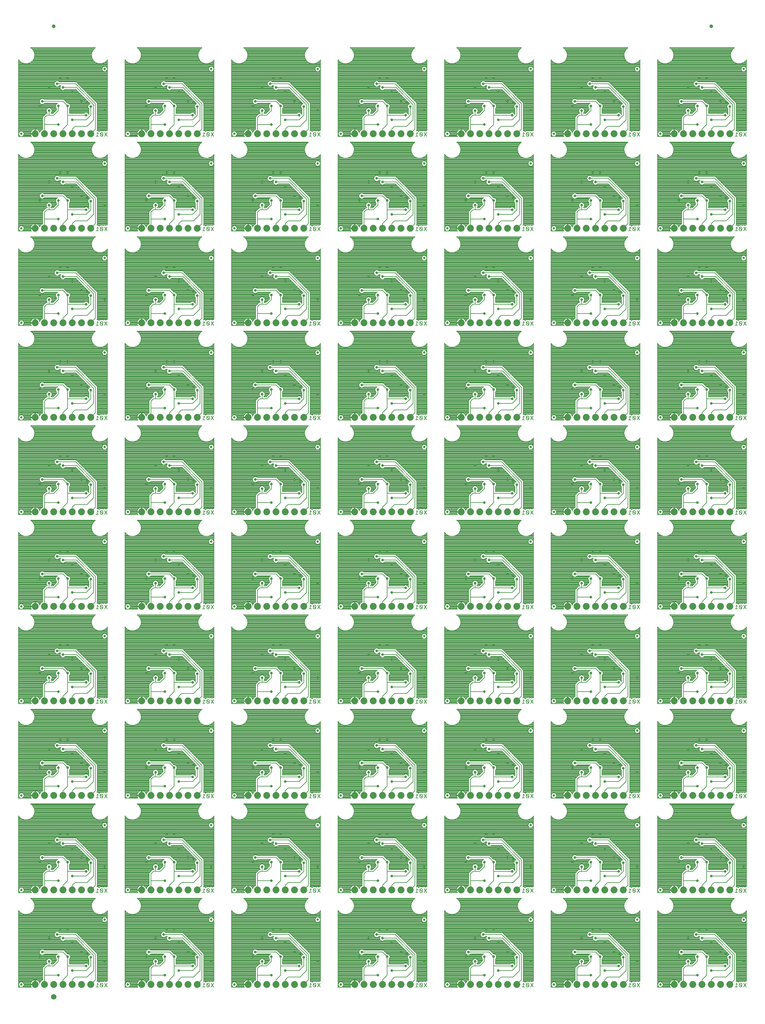
<source format=gbl>
G75*
%MOIN*%
%OFA0B0*%
%FSLAX25Y25*%
%IPPOS*%
%LPD*%
%AMOC8*
5,1,8,0,0,1.08239X$1,22.5*
%
%ADD10C,0.00800*%
%ADD11C,0.02500*%
%ADD12C,0.07400*%
%ADD13C,0.03937*%
%ADD14C,0.05906*%
%ADD15C,0.02900*%
D10*
X0043500Y0030500D02*
X0043500Y0113756D01*
X0044266Y0112430D01*
X0044266Y0112430D01*
X0046778Y0110322D01*
X0049860Y0109200D01*
X0053140Y0109200D01*
X0056222Y0110322D01*
X0058734Y0112430D01*
X0060374Y0115270D01*
X0060374Y0115270D01*
X0060943Y0118500D01*
X0060374Y0121730D01*
X0058734Y0124570D01*
X0058734Y0124570D01*
X0056434Y0126500D01*
X0126566Y0126500D01*
X0124266Y0124570D01*
X0122626Y0121730D01*
X0122626Y0121730D01*
X0122057Y0118500D01*
X0122626Y0115270D01*
X0124266Y0112430D01*
X0124266Y0112430D01*
X0126778Y0110322D01*
X0129860Y0109200D01*
X0133140Y0109200D01*
X0136222Y0110322D01*
X0138734Y0112430D01*
X0139500Y0113756D01*
X0139500Y0037223D01*
X0137895Y0036902D01*
X0137699Y0036607D01*
X0137502Y0036902D01*
X0135877Y0037227D01*
X0135051Y0036676D01*
X0134624Y0037104D01*
X0133223Y0037104D01*
X0133086Y0037104D01*
X0132967Y0037104D01*
X0132967Y0037104D01*
X0131566Y0037104D01*
X0131566Y0037104D01*
X0130616Y0036154D01*
X0130443Y0035980D01*
X0130165Y0036258D01*
X0129319Y0037104D01*
X0127932Y0037104D01*
X0128500Y0037672D01*
X0128500Y0066828D01*
X0107000Y0088328D01*
X0105828Y0089500D01*
X0087514Y0089500D01*
X0086928Y0090086D01*
X0085807Y0090550D01*
X0084594Y0090550D01*
X0083473Y0090086D01*
X0082615Y0089228D01*
X0082151Y0088107D01*
X0082151Y0086893D01*
X0082615Y0085772D01*
X0083473Y0084914D01*
X0084594Y0084450D01*
X0085807Y0084450D01*
X0086928Y0084914D01*
X0087514Y0085500D01*
X0089187Y0085500D01*
X0088914Y0085228D01*
X0088450Y0084107D01*
X0088450Y0082893D01*
X0088914Y0081772D01*
X0089772Y0080914D01*
X0090893Y0080450D01*
X0092107Y0080450D01*
X0093228Y0080914D01*
X0093813Y0081500D01*
X0105172Y0081500D01*
X0120701Y0065970D01*
X0119772Y0065586D01*
X0118914Y0064728D01*
X0118450Y0063607D01*
X0118450Y0062393D01*
X0118914Y0061272D01*
X0119500Y0060687D01*
X0119500Y0054328D01*
X0119470Y0054299D01*
X0119086Y0055228D01*
X0118228Y0056086D01*
X0117107Y0056550D01*
X0115893Y0056550D01*
X0114772Y0056086D01*
X0114187Y0055500D01*
X0098500Y0055500D01*
X0098500Y0061187D01*
X0099086Y0061772D01*
X0099550Y0062893D01*
X0099550Y0064107D01*
X0099086Y0065228D01*
X0098228Y0066086D01*
X0097107Y0066550D01*
X0096278Y0066550D01*
X0092328Y0070500D01*
X0071313Y0070500D01*
X0070728Y0071086D01*
X0069607Y0071550D01*
X0068393Y0071550D01*
X0067272Y0071086D01*
X0066414Y0070228D01*
X0065950Y0069107D01*
X0065950Y0067893D01*
X0066414Y0066772D01*
X0067272Y0065914D01*
X0068393Y0065450D01*
X0069607Y0065450D01*
X0070728Y0065914D01*
X0071313Y0066500D01*
X0085773Y0066500D01*
X0084772Y0066086D01*
X0083914Y0065228D01*
X0083450Y0064107D01*
X0083450Y0062893D01*
X0083914Y0061772D01*
X0084500Y0061187D01*
X0084500Y0059328D01*
X0080672Y0055500D01*
X0078500Y0055500D01*
X0078500Y0056187D01*
X0079086Y0056772D01*
X0079550Y0057893D01*
X0079550Y0059107D01*
X0079086Y0060228D01*
X0078228Y0061086D01*
X0077107Y0061550D01*
X0075893Y0061550D01*
X0074772Y0061086D01*
X0073914Y0060228D01*
X0073450Y0059107D01*
X0073450Y0057893D01*
X0073914Y0056772D01*
X0074500Y0056187D01*
X0074500Y0055500D01*
X0073172Y0055500D01*
X0070672Y0053000D01*
X0070672Y0053000D01*
X0069500Y0051828D01*
X0069500Y0038408D01*
X0068498Y0037993D01*
X0067007Y0036502D01*
X0066379Y0034987D01*
X0066226Y0035458D01*
X0065862Y0036173D01*
X0065390Y0036822D01*
X0064822Y0037390D01*
X0064173Y0037862D01*
X0063458Y0038226D01*
X0062694Y0038474D01*
X0061901Y0038600D01*
X0061900Y0038600D01*
X0061900Y0033900D01*
X0061100Y0033900D01*
X0061100Y0038600D01*
X0061099Y0038600D01*
X0060306Y0038474D01*
X0059542Y0038226D01*
X0058827Y0037862D01*
X0058178Y0037390D01*
X0057610Y0036822D01*
X0057138Y0036173D01*
X0056774Y0035458D01*
X0056526Y0034694D01*
X0056400Y0033901D01*
X0056400Y0033900D01*
X0061100Y0033900D01*
X0061100Y0033100D01*
X0056400Y0033100D01*
X0056400Y0033099D01*
X0056526Y0032306D01*
X0056774Y0031542D01*
X0057138Y0030827D01*
X0057376Y0030500D01*
X0043500Y0030500D01*
X0043500Y0030896D02*
X0045340Y0030896D01*
X0044886Y0031084D02*
X0045933Y0030650D01*
X0047067Y0030650D01*
X0048114Y0031084D01*
X0048916Y0031886D01*
X0049350Y0032933D01*
X0049350Y0034067D01*
X0048916Y0035114D01*
X0048114Y0035916D01*
X0047067Y0036350D01*
X0045933Y0036350D01*
X0044886Y0035916D01*
X0044084Y0035114D01*
X0043650Y0034067D01*
X0043650Y0032933D01*
X0044084Y0031886D01*
X0044886Y0031084D01*
X0044275Y0031694D02*
X0043500Y0031694D01*
X0043500Y0032493D02*
X0043832Y0032493D01*
X0043650Y0033291D02*
X0043500Y0033291D01*
X0043500Y0034090D02*
X0043659Y0034090D01*
X0043500Y0034888D02*
X0043990Y0034888D01*
X0043500Y0035687D02*
X0044656Y0035687D01*
X0043500Y0036485D02*
X0057365Y0036485D01*
X0056890Y0035687D02*
X0048344Y0035687D01*
X0049010Y0034888D02*
X0056589Y0034888D01*
X0056430Y0034090D02*
X0049341Y0034090D01*
X0049350Y0033291D02*
X0061100Y0033291D01*
X0061100Y0034090D02*
X0061900Y0034090D01*
X0061900Y0034888D02*
X0061100Y0034888D01*
X0061100Y0035687D02*
X0061900Y0035687D01*
X0061900Y0036485D02*
X0061100Y0036485D01*
X0061100Y0037284D02*
X0061900Y0037284D01*
X0061900Y0038082D02*
X0061100Y0038082D01*
X0059259Y0038082D02*
X0043500Y0038082D01*
X0043500Y0037284D02*
X0058071Y0037284D01*
X0056496Y0032493D02*
X0049168Y0032493D01*
X0048725Y0031694D02*
X0056724Y0031694D01*
X0057103Y0030896D02*
X0047660Y0030896D01*
X0043500Y0038881D02*
X0069500Y0038881D01*
X0069500Y0039679D02*
X0043500Y0039679D01*
X0043500Y0040478D02*
X0069500Y0040478D01*
X0069500Y0041276D02*
X0043500Y0041276D01*
X0043500Y0042075D02*
X0069500Y0042075D01*
X0069500Y0042873D02*
X0043500Y0042873D01*
X0043500Y0043672D02*
X0069500Y0043672D01*
X0069500Y0044470D02*
X0043500Y0044470D01*
X0043500Y0045269D02*
X0069500Y0045269D01*
X0069500Y0046067D02*
X0043500Y0046067D01*
X0043500Y0046866D02*
X0069500Y0046866D01*
X0069500Y0047664D02*
X0043500Y0047664D01*
X0043500Y0048463D02*
X0069500Y0048463D01*
X0069500Y0049261D02*
X0043500Y0049261D01*
X0043500Y0050060D02*
X0069500Y0050060D01*
X0069500Y0050858D02*
X0043500Y0050858D01*
X0043500Y0051657D02*
X0069500Y0051657D01*
X0070127Y0052455D02*
X0043500Y0052455D01*
X0043500Y0053254D02*
X0070925Y0053254D01*
X0071724Y0054052D02*
X0043500Y0054052D01*
X0043500Y0054851D02*
X0072522Y0054851D01*
X0074000Y0053500D02*
X0071500Y0051000D01*
X0071500Y0043500D01*
X0086500Y0043500D01*
X0091500Y0038500D02*
X0091500Y0033500D01*
X0091500Y0038500D02*
X0096500Y0043500D01*
X0096500Y0053500D01*
X0116500Y0053500D01*
X0118664Y0055649D02*
X0119500Y0055649D01*
X0119500Y0054851D02*
X0119242Y0054851D01*
X0119500Y0056448D02*
X0117353Y0056448D01*
X0115647Y0056448D02*
X0098500Y0056448D01*
X0098500Y0057246D02*
X0119500Y0057246D01*
X0119500Y0058045D02*
X0098500Y0058045D01*
X0098500Y0058843D02*
X0119500Y0058843D01*
X0119500Y0059642D02*
X0098500Y0059642D01*
X0098500Y0060440D02*
X0119500Y0060440D01*
X0118948Y0061239D02*
X0098552Y0061239D01*
X0099195Y0062037D02*
X0118597Y0062037D01*
X0118450Y0062836D02*
X0099526Y0062836D01*
X0099550Y0063634D02*
X0118462Y0063634D01*
X0118792Y0064433D02*
X0099415Y0064433D01*
X0099082Y0065232D02*
X0119418Y0065232D01*
X0120642Y0066030D02*
X0098283Y0066030D01*
X0096000Y0066829D02*
X0119843Y0066829D01*
X0119045Y0067627D02*
X0095201Y0067627D01*
X0094403Y0068426D02*
X0118246Y0068426D01*
X0117447Y0069224D02*
X0093604Y0069224D01*
X0092806Y0070023D02*
X0116649Y0070023D01*
X0115850Y0070821D02*
X0070992Y0070821D01*
X0069000Y0068500D02*
X0091500Y0068500D01*
X0096500Y0063500D01*
X0096500Y0053500D01*
X0098500Y0055649D02*
X0114336Y0055649D01*
X0116500Y0048500D02*
X0121500Y0053500D01*
X0121500Y0063000D01*
X0124500Y0065000D02*
X0124500Y0048500D01*
X0117500Y0041500D01*
X0104500Y0041500D01*
X0101500Y0038500D01*
X0101500Y0033500D01*
X0101500Y0048500D02*
X0116500Y0048500D01*
X0128500Y0048463D02*
X0139500Y0048463D01*
X0139500Y0049261D02*
X0128500Y0049261D01*
X0128500Y0050060D02*
X0139500Y0050060D01*
X0139500Y0050858D02*
X0128500Y0050858D01*
X0128500Y0051657D02*
X0139500Y0051657D01*
X0139500Y0052455D02*
X0128500Y0052455D01*
X0128500Y0053254D02*
X0139500Y0053254D01*
X0139500Y0054052D02*
X0128500Y0054052D01*
X0128500Y0054851D02*
X0139500Y0054851D01*
X0139500Y0055649D02*
X0128500Y0055649D01*
X0128500Y0056448D02*
X0139500Y0056448D01*
X0139500Y0057246D02*
X0128500Y0057246D01*
X0128500Y0058045D02*
X0139500Y0058045D01*
X0139500Y0058843D02*
X0128500Y0058843D01*
X0128500Y0059642D02*
X0139500Y0059642D01*
X0139500Y0060440D02*
X0128500Y0060440D01*
X0128500Y0061239D02*
X0139500Y0061239D01*
X0139500Y0062037D02*
X0128500Y0062037D01*
X0128500Y0062836D02*
X0139500Y0062836D01*
X0139500Y0063634D02*
X0128500Y0063634D01*
X0128500Y0064433D02*
X0139500Y0064433D01*
X0139500Y0065232D02*
X0128500Y0065232D01*
X0128500Y0066030D02*
X0139500Y0066030D01*
X0139500Y0066829D02*
X0128500Y0066829D01*
X0127701Y0067627D02*
X0139500Y0067627D01*
X0139500Y0068426D02*
X0126903Y0068426D01*
X0126104Y0069224D02*
X0139500Y0069224D01*
X0139500Y0070023D02*
X0125306Y0070023D01*
X0124507Y0070821D02*
X0139500Y0070821D01*
X0139500Y0071620D02*
X0123709Y0071620D01*
X0122910Y0072418D02*
X0139500Y0072418D01*
X0139500Y0073217D02*
X0122112Y0073217D01*
X0121313Y0074015D02*
X0139500Y0074015D01*
X0139500Y0074814D02*
X0120515Y0074814D01*
X0119716Y0075612D02*
X0139500Y0075612D01*
X0139500Y0076411D02*
X0118918Y0076411D01*
X0118119Y0077209D02*
X0139500Y0077209D01*
X0139500Y0078008D02*
X0117321Y0078008D01*
X0116522Y0078806D02*
X0139500Y0078806D01*
X0139500Y0079605D02*
X0115724Y0079605D01*
X0114925Y0080403D02*
X0139500Y0080403D01*
X0139500Y0081202D02*
X0114127Y0081202D01*
X0113328Y0082000D02*
X0139500Y0082000D01*
X0139500Y0082799D02*
X0112530Y0082799D01*
X0111731Y0083597D02*
X0139500Y0083597D01*
X0139500Y0084396D02*
X0110933Y0084396D01*
X0110134Y0085194D02*
X0139500Y0085194D01*
X0139500Y0085993D02*
X0109336Y0085993D01*
X0108537Y0086791D02*
X0139500Y0086791D01*
X0139500Y0087590D02*
X0107739Y0087590D01*
X0106940Y0088388D02*
X0139500Y0088388D01*
X0139500Y0089187D02*
X0106142Y0089187D01*
X0105000Y0087500D02*
X0085201Y0087500D01*
X0082151Y0087590D02*
X0043500Y0087590D01*
X0043500Y0088388D02*
X0082267Y0088388D01*
X0082598Y0089187D02*
X0043500Y0089187D01*
X0043500Y0089985D02*
X0083373Y0089985D01*
X0082193Y0086791D02*
X0043500Y0086791D01*
X0043500Y0085993D02*
X0082524Y0085993D01*
X0083193Y0085194D02*
X0043500Y0085194D01*
X0043500Y0084396D02*
X0088570Y0084396D01*
X0088450Y0083597D02*
X0043500Y0083597D01*
X0043500Y0082799D02*
X0088489Y0082799D01*
X0088820Y0082000D02*
X0043500Y0082000D01*
X0043500Y0081202D02*
X0089485Y0081202D01*
X0091500Y0083500D02*
X0106000Y0083500D01*
X0124500Y0065000D01*
X0126500Y0066000D02*
X0105000Y0087500D01*
X0105470Y0081202D02*
X0093515Y0081202D01*
X0088901Y0085194D02*
X0087208Y0085194D01*
X0087029Y0089985D02*
X0139500Y0089985D01*
X0139500Y0090784D02*
X0043500Y0090784D01*
X0043500Y0091582D02*
X0139500Y0091582D01*
X0139500Y0092381D02*
X0043500Y0092381D01*
X0043500Y0093179D02*
X0139500Y0093179D01*
X0139500Y0093978D02*
X0043500Y0093978D01*
X0043500Y0094776D02*
X0139500Y0094776D01*
X0139500Y0095575D02*
X0043500Y0095575D01*
X0043500Y0096373D02*
X0139500Y0096373D01*
X0139500Y0097172D02*
X0043500Y0097172D01*
X0043500Y0097970D02*
X0139500Y0097970D01*
X0139500Y0098769D02*
X0043500Y0098769D01*
X0043500Y0099568D02*
X0139500Y0099568D01*
X0139500Y0100366D02*
X0043500Y0100366D01*
X0043500Y0101165D02*
X0134805Y0101165D01*
X0134886Y0101084D02*
X0135933Y0100650D01*
X0137067Y0100650D01*
X0138114Y0101084D01*
X0138916Y0101886D01*
X0139350Y0102933D01*
X0139350Y0104067D01*
X0138916Y0105114D01*
X0138114Y0105916D01*
X0137067Y0106350D01*
X0135933Y0106350D01*
X0134886Y0105916D01*
X0134084Y0105114D01*
X0133650Y0104067D01*
X0133650Y0102933D01*
X0134084Y0101886D01*
X0134886Y0101084D01*
X0134052Y0101963D02*
X0043500Y0101963D01*
X0043500Y0102762D02*
X0133721Y0102762D01*
X0133650Y0103560D02*
X0043500Y0103560D01*
X0043500Y0104359D02*
X0133771Y0104359D01*
X0134127Y0105157D02*
X0043500Y0105157D01*
X0043500Y0105956D02*
X0134981Y0105956D01*
X0138019Y0105956D02*
X0139500Y0105956D01*
X0139500Y0106754D02*
X0043500Y0106754D01*
X0043500Y0107553D02*
X0139500Y0107553D01*
X0139500Y0108351D02*
X0043500Y0108351D01*
X0043500Y0109150D02*
X0139500Y0109150D01*
X0139500Y0109948D02*
X0135195Y0109948D01*
X0136222Y0110322D02*
X0136222Y0110322D01*
X0136728Y0110747D02*
X0139500Y0110747D01*
X0139500Y0111545D02*
X0137680Y0111545D01*
X0138631Y0112344D02*
X0139500Y0112344D01*
X0138734Y0112430D02*
X0138734Y0112430D01*
X0138734Y0112430D01*
X0139145Y0113142D02*
X0139500Y0113142D01*
X0139500Y0105157D02*
X0138873Y0105157D01*
X0139229Y0104359D02*
X0139500Y0104359D01*
X0139500Y0103560D02*
X0139350Y0103560D01*
X0139279Y0102762D02*
X0139500Y0102762D01*
X0139500Y0101963D02*
X0138948Y0101963D01*
X0139500Y0101165D02*
X0138195Y0101165D01*
X0127805Y0109948D02*
X0055195Y0109948D01*
X0056222Y0110322D02*
X0056222Y0110322D01*
X0056728Y0110747D02*
X0126272Y0110747D01*
X0126778Y0110322D02*
X0126778Y0110322D01*
X0125320Y0111545D02*
X0057680Y0111545D01*
X0058631Y0112344D02*
X0124369Y0112344D01*
X0123855Y0113142D02*
X0059145Y0113142D01*
X0058734Y0112430D02*
X0058734Y0112430D01*
X0058734Y0112430D01*
X0059606Y0113941D02*
X0123394Y0113941D01*
X0122933Y0114739D02*
X0060067Y0114739D01*
X0060421Y0115538D02*
X0122579Y0115538D01*
X0122626Y0115270D02*
X0122626Y0115270D01*
X0122438Y0116336D02*
X0060562Y0116336D01*
X0060703Y0117135D02*
X0122297Y0117135D01*
X0122156Y0117933D02*
X0060844Y0117933D01*
X0060943Y0118500D02*
X0060943Y0118500D01*
X0060903Y0118732D02*
X0122097Y0118732D01*
X0122057Y0118500D02*
X0122057Y0118500D01*
X0122238Y0119530D02*
X0060762Y0119530D01*
X0060621Y0120329D02*
X0122379Y0120329D01*
X0122520Y0121127D02*
X0060480Y0121127D01*
X0060374Y0121730D02*
X0060374Y0121730D01*
X0060261Y0121926D02*
X0122739Y0121926D01*
X0123200Y0122724D02*
X0059800Y0122724D01*
X0059339Y0123523D02*
X0123661Y0123523D01*
X0124122Y0124321D02*
X0058878Y0124321D01*
X0058079Y0125120D02*
X0124921Y0125120D01*
X0124266Y0124570D02*
X0124266Y0124570D01*
X0124266Y0124570D01*
X0125873Y0125918D02*
X0057127Y0125918D01*
X0057376Y0132500D02*
X0043500Y0132500D01*
X0043500Y0215756D01*
X0044266Y0214430D01*
X0044266Y0214430D01*
X0046778Y0212322D01*
X0049860Y0211200D01*
X0053140Y0211200D01*
X0056222Y0212322D01*
X0058734Y0214430D01*
X0058734Y0214430D01*
X0060374Y0217270D01*
X0060943Y0220500D01*
X0060374Y0223730D01*
X0058734Y0226570D01*
X0058734Y0226570D01*
X0056434Y0228500D01*
X0126566Y0228500D01*
X0124266Y0226570D01*
X0122626Y0223730D01*
X0122057Y0220500D01*
X0122626Y0217270D01*
X0124266Y0214430D01*
X0124266Y0214430D01*
X0126778Y0212322D01*
X0129860Y0211200D01*
X0133140Y0211200D01*
X0136222Y0212322D01*
X0138734Y0214430D01*
X0139500Y0215756D01*
X0139500Y0139223D01*
X0137895Y0138902D01*
X0137699Y0138607D01*
X0137502Y0138902D01*
X0135877Y0139227D01*
X0135051Y0138676D01*
X0134624Y0139104D01*
X0133223Y0139104D01*
X0132967Y0139104D01*
X0132967Y0139104D01*
X0131566Y0139104D01*
X0131566Y0139104D01*
X0130616Y0138154D01*
X0130443Y0137980D01*
X0130165Y0138258D01*
X0129319Y0139104D01*
X0127932Y0139104D01*
X0128500Y0139672D01*
X0128500Y0168828D01*
X0107000Y0190328D01*
X0105828Y0191500D01*
X0087514Y0191500D01*
X0086928Y0192086D01*
X0085807Y0192550D01*
X0084594Y0192550D01*
X0083473Y0192086D01*
X0082615Y0191228D01*
X0082151Y0190107D01*
X0082151Y0188893D01*
X0082615Y0187772D01*
X0083473Y0186914D01*
X0084594Y0186450D01*
X0085807Y0186450D01*
X0086928Y0186914D01*
X0087514Y0187500D01*
X0089187Y0187500D01*
X0088914Y0187228D01*
X0088450Y0186107D01*
X0088450Y0184893D01*
X0088914Y0183772D01*
X0089772Y0182914D01*
X0090893Y0182450D01*
X0092107Y0182450D01*
X0093228Y0182914D01*
X0093813Y0183500D01*
X0105172Y0183500D01*
X0120701Y0167970D01*
X0119772Y0167586D01*
X0118914Y0166728D01*
X0118450Y0165607D01*
X0118450Y0164393D01*
X0118914Y0163272D01*
X0119500Y0162687D01*
X0119500Y0156328D01*
X0119470Y0156299D01*
X0119086Y0157228D01*
X0118228Y0158086D01*
X0117107Y0158550D01*
X0115893Y0158550D01*
X0114772Y0158086D01*
X0114187Y0157500D01*
X0098500Y0157500D01*
X0098500Y0163187D01*
X0099086Y0163772D01*
X0099550Y0164893D01*
X0099550Y0166107D01*
X0099086Y0167228D01*
X0098228Y0168086D01*
X0097107Y0168550D01*
X0096278Y0168550D01*
X0092328Y0172500D01*
X0071313Y0172500D01*
X0070728Y0173086D01*
X0069607Y0173550D01*
X0068393Y0173550D01*
X0067272Y0173086D01*
X0066414Y0172228D01*
X0065950Y0171107D01*
X0065950Y0169893D01*
X0066414Y0168772D01*
X0067272Y0167914D01*
X0068393Y0167450D01*
X0069607Y0167450D01*
X0070728Y0167914D01*
X0071313Y0168500D01*
X0085773Y0168500D01*
X0084772Y0168086D01*
X0083914Y0167228D01*
X0083450Y0166107D01*
X0083450Y0164893D01*
X0083914Y0163772D01*
X0084500Y0163187D01*
X0084500Y0161328D01*
X0080672Y0157500D01*
X0078500Y0157500D01*
X0078500Y0158187D01*
X0079086Y0158772D01*
X0079550Y0159893D01*
X0079550Y0161107D01*
X0079086Y0162228D01*
X0078228Y0163086D01*
X0077107Y0163550D01*
X0075893Y0163550D01*
X0074772Y0163086D01*
X0073914Y0162228D01*
X0073450Y0161107D01*
X0073450Y0159893D01*
X0073914Y0158772D01*
X0074500Y0158187D01*
X0074500Y0157500D01*
X0073172Y0157500D01*
X0069500Y0153828D01*
X0069500Y0152172D01*
X0069500Y0146328D01*
X0069500Y0140408D01*
X0068498Y0139993D01*
X0067007Y0138502D01*
X0066379Y0136987D01*
X0066226Y0137458D01*
X0065862Y0138173D01*
X0065390Y0138822D01*
X0064822Y0139390D01*
X0064173Y0139862D01*
X0063458Y0140226D01*
X0062694Y0140474D01*
X0061901Y0140600D01*
X0061900Y0140600D01*
X0061900Y0135900D01*
X0061100Y0135900D01*
X0061100Y0140600D01*
X0061099Y0140600D01*
X0060306Y0140474D01*
X0059542Y0140226D01*
X0058827Y0139862D01*
X0058178Y0139390D01*
X0057610Y0138822D01*
X0057138Y0138173D01*
X0056774Y0137458D01*
X0056526Y0136694D01*
X0056400Y0135901D01*
X0056400Y0135900D01*
X0061100Y0135900D01*
X0061100Y0135100D01*
X0056400Y0135100D01*
X0056400Y0135099D01*
X0056526Y0134306D01*
X0056774Y0133542D01*
X0057138Y0132827D01*
X0057376Y0132500D01*
X0056996Y0133105D02*
X0048135Y0133105D01*
X0048114Y0133084D02*
X0048916Y0133886D01*
X0049350Y0134933D01*
X0049350Y0136067D01*
X0048916Y0137114D01*
X0048114Y0137916D01*
X0047067Y0138350D01*
X0045933Y0138350D01*
X0044886Y0137916D01*
X0044084Y0137114D01*
X0043650Y0136067D01*
X0043650Y0134933D01*
X0044084Y0133886D01*
X0044886Y0133084D01*
X0045933Y0132650D01*
X0047067Y0132650D01*
X0048114Y0133084D01*
X0048924Y0133903D02*
X0056656Y0133903D01*
X0056463Y0134702D02*
X0049254Y0134702D01*
X0049350Y0135501D02*
X0061100Y0135501D01*
X0061100Y0136299D02*
X0061900Y0136299D01*
X0061900Y0137098D02*
X0061100Y0137098D01*
X0061100Y0137896D02*
X0061900Y0137896D01*
X0061900Y0138695D02*
X0061100Y0138695D01*
X0061100Y0139493D02*
X0061900Y0139493D01*
X0061900Y0140292D02*
X0061100Y0140292D01*
X0059743Y0140292D02*
X0043500Y0140292D01*
X0043500Y0141090D02*
X0069500Y0141090D01*
X0069500Y0141889D02*
X0043500Y0141889D01*
X0043500Y0142687D02*
X0069500Y0142687D01*
X0069500Y0143486D02*
X0043500Y0143486D01*
X0043500Y0144284D02*
X0069500Y0144284D01*
X0069500Y0145083D02*
X0043500Y0145083D01*
X0043500Y0145881D02*
X0069500Y0145881D01*
X0069500Y0146680D02*
X0043500Y0146680D01*
X0043500Y0147478D02*
X0069500Y0147478D01*
X0069500Y0148277D02*
X0043500Y0148277D01*
X0043500Y0149075D02*
X0069500Y0149075D01*
X0069500Y0149874D02*
X0043500Y0149874D01*
X0043500Y0150672D02*
X0069500Y0150672D01*
X0069500Y0151471D02*
X0043500Y0151471D01*
X0043500Y0152269D02*
X0069500Y0152269D01*
X0069500Y0153068D02*
X0043500Y0153068D01*
X0043500Y0153866D02*
X0069538Y0153866D01*
X0070336Y0154665D02*
X0043500Y0154665D01*
X0043500Y0155463D02*
X0071135Y0155463D01*
X0071933Y0156262D02*
X0043500Y0156262D01*
X0043500Y0157060D02*
X0072732Y0157060D01*
X0074500Y0157859D02*
X0043500Y0157859D01*
X0043500Y0158657D02*
X0074029Y0158657D01*
X0073631Y0159456D02*
X0043500Y0159456D01*
X0043500Y0160254D02*
X0073450Y0160254D01*
X0073450Y0161053D02*
X0043500Y0161053D01*
X0043500Y0161851D02*
X0073758Y0161851D01*
X0074337Y0162650D02*
X0043500Y0162650D01*
X0043500Y0163448D02*
X0075648Y0163448D01*
X0077352Y0163448D02*
X0084238Y0163448D01*
X0084500Y0162650D02*
X0078663Y0162650D01*
X0079242Y0161851D02*
X0084500Y0161851D01*
X0084224Y0161053D02*
X0079550Y0161053D01*
X0079550Y0160254D02*
X0083426Y0160254D01*
X0082627Y0159456D02*
X0079369Y0159456D01*
X0078971Y0158657D02*
X0081829Y0158657D01*
X0081030Y0157859D02*
X0078500Y0157859D01*
X0076500Y0155500D02*
X0074000Y0155500D01*
X0071500Y0153000D01*
X0071500Y0145500D01*
X0086500Y0145500D01*
X0091500Y0140500D02*
X0091500Y0135500D01*
X0091500Y0140500D02*
X0096500Y0145500D01*
X0096500Y0155500D01*
X0116500Y0155500D01*
X0118455Y0157859D02*
X0119500Y0157859D01*
X0119500Y0158657D02*
X0098500Y0158657D01*
X0098500Y0157859D02*
X0114545Y0157859D01*
X0119155Y0157060D02*
X0119500Y0157060D01*
X0119500Y0159456D02*
X0098500Y0159456D01*
X0098500Y0160254D02*
X0119500Y0160254D01*
X0119500Y0161053D02*
X0098500Y0161053D01*
X0098500Y0161851D02*
X0119500Y0161851D01*
X0119500Y0162650D02*
X0098500Y0162650D01*
X0098762Y0163448D02*
X0118841Y0163448D01*
X0118511Y0164247D02*
X0099282Y0164247D01*
X0099550Y0165045D02*
X0118450Y0165045D01*
X0118548Y0165844D02*
X0099550Y0165844D01*
X0099328Y0166642D02*
X0118879Y0166642D01*
X0119628Y0167441D02*
X0098872Y0167441D01*
X0097856Y0168239D02*
X0120432Y0168239D01*
X0119634Y0169038D02*
X0095790Y0169038D01*
X0094992Y0169837D02*
X0118835Y0169837D01*
X0118037Y0170635D02*
X0094193Y0170635D01*
X0093395Y0171434D02*
X0117238Y0171434D01*
X0116440Y0172232D02*
X0092596Y0172232D01*
X0091500Y0170500D02*
X0096500Y0165500D01*
X0096500Y0155500D01*
X0101500Y0150500D02*
X0116500Y0150500D01*
X0121500Y0155500D01*
X0121500Y0165000D01*
X0124500Y0167000D02*
X0124500Y0150500D01*
X0117500Y0143500D01*
X0104500Y0143500D01*
X0101500Y0140500D01*
X0101500Y0135500D01*
X0121500Y0135500D02*
X0126500Y0140500D01*
X0126500Y0168000D01*
X0105000Y0189500D01*
X0085201Y0189500D01*
X0087418Y0187404D02*
X0089090Y0187404D01*
X0088657Y0186605D02*
X0086182Y0186605D01*
X0084219Y0186605D02*
X0043500Y0186605D01*
X0043500Y0185807D02*
X0088450Y0185807D01*
X0088450Y0185008D02*
X0043500Y0185008D01*
X0043500Y0184210D02*
X0088733Y0184210D01*
X0089275Y0183411D02*
X0043500Y0183411D01*
X0043500Y0182613D02*
X0090501Y0182613D01*
X0092499Y0182613D02*
X0106059Y0182613D01*
X0105260Y0183411D02*
X0093725Y0183411D01*
X0091500Y0185500D02*
X0106000Y0185500D01*
X0124500Y0167000D01*
X0128500Y0166642D02*
X0139500Y0166642D01*
X0139500Y0165844D02*
X0128500Y0165844D01*
X0128500Y0165045D02*
X0139500Y0165045D01*
X0139500Y0164247D02*
X0128500Y0164247D01*
X0128500Y0163448D02*
X0139500Y0163448D01*
X0139500Y0162650D02*
X0128500Y0162650D01*
X0128500Y0161851D02*
X0139500Y0161851D01*
X0139500Y0161053D02*
X0128500Y0161053D01*
X0128500Y0160254D02*
X0139500Y0160254D01*
X0139500Y0159456D02*
X0128500Y0159456D01*
X0128500Y0158657D02*
X0139500Y0158657D01*
X0139500Y0157859D02*
X0128500Y0157859D01*
X0128500Y0157060D02*
X0139500Y0157060D01*
X0139500Y0156262D02*
X0128500Y0156262D01*
X0128500Y0155463D02*
X0139500Y0155463D01*
X0139500Y0154665D02*
X0128500Y0154665D01*
X0128500Y0153866D02*
X0139500Y0153866D01*
X0139500Y0153068D02*
X0128500Y0153068D01*
X0128500Y0152269D02*
X0139500Y0152269D01*
X0139500Y0151471D02*
X0128500Y0151471D01*
X0128500Y0150672D02*
X0139500Y0150672D01*
X0139500Y0149874D02*
X0128500Y0149874D01*
X0128500Y0149075D02*
X0139500Y0149075D01*
X0139500Y0148277D02*
X0128500Y0148277D01*
X0128500Y0147478D02*
X0139500Y0147478D01*
X0139500Y0146680D02*
X0128500Y0146680D01*
X0128500Y0145881D02*
X0139500Y0145881D01*
X0139500Y0145083D02*
X0128500Y0145083D01*
X0128500Y0144284D02*
X0139500Y0144284D01*
X0139500Y0143486D02*
X0128500Y0143486D01*
X0128500Y0142687D02*
X0139500Y0142687D01*
X0139500Y0141889D02*
X0128500Y0141889D01*
X0128500Y0141090D02*
X0139500Y0141090D01*
X0139500Y0140292D02*
X0128500Y0140292D01*
X0128321Y0139493D02*
X0139500Y0139493D01*
X0137757Y0138695D02*
X0137641Y0138695D01*
X0136298Y0137104D02*
X0139100Y0132900D01*
X0136298Y0132900D02*
X0139100Y0137104D01*
X0135079Y0138695D02*
X0135033Y0138695D01*
X0134624Y0139104D02*
X0134624Y0139104D01*
X0134624Y0139104D01*
X0133223Y0139104D02*
X0133223Y0139104D01*
X0131566Y0139104D02*
X0131566Y0139104D01*
X0131157Y0138695D02*
X0129728Y0138695D01*
X0128491Y0137104D02*
X0128491Y0132900D01*
X0129892Y0132900D02*
X0127090Y0132900D01*
X0129892Y0135702D02*
X0128491Y0137104D01*
X0131694Y0136403D02*
X0134496Y0133601D01*
X0133795Y0132900D01*
X0132394Y0132900D01*
X0131694Y0133601D01*
X0131694Y0136403D01*
X0132394Y0137104D01*
X0133795Y0137104D01*
X0134496Y0136403D01*
X0134496Y0133601D01*
X0158500Y0133903D02*
X0159076Y0133903D01*
X0159084Y0133886D02*
X0159886Y0133084D01*
X0160933Y0132650D01*
X0162067Y0132650D01*
X0163114Y0133084D01*
X0163916Y0133886D01*
X0164350Y0134933D01*
X0164350Y0136067D01*
X0163916Y0137114D01*
X0163114Y0137916D01*
X0162067Y0138350D01*
X0160933Y0138350D01*
X0159886Y0137916D01*
X0159084Y0137114D01*
X0158650Y0136067D01*
X0158650Y0134933D01*
X0159084Y0133886D01*
X0158746Y0134702D02*
X0158500Y0134702D01*
X0158500Y0135501D02*
X0158650Y0135501D01*
X0158746Y0136299D02*
X0158500Y0136299D01*
X0158500Y0137098D02*
X0159077Y0137098D01*
X0158500Y0137896D02*
X0159866Y0137896D01*
X0158500Y0138695D02*
X0172517Y0138695D01*
X0172610Y0138822D02*
X0172138Y0138173D01*
X0171774Y0137458D01*
X0171526Y0136694D01*
X0171400Y0135901D01*
X0171400Y0135900D01*
X0176100Y0135900D01*
X0176100Y0140600D01*
X0176099Y0140600D01*
X0175306Y0140474D01*
X0174542Y0140226D01*
X0173827Y0139862D01*
X0173178Y0139390D01*
X0172610Y0138822D01*
X0173319Y0139493D02*
X0158500Y0139493D01*
X0158500Y0140292D02*
X0174743Y0140292D01*
X0176100Y0140292D02*
X0176900Y0140292D01*
X0176900Y0140600D02*
X0176900Y0135900D01*
X0176100Y0135900D01*
X0176100Y0135100D01*
X0171400Y0135100D01*
X0171400Y0135099D01*
X0171526Y0134306D01*
X0171774Y0133542D01*
X0172138Y0132827D01*
X0172376Y0132500D01*
X0158500Y0132500D01*
X0158500Y0215756D01*
X0159266Y0214430D01*
X0159266Y0214430D01*
X0161778Y0212322D01*
X0164860Y0211200D01*
X0168140Y0211200D01*
X0171222Y0212322D01*
X0173734Y0214430D01*
X0175374Y0217270D01*
X0175374Y0217270D01*
X0175943Y0220500D01*
X0175374Y0223730D01*
X0173734Y0226570D01*
X0173734Y0226570D01*
X0171434Y0228500D01*
X0241566Y0228500D01*
X0239266Y0226570D01*
X0237626Y0223730D01*
X0237626Y0223730D01*
X0237057Y0220500D01*
X0237626Y0217270D01*
X0239266Y0214430D01*
X0239266Y0214430D01*
X0241778Y0212322D01*
X0244860Y0211200D01*
X0248140Y0211200D01*
X0251222Y0212322D01*
X0253734Y0214430D01*
X0254500Y0215756D01*
X0254500Y0139223D01*
X0252895Y0138902D01*
X0252699Y0138607D01*
X0252502Y0138902D01*
X0250877Y0139227D01*
X0250051Y0138676D01*
X0249624Y0139104D01*
X0248223Y0139104D01*
X0247967Y0139104D01*
X0247967Y0139104D01*
X0246566Y0139104D01*
X0246566Y0139104D01*
X0245616Y0138154D01*
X0245443Y0137980D01*
X0245165Y0138258D01*
X0244319Y0139104D01*
X0242932Y0139104D01*
X0243500Y0139672D01*
X0243500Y0168828D01*
X0222000Y0190328D01*
X0220828Y0191500D01*
X0202514Y0191500D01*
X0201928Y0192086D01*
X0200807Y0192550D01*
X0199594Y0192550D01*
X0198473Y0192086D01*
X0197615Y0191228D01*
X0197151Y0190107D01*
X0197151Y0188893D01*
X0197615Y0187772D01*
X0198473Y0186914D01*
X0199594Y0186450D01*
X0200807Y0186450D01*
X0201928Y0186914D01*
X0202514Y0187500D01*
X0204187Y0187500D01*
X0203914Y0187228D01*
X0203450Y0186107D01*
X0203450Y0184893D01*
X0203914Y0183772D01*
X0204772Y0182914D01*
X0205893Y0182450D01*
X0207107Y0182450D01*
X0208228Y0182914D01*
X0208813Y0183500D01*
X0220172Y0183500D01*
X0235701Y0167970D01*
X0234772Y0167586D01*
X0233914Y0166728D01*
X0233450Y0165607D01*
X0233450Y0164393D01*
X0233914Y0163272D01*
X0234500Y0162687D01*
X0234500Y0156328D01*
X0234470Y0156299D01*
X0234086Y0157228D01*
X0233228Y0158086D01*
X0232107Y0158550D01*
X0230893Y0158550D01*
X0229772Y0158086D01*
X0229187Y0157500D01*
X0213500Y0157500D01*
X0213500Y0163187D01*
X0214086Y0163772D01*
X0214550Y0164893D01*
X0214550Y0166107D01*
X0214086Y0167228D01*
X0213228Y0168086D01*
X0212107Y0168550D01*
X0211278Y0168550D01*
X0207328Y0172500D01*
X0186313Y0172500D01*
X0185728Y0173086D01*
X0184607Y0173550D01*
X0183393Y0173550D01*
X0182272Y0173086D01*
X0181414Y0172228D01*
X0180950Y0171107D01*
X0180950Y0169893D01*
X0181414Y0168772D01*
X0182272Y0167914D01*
X0183393Y0167450D01*
X0184607Y0167450D01*
X0185728Y0167914D01*
X0186313Y0168500D01*
X0200773Y0168500D01*
X0199772Y0168086D01*
X0198914Y0167228D01*
X0198450Y0166107D01*
X0198450Y0164893D01*
X0198914Y0163772D01*
X0199500Y0163187D01*
X0199500Y0161328D01*
X0195672Y0157500D01*
X0193500Y0157500D01*
X0193500Y0158187D01*
X0194086Y0158772D01*
X0194550Y0159893D01*
X0194550Y0161107D01*
X0194086Y0162228D01*
X0193228Y0163086D01*
X0192107Y0163550D01*
X0190893Y0163550D01*
X0189772Y0163086D01*
X0188914Y0162228D01*
X0188450Y0161107D01*
X0188450Y0159893D01*
X0188914Y0158772D01*
X0189500Y0158187D01*
X0189500Y0157500D01*
X0188172Y0157500D01*
X0184500Y0153828D01*
X0184500Y0152172D01*
X0184500Y0146328D01*
X0184500Y0140408D01*
X0183498Y0139993D01*
X0182007Y0138502D01*
X0181379Y0136987D01*
X0181226Y0137458D01*
X0180862Y0138173D01*
X0180390Y0138822D01*
X0179822Y0139390D01*
X0179173Y0139862D01*
X0178458Y0140226D01*
X0177694Y0140474D01*
X0176901Y0140600D01*
X0176900Y0140600D01*
X0176900Y0139493D02*
X0176100Y0139493D01*
X0176100Y0138695D02*
X0176900Y0138695D01*
X0176900Y0137896D02*
X0176100Y0137896D01*
X0176100Y0137098D02*
X0176900Y0137098D01*
X0176900Y0136299D02*
X0176100Y0136299D01*
X0176100Y0135501D02*
X0164350Y0135501D01*
X0164254Y0136299D02*
X0171463Y0136299D01*
X0171657Y0137098D02*
X0163923Y0137098D01*
X0163134Y0137896D02*
X0171997Y0137896D01*
X0171463Y0134702D02*
X0164254Y0134702D01*
X0163924Y0133903D02*
X0171656Y0133903D01*
X0171996Y0133105D02*
X0163135Y0133105D01*
X0159865Y0133105D02*
X0158500Y0133105D01*
X0158500Y0141090D02*
X0184500Y0141090D01*
X0184500Y0141889D02*
X0158500Y0141889D01*
X0158500Y0142687D02*
X0184500Y0142687D01*
X0184500Y0143486D02*
X0158500Y0143486D01*
X0158500Y0144284D02*
X0184500Y0144284D01*
X0184500Y0145083D02*
X0158500Y0145083D01*
X0158500Y0145881D02*
X0184500Y0145881D01*
X0184500Y0146680D02*
X0158500Y0146680D01*
X0158500Y0147478D02*
X0184500Y0147478D01*
X0184500Y0148277D02*
X0158500Y0148277D01*
X0158500Y0149075D02*
X0184500Y0149075D01*
X0184500Y0149874D02*
X0158500Y0149874D01*
X0158500Y0150672D02*
X0184500Y0150672D01*
X0184500Y0151471D02*
X0158500Y0151471D01*
X0158500Y0152269D02*
X0184500Y0152269D01*
X0184500Y0153068D02*
X0158500Y0153068D01*
X0158500Y0153866D02*
X0184538Y0153866D01*
X0185336Y0154665D02*
X0158500Y0154665D01*
X0158500Y0155463D02*
X0186135Y0155463D01*
X0186933Y0156262D02*
X0158500Y0156262D01*
X0158500Y0157060D02*
X0187732Y0157060D01*
X0189500Y0157859D02*
X0158500Y0157859D01*
X0158500Y0158657D02*
X0189029Y0158657D01*
X0188631Y0159456D02*
X0158500Y0159456D01*
X0158500Y0160254D02*
X0188450Y0160254D01*
X0188450Y0161053D02*
X0158500Y0161053D01*
X0158500Y0161851D02*
X0188758Y0161851D01*
X0189337Y0162650D02*
X0158500Y0162650D01*
X0158500Y0163448D02*
X0190648Y0163448D01*
X0192352Y0163448D02*
X0199238Y0163448D01*
X0199500Y0162650D02*
X0193663Y0162650D01*
X0194242Y0161851D02*
X0199500Y0161851D01*
X0199224Y0161053D02*
X0194550Y0161053D01*
X0194550Y0160254D02*
X0198426Y0160254D01*
X0197627Y0159456D02*
X0194369Y0159456D01*
X0193971Y0158657D02*
X0196829Y0158657D01*
X0196030Y0157859D02*
X0193500Y0157859D01*
X0191500Y0155500D02*
X0196500Y0155500D01*
X0201500Y0160500D01*
X0201500Y0165500D01*
X0198672Y0166642D02*
X0158500Y0166642D01*
X0158500Y0165844D02*
X0198450Y0165844D01*
X0198450Y0165045D02*
X0158500Y0165045D01*
X0158500Y0164247D02*
X0198718Y0164247D01*
X0199128Y0167441D02*
X0158500Y0167441D01*
X0158500Y0168239D02*
X0181947Y0168239D01*
X0181304Y0169038D02*
X0158500Y0169038D01*
X0158500Y0169837D02*
X0180974Y0169837D01*
X0180950Y0170635D02*
X0158500Y0170635D01*
X0158500Y0171434D02*
X0181085Y0171434D01*
X0181419Y0172232D02*
X0158500Y0172232D01*
X0158500Y0173031D02*
X0182217Y0173031D01*
X0184000Y0170500D02*
X0206500Y0170500D01*
X0211500Y0165500D01*
X0211500Y0155500D01*
X0231500Y0155500D01*
X0233455Y0157859D02*
X0234500Y0157859D01*
X0234500Y0158657D02*
X0213500Y0158657D01*
X0213500Y0157859D02*
X0229545Y0157859D01*
X0234155Y0157060D02*
X0234500Y0157060D01*
X0234500Y0159456D02*
X0213500Y0159456D01*
X0213500Y0160254D02*
X0234500Y0160254D01*
X0234500Y0161053D02*
X0213500Y0161053D01*
X0213500Y0161851D02*
X0234500Y0161851D01*
X0234500Y0162650D02*
X0213500Y0162650D01*
X0213762Y0163448D02*
X0233841Y0163448D01*
X0233511Y0164247D02*
X0214282Y0164247D01*
X0214550Y0165045D02*
X0233450Y0165045D01*
X0233548Y0165844D02*
X0214550Y0165844D01*
X0214328Y0166642D02*
X0233879Y0166642D01*
X0234628Y0167441D02*
X0213872Y0167441D01*
X0212856Y0168239D02*
X0235432Y0168239D01*
X0234634Y0169038D02*
X0210790Y0169038D01*
X0209992Y0169837D02*
X0233835Y0169837D01*
X0233037Y0170635D02*
X0209193Y0170635D01*
X0208395Y0171434D02*
X0232238Y0171434D01*
X0231440Y0172232D02*
X0207596Y0172232D01*
X0200144Y0168239D02*
X0186053Y0168239D01*
X0185783Y0173031D02*
X0230641Y0173031D01*
X0229843Y0173829D02*
X0158500Y0173829D01*
X0158500Y0174628D02*
X0229044Y0174628D01*
X0228245Y0175426D02*
X0158500Y0175426D01*
X0158500Y0176225D02*
X0227447Y0176225D01*
X0226648Y0177023D02*
X0158500Y0177023D01*
X0158500Y0177822D02*
X0225850Y0177822D01*
X0225051Y0178620D02*
X0158500Y0178620D01*
X0158500Y0179419D02*
X0224253Y0179419D01*
X0223454Y0180217D02*
X0158500Y0180217D01*
X0158500Y0181016D02*
X0222656Y0181016D01*
X0221857Y0181814D02*
X0158500Y0181814D01*
X0158500Y0182613D02*
X0205501Y0182613D01*
X0204275Y0183411D02*
X0158500Y0183411D01*
X0158500Y0184210D02*
X0203733Y0184210D01*
X0203450Y0185008D02*
X0158500Y0185008D01*
X0158500Y0185807D02*
X0203450Y0185807D01*
X0203657Y0186605D02*
X0201182Y0186605D01*
X0202418Y0187404D02*
X0204090Y0187404D01*
X0206500Y0185500D02*
X0221000Y0185500D01*
X0239500Y0167000D01*
X0239500Y0150500D01*
X0232500Y0143500D01*
X0219500Y0143500D01*
X0216500Y0140500D01*
X0216500Y0135500D01*
X0206500Y0135500D02*
X0206500Y0140500D01*
X0211500Y0145500D01*
X0211500Y0155500D01*
X0216500Y0150500D02*
X0231500Y0150500D01*
X0236500Y0155500D01*
X0236500Y0165000D01*
X0241500Y0168000D02*
X0220000Y0189500D01*
X0200201Y0189500D01*
X0197354Y0190598D02*
X0158500Y0190598D01*
X0158500Y0191396D02*
X0197784Y0191396D01*
X0198737Y0192195D02*
X0158500Y0192195D01*
X0158500Y0192993D02*
X0254500Y0192993D01*
X0254500Y0192195D02*
X0201665Y0192195D01*
X0197151Y0189799D02*
X0158500Y0189799D01*
X0158500Y0189001D02*
X0197151Y0189001D01*
X0197437Y0188202D02*
X0158500Y0188202D01*
X0158500Y0187404D02*
X0197984Y0187404D01*
X0199219Y0186605D02*
X0158500Y0186605D01*
X0158500Y0193792D02*
X0254500Y0193792D01*
X0254500Y0194590D02*
X0158500Y0194590D01*
X0158500Y0195389D02*
X0254500Y0195389D01*
X0254500Y0196187D02*
X0158500Y0196187D01*
X0158500Y0196986D02*
X0254500Y0196986D01*
X0254500Y0197784D02*
X0158500Y0197784D01*
X0158500Y0198583D02*
X0254500Y0198583D01*
X0254500Y0199381D02*
X0158500Y0199381D01*
X0158500Y0200180D02*
X0254500Y0200180D01*
X0254500Y0200978D02*
X0158500Y0200978D01*
X0158500Y0201777D02*
X0254500Y0201777D01*
X0254500Y0202575D02*
X0158500Y0202575D01*
X0158500Y0203374D02*
X0249596Y0203374D01*
X0249886Y0203084D02*
X0250933Y0202650D01*
X0252067Y0202650D01*
X0253114Y0203084D01*
X0253916Y0203886D01*
X0254350Y0204933D01*
X0254350Y0206067D01*
X0253916Y0207114D01*
X0253114Y0207916D01*
X0252067Y0208350D01*
X0250933Y0208350D01*
X0249886Y0207916D01*
X0249084Y0207114D01*
X0248650Y0206067D01*
X0248650Y0204933D01*
X0249084Y0203886D01*
X0249886Y0203084D01*
X0248965Y0204172D02*
X0158500Y0204172D01*
X0158500Y0204971D02*
X0248650Y0204971D01*
X0248650Y0205770D02*
X0158500Y0205770D01*
X0158500Y0206568D02*
X0248858Y0206568D01*
X0249336Y0207367D02*
X0158500Y0207367D01*
X0158500Y0208165D02*
X0250487Y0208165D01*
X0252513Y0208165D02*
X0254500Y0208165D01*
X0254500Y0207367D02*
X0253664Y0207367D01*
X0254142Y0206568D02*
X0254500Y0206568D01*
X0254500Y0205770D02*
X0254350Y0205770D01*
X0254350Y0204971D02*
X0254500Y0204971D01*
X0254500Y0204172D02*
X0254035Y0204172D01*
X0254500Y0203374D02*
X0253404Y0203374D01*
X0254500Y0208964D02*
X0158500Y0208964D01*
X0158500Y0209762D02*
X0254500Y0209762D01*
X0254500Y0210561D02*
X0158500Y0210561D01*
X0158500Y0211359D02*
X0164423Y0211359D01*
X0162229Y0212158D02*
X0158500Y0212158D01*
X0158500Y0212956D02*
X0161022Y0212956D01*
X0161778Y0212322D02*
X0161778Y0212322D01*
X0160071Y0213755D02*
X0158500Y0213755D01*
X0158500Y0214553D02*
X0159195Y0214553D01*
X0158734Y0215352D02*
X0158500Y0215352D01*
X0168577Y0211359D02*
X0244423Y0211359D01*
X0242229Y0212158D02*
X0170771Y0212158D01*
X0171222Y0212322D02*
X0171222Y0212322D01*
X0171978Y0212956D02*
X0241022Y0212956D01*
X0241778Y0212322D02*
X0241778Y0212322D01*
X0240071Y0213755D02*
X0172929Y0213755D01*
X0173734Y0214430D02*
X0173734Y0214430D01*
X0173734Y0214430D01*
X0173805Y0214553D02*
X0239195Y0214553D01*
X0238734Y0215352D02*
X0174266Y0215352D01*
X0174727Y0216150D02*
X0238273Y0216150D01*
X0237812Y0216949D02*
X0175188Y0216949D01*
X0175458Y0217747D02*
X0237542Y0217747D01*
X0237626Y0217270D02*
X0237626Y0217270D01*
X0237401Y0218546D02*
X0175599Y0218546D01*
X0175740Y0219344D02*
X0237260Y0219344D01*
X0237120Y0220143D02*
X0175880Y0220143D01*
X0175943Y0220500D02*
X0175943Y0220500D01*
X0175866Y0220941D02*
X0237134Y0220941D01*
X0237057Y0220500D02*
X0237057Y0220500D01*
X0237275Y0221740D02*
X0175725Y0221740D01*
X0175584Y0222538D02*
X0237416Y0222538D01*
X0237557Y0223337D02*
X0175443Y0223337D01*
X0175374Y0223730D02*
X0175374Y0223730D01*
X0175140Y0224135D02*
X0237860Y0224135D01*
X0238321Y0224934D02*
X0174679Y0224934D01*
X0174218Y0225732D02*
X0238782Y0225732D01*
X0239243Y0226531D02*
X0173757Y0226531D01*
X0172829Y0227329D02*
X0240171Y0227329D01*
X0239266Y0226570D02*
X0239266Y0226570D01*
X0239266Y0226570D01*
X0241122Y0228128D02*
X0171878Y0228128D01*
X0172376Y0234500D02*
X0158500Y0234500D01*
X0158500Y0317756D01*
X0159266Y0316430D01*
X0159266Y0316430D01*
X0161778Y0314322D01*
X0164860Y0313200D01*
X0168140Y0313200D01*
X0171222Y0314322D01*
X0173734Y0316430D01*
X0175374Y0319270D01*
X0175374Y0319270D01*
X0175943Y0322500D01*
X0175374Y0325730D01*
X0173734Y0328570D01*
X0173734Y0328570D01*
X0171434Y0330500D01*
X0241566Y0330500D01*
X0239266Y0328570D01*
X0237626Y0325730D01*
X0237626Y0325730D01*
X0237057Y0322500D01*
X0237057Y0322500D01*
X0237626Y0319270D01*
X0239266Y0316430D01*
X0239266Y0316430D01*
X0241778Y0314322D01*
X0244860Y0313200D01*
X0248140Y0313200D01*
X0251222Y0314322D01*
X0253734Y0316430D01*
X0254500Y0317756D01*
X0254500Y0241223D01*
X0252895Y0240902D01*
X0252699Y0240607D01*
X0252502Y0240902D01*
X0250877Y0241227D01*
X0250051Y0240676D01*
X0249624Y0241104D01*
X0248787Y0241104D01*
X0248223Y0241104D01*
X0247967Y0241104D01*
X0247386Y0241104D01*
X0246566Y0241104D01*
X0246566Y0241104D01*
X0245616Y0240154D01*
X0245443Y0239980D01*
X0245165Y0240258D01*
X0244319Y0241104D01*
X0242932Y0241104D01*
X0243500Y0241672D01*
X0243500Y0270828D01*
X0222000Y0292328D01*
X0220828Y0293500D01*
X0202514Y0293500D01*
X0201928Y0294086D01*
X0200807Y0294550D01*
X0199594Y0294550D01*
X0198473Y0294086D01*
X0197615Y0293228D01*
X0197151Y0292107D01*
X0197151Y0290893D01*
X0197615Y0289772D01*
X0198473Y0288914D01*
X0199594Y0288450D01*
X0200807Y0288450D01*
X0201928Y0288914D01*
X0202514Y0289500D01*
X0204187Y0289500D01*
X0203914Y0289228D01*
X0203450Y0288107D01*
X0203450Y0286893D01*
X0203914Y0285772D01*
X0204772Y0284914D01*
X0205893Y0284450D01*
X0207107Y0284450D01*
X0208228Y0284914D01*
X0208813Y0285500D01*
X0220172Y0285500D01*
X0235701Y0269970D01*
X0234772Y0269586D01*
X0233914Y0268728D01*
X0233450Y0267607D01*
X0233450Y0266393D01*
X0233914Y0265272D01*
X0234500Y0264687D01*
X0234500Y0258328D01*
X0234470Y0258299D01*
X0234086Y0259228D01*
X0233228Y0260086D01*
X0232107Y0260550D01*
X0230893Y0260550D01*
X0229772Y0260086D01*
X0229187Y0259500D01*
X0213500Y0259500D01*
X0213500Y0265187D01*
X0214086Y0265772D01*
X0214550Y0266893D01*
X0214550Y0268107D01*
X0214086Y0269228D01*
X0213228Y0270086D01*
X0212107Y0270550D01*
X0211278Y0270550D01*
X0207328Y0274500D01*
X0186313Y0274500D01*
X0185728Y0275086D01*
X0184607Y0275550D01*
X0183393Y0275550D01*
X0182272Y0275086D01*
X0181414Y0274228D01*
X0180950Y0273107D01*
X0180950Y0271893D01*
X0181414Y0270772D01*
X0182272Y0269914D01*
X0183393Y0269450D01*
X0184607Y0269450D01*
X0185728Y0269914D01*
X0186313Y0270500D01*
X0200773Y0270500D01*
X0199772Y0270086D01*
X0198914Y0269228D01*
X0198450Y0268107D01*
X0198450Y0266893D01*
X0198914Y0265772D01*
X0199500Y0265187D01*
X0199500Y0263328D01*
X0195672Y0259500D01*
X0193500Y0259500D01*
X0193500Y0260187D01*
X0194086Y0260772D01*
X0194550Y0261893D01*
X0194550Y0263107D01*
X0194086Y0264228D01*
X0193228Y0265086D01*
X0192107Y0265550D01*
X0190893Y0265550D01*
X0189772Y0265086D01*
X0188914Y0264228D01*
X0188450Y0263107D01*
X0188450Y0261893D01*
X0188914Y0260772D01*
X0189500Y0260187D01*
X0189500Y0259500D01*
X0188172Y0259500D01*
X0185672Y0257000D01*
X0185672Y0257000D01*
X0184500Y0255828D01*
X0184500Y0242408D01*
X0183498Y0241993D01*
X0182007Y0240502D01*
X0181379Y0238987D01*
X0181226Y0239458D01*
X0180862Y0240173D01*
X0180390Y0240822D01*
X0179822Y0241390D01*
X0179173Y0241862D01*
X0178458Y0242226D01*
X0177694Y0242474D01*
X0176901Y0242600D01*
X0176900Y0242600D01*
X0176900Y0237900D01*
X0176100Y0237900D01*
X0176100Y0242600D01*
X0176099Y0242600D01*
X0175306Y0242474D01*
X0174542Y0242226D01*
X0173827Y0241862D01*
X0173178Y0241390D01*
X0172610Y0240822D01*
X0172138Y0240173D01*
X0171774Y0239458D01*
X0171526Y0238694D01*
X0171400Y0237901D01*
X0171400Y0237900D01*
X0176100Y0237900D01*
X0176100Y0237100D01*
X0171400Y0237100D01*
X0171400Y0237099D01*
X0171526Y0236306D01*
X0171774Y0235542D01*
X0172138Y0234827D01*
X0172376Y0234500D01*
X0172364Y0234516D02*
X0158500Y0234516D01*
X0158500Y0235314D02*
X0159655Y0235314D01*
X0159886Y0235084D02*
X0160933Y0234650D01*
X0162067Y0234650D01*
X0163114Y0235084D01*
X0163916Y0235886D01*
X0164350Y0236933D01*
X0164350Y0238067D01*
X0163916Y0239114D01*
X0163114Y0239916D01*
X0162067Y0240350D01*
X0160933Y0240350D01*
X0159886Y0239916D01*
X0159084Y0239114D01*
X0158650Y0238067D01*
X0158650Y0236933D01*
X0159084Y0235886D01*
X0159886Y0235084D01*
X0158990Y0236113D02*
X0158500Y0236113D01*
X0158500Y0236911D02*
X0158659Y0236911D01*
X0158650Y0237710D02*
X0158500Y0237710D01*
X0158500Y0238508D02*
X0158833Y0238508D01*
X0158500Y0239307D02*
X0159276Y0239307D01*
X0158500Y0240105D02*
X0160343Y0240105D01*
X0158500Y0240904D02*
X0172692Y0240904D01*
X0172104Y0240105D02*
X0162657Y0240105D01*
X0163723Y0239307D02*
X0171725Y0239307D01*
X0171496Y0238508D02*
X0164167Y0238508D01*
X0164350Y0237710D02*
X0176100Y0237710D01*
X0176100Y0238508D02*
X0176900Y0238508D01*
X0176900Y0239307D02*
X0176100Y0239307D01*
X0176100Y0240105D02*
X0176900Y0240105D01*
X0176900Y0240904D02*
X0176100Y0240904D01*
X0176100Y0241703D02*
X0176900Y0241703D01*
X0176900Y0242501D02*
X0176100Y0242501D01*
X0175474Y0242501D02*
X0158500Y0242501D01*
X0158500Y0241703D02*
X0173608Y0241703D01*
X0177526Y0242501D02*
X0184500Y0242501D01*
X0184500Y0243300D02*
X0158500Y0243300D01*
X0158500Y0244098D02*
X0184500Y0244098D01*
X0184500Y0244897D02*
X0158500Y0244897D01*
X0158500Y0245695D02*
X0184500Y0245695D01*
X0184500Y0246494D02*
X0158500Y0246494D01*
X0158500Y0247292D02*
X0184500Y0247292D01*
X0184500Y0248091D02*
X0158500Y0248091D01*
X0158500Y0248889D02*
X0184500Y0248889D01*
X0184500Y0249688D02*
X0158500Y0249688D01*
X0158500Y0250486D02*
X0184500Y0250486D01*
X0184500Y0251285D02*
X0158500Y0251285D01*
X0158500Y0252083D02*
X0184500Y0252083D01*
X0184500Y0252882D02*
X0158500Y0252882D01*
X0158500Y0253680D02*
X0184500Y0253680D01*
X0184500Y0254479D02*
X0158500Y0254479D01*
X0158500Y0255277D02*
X0184500Y0255277D01*
X0184747Y0256076D02*
X0158500Y0256076D01*
X0158500Y0256874D02*
X0185546Y0256874D01*
X0186344Y0257673D02*
X0158500Y0257673D01*
X0158500Y0258471D02*
X0187143Y0258471D01*
X0187941Y0259270D02*
X0158500Y0259270D01*
X0158500Y0260068D02*
X0189500Y0260068D01*
X0188875Y0260867D02*
X0158500Y0260867D01*
X0158500Y0261665D02*
X0188544Y0261665D01*
X0188450Y0262464D02*
X0158500Y0262464D01*
X0158500Y0263262D02*
X0188514Y0263262D01*
X0188845Y0264061D02*
X0158500Y0264061D01*
X0158500Y0264859D02*
X0189546Y0264859D01*
X0191500Y0262500D02*
X0191500Y0257500D01*
X0189000Y0257500D01*
X0186500Y0255000D01*
X0186500Y0247500D01*
X0201500Y0247500D01*
X0206500Y0242500D02*
X0206500Y0237500D01*
X0206500Y0242500D02*
X0211500Y0247500D01*
X0211500Y0257500D01*
X0231500Y0257500D01*
X0234399Y0258471D02*
X0234500Y0258471D01*
X0234500Y0259270D02*
X0234044Y0259270D01*
X0234500Y0260068D02*
X0233245Y0260068D01*
X0234500Y0260867D02*
X0213500Y0260867D01*
X0213500Y0261665D02*
X0234500Y0261665D01*
X0234500Y0262464D02*
X0213500Y0262464D01*
X0213500Y0263262D02*
X0234500Y0263262D01*
X0234500Y0264061D02*
X0213500Y0264061D01*
X0213500Y0264859D02*
X0234327Y0264859D01*
X0233755Y0265658D02*
X0213971Y0265658D01*
X0214369Y0266456D02*
X0233450Y0266456D01*
X0233450Y0267255D02*
X0214550Y0267255D01*
X0214550Y0268053D02*
X0233635Y0268053D01*
X0234039Y0268852D02*
X0214241Y0268852D01*
X0213663Y0269650D02*
X0234929Y0269650D01*
X0235223Y0270449D02*
X0212351Y0270449D01*
X0210581Y0271247D02*
X0234424Y0271247D01*
X0233626Y0272046D02*
X0209782Y0272046D01*
X0208984Y0272844D02*
X0232827Y0272844D01*
X0232029Y0273643D02*
X0208185Y0273643D01*
X0207387Y0274441D02*
X0231230Y0274441D01*
X0230432Y0275240D02*
X0185355Y0275240D01*
X0182645Y0275240D02*
X0158500Y0275240D01*
X0158500Y0276039D02*
X0229633Y0276039D01*
X0228835Y0276837D02*
X0158500Y0276837D01*
X0158500Y0277636D02*
X0228036Y0277636D01*
X0227238Y0278434D02*
X0158500Y0278434D01*
X0158500Y0279233D02*
X0226439Y0279233D01*
X0225641Y0280031D02*
X0158500Y0280031D01*
X0158500Y0280830D02*
X0224842Y0280830D01*
X0224043Y0281628D02*
X0158500Y0281628D01*
X0158500Y0282427D02*
X0223245Y0282427D01*
X0222446Y0283225D02*
X0158500Y0283225D01*
X0158500Y0284024D02*
X0221648Y0284024D01*
X0220849Y0284822D02*
X0208005Y0284822D01*
X0204995Y0284822D02*
X0158500Y0284822D01*
X0158500Y0285621D02*
X0204066Y0285621D01*
X0203646Y0286419D02*
X0158500Y0286419D01*
X0158500Y0287218D02*
X0203450Y0287218D01*
X0203450Y0288016D02*
X0158500Y0288016D01*
X0158500Y0288815D02*
X0198714Y0288815D01*
X0197774Y0289613D02*
X0158500Y0289613D01*
X0158500Y0290412D02*
X0197350Y0290412D01*
X0197151Y0291210D02*
X0158500Y0291210D01*
X0158500Y0292009D02*
X0197151Y0292009D01*
X0197441Y0292807D02*
X0158500Y0292807D01*
X0158500Y0293606D02*
X0197993Y0293606D01*
X0199242Y0294404D02*
X0158500Y0294404D01*
X0158500Y0295203D02*
X0254500Y0295203D01*
X0254500Y0296001D02*
X0158500Y0296001D01*
X0158500Y0296800D02*
X0254500Y0296800D01*
X0254500Y0297598D02*
X0158500Y0297598D01*
X0158500Y0298397D02*
X0254500Y0298397D01*
X0254500Y0299195D02*
X0158500Y0299195D01*
X0158500Y0299994D02*
X0254500Y0299994D01*
X0254500Y0300792D02*
X0158500Y0300792D01*
X0158500Y0301591D02*
X0254500Y0301591D01*
X0254500Y0302389D02*
X0158500Y0302389D01*
X0158500Y0303188D02*
X0254500Y0303188D01*
X0254500Y0303986D02*
X0158500Y0303986D01*
X0158500Y0304785D02*
X0250607Y0304785D01*
X0250933Y0304650D02*
X0252067Y0304650D01*
X0253114Y0305084D01*
X0253916Y0305886D01*
X0254350Y0306933D01*
X0254350Y0308067D01*
X0253916Y0309114D01*
X0253114Y0309916D01*
X0252067Y0310350D01*
X0250933Y0310350D01*
X0249886Y0309916D01*
X0249084Y0309114D01*
X0248650Y0308067D01*
X0248650Y0306933D01*
X0249084Y0305886D01*
X0249886Y0305084D01*
X0250933Y0304650D01*
X0252393Y0304785D02*
X0254500Y0304785D01*
X0254500Y0305583D02*
X0253614Y0305583D01*
X0254122Y0306382D02*
X0254500Y0306382D01*
X0254500Y0307180D02*
X0254350Y0307180D01*
X0254350Y0307979D02*
X0254500Y0307979D01*
X0254500Y0308777D02*
X0254056Y0308777D01*
X0254500Y0309576D02*
X0253455Y0309576D01*
X0254500Y0310374D02*
X0158500Y0310374D01*
X0158500Y0309576D02*
X0249545Y0309576D01*
X0248944Y0308777D02*
X0158500Y0308777D01*
X0158500Y0307979D02*
X0248650Y0307979D01*
X0248650Y0307180D02*
X0158500Y0307180D01*
X0158500Y0306382D02*
X0248878Y0306382D01*
X0249386Y0305583D02*
X0158500Y0305583D01*
X0158500Y0311173D02*
X0254500Y0311173D01*
X0254500Y0311972D02*
X0158500Y0311972D01*
X0158500Y0312770D02*
X0254500Y0312770D01*
X0254500Y0313569D02*
X0249152Y0313569D01*
X0251222Y0314322D02*
X0251222Y0314322D01*
X0251276Y0314367D02*
X0254500Y0314367D01*
X0254500Y0315166D02*
X0252227Y0315166D01*
X0253179Y0315964D02*
X0254500Y0315964D01*
X0254500Y0316763D02*
X0253926Y0316763D01*
X0253734Y0316430D02*
X0253734Y0316430D01*
X0253734Y0316430D01*
X0254387Y0317561D02*
X0254500Y0317561D01*
X0243848Y0313569D02*
X0169152Y0313569D01*
X0171222Y0314322D02*
X0171222Y0314322D01*
X0171276Y0314367D02*
X0241724Y0314367D01*
X0241778Y0314322D02*
X0241778Y0314322D01*
X0240773Y0315166D02*
X0172227Y0315166D01*
X0173179Y0315964D02*
X0239821Y0315964D01*
X0239074Y0316763D02*
X0173926Y0316763D01*
X0173734Y0316430D02*
X0173734Y0316430D01*
X0173734Y0316430D01*
X0174387Y0317561D02*
X0238613Y0317561D01*
X0238152Y0318360D02*
X0174848Y0318360D01*
X0175309Y0319158D02*
X0237691Y0319158D01*
X0237626Y0319270D02*
X0237626Y0319270D01*
X0237505Y0319957D02*
X0175495Y0319957D01*
X0175636Y0320755D02*
X0237364Y0320755D01*
X0237223Y0321554D02*
X0175777Y0321554D01*
X0175917Y0322352D02*
X0237083Y0322352D01*
X0237171Y0323151D02*
X0175829Y0323151D01*
X0175943Y0322500D02*
X0175943Y0322500D01*
X0175688Y0323949D02*
X0237312Y0323949D01*
X0237453Y0324748D02*
X0175547Y0324748D01*
X0175406Y0325546D02*
X0237594Y0325546D01*
X0237981Y0326345D02*
X0175019Y0326345D01*
X0175374Y0325730D02*
X0175374Y0325730D01*
X0174558Y0327143D02*
X0238442Y0327143D01*
X0238903Y0327942D02*
X0174097Y0327942D01*
X0173531Y0328740D02*
X0239469Y0328740D01*
X0239266Y0328570D02*
X0239266Y0328570D01*
X0239266Y0328570D01*
X0240420Y0329539D02*
X0172580Y0329539D01*
X0171628Y0330337D02*
X0241372Y0330337D01*
X0242090Y0336900D02*
X0244892Y0336900D01*
X0243491Y0336900D02*
X0243491Y0341104D01*
X0244892Y0339702D01*
X0246694Y0340403D02*
X0249496Y0337601D01*
X0248795Y0336900D01*
X0247394Y0336900D01*
X0246694Y0337601D01*
X0246694Y0340403D01*
X0247394Y0341104D01*
X0248795Y0341104D01*
X0249496Y0340403D01*
X0249496Y0337601D01*
X0251298Y0336900D02*
X0254100Y0341104D01*
X0253951Y0343113D02*
X0251446Y0343113D01*
X0250877Y0343227D02*
X0250051Y0342676D01*
X0249624Y0343104D01*
X0248223Y0343104D01*
X0247967Y0343104D01*
X0247967Y0343104D01*
X0246566Y0343104D01*
X0246566Y0343104D01*
X0245616Y0342154D01*
X0245443Y0341980D01*
X0245165Y0342258D01*
X0244319Y0343104D01*
X0242932Y0343104D01*
X0243500Y0343672D01*
X0243500Y0372828D01*
X0222000Y0394328D01*
X0220828Y0395500D01*
X0202514Y0395500D01*
X0201928Y0396086D01*
X0200807Y0396550D01*
X0199594Y0396550D01*
X0198473Y0396086D01*
X0197615Y0395228D01*
X0197151Y0394107D01*
X0197151Y0392893D01*
X0197615Y0391772D01*
X0198473Y0390914D01*
X0199594Y0390450D01*
X0200807Y0390450D01*
X0201928Y0390914D01*
X0202514Y0391500D01*
X0204187Y0391500D01*
X0203914Y0391228D01*
X0203450Y0390107D01*
X0203450Y0388893D01*
X0203914Y0387772D01*
X0204772Y0386914D01*
X0205893Y0386450D01*
X0207107Y0386450D01*
X0208228Y0386914D01*
X0208813Y0387500D01*
X0220172Y0387500D01*
X0235701Y0371970D01*
X0234772Y0371586D01*
X0233914Y0370728D01*
X0233450Y0369607D01*
X0233450Y0368393D01*
X0233914Y0367272D01*
X0234500Y0366687D01*
X0234500Y0360328D01*
X0234470Y0360299D01*
X0234086Y0361228D01*
X0233228Y0362086D01*
X0232107Y0362550D01*
X0230893Y0362550D01*
X0229772Y0362086D01*
X0229187Y0361500D01*
X0213500Y0361500D01*
X0213500Y0367187D01*
X0214086Y0367772D01*
X0214550Y0368893D01*
X0214550Y0370107D01*
X0214086Y0371228D01*
X0213228Y0372086D01*
X0212107Y0372550D01*
X0211278Y0372550D01*
X0207328Y0376500D01*
X0186313Y0376500D01*
X0185728Y0377086D01*
X0184607Y0377550D01*
X0183393Y0377550D01*
X0182272Y0377086D01*
X0181414Y0376228D01*
X0180950Y0375107D01*
X0180950Y0373893D01*
X0181414Y0372772D01*
X0182272Y0371914D01*
X0183393Y0371450D01*
X0184607Y0371450D01*
X0185728Y0371914D01*
X0186313Y0372500D01*
X0200773Y0372500D01*
X0199772Y0372086D01*
X0198914Y0371228D01*
X0198450Y0370107D01*
X0198450Y0368893D01*
X0198914Y0367772D01*
X0199500Y0367187D01*
X0199500Y0365328D01*
X0195672Y0361500D01*
X0193500Y0361500D01*
X0193500Y0362187D01*
X0194086Y0362772D01*
X0194550Y0363893D01*
X0194550Y0365107D01*
X0194086Y0366228D01*
X0193228Y0367086D01*
X0192107Y0367550D01*
X0190893Y0367550D01*
X0189772Y0367086D01*
X0188914Y0366228D01*
X0188450Y0365107D01*
X0188450Y0363893D01*
X0188914Y0362772D01*
X0189500Y0362187D01*
X0189500Y0361500D01*
X0188172Y0361500D01*
X0184500Y0357828D01*
X0184500Y0356172D01*
X0184500Y0350328D01*
X0184500Y0344408D01*
X0183498Y0343993D01*
X0182007Y0342502D01*
X0181379Y0340987D01*
X0181226Y0341458D01*
X0180862Y0342173D01*
X0180390Y0342822D01*
X0179822Y0343390D01*
X0179173Y0343862D01*
X0178458Y0344226D01*
X0177694Y0344474D01*
X0176901Y0344600D01*
X0176900Y0344600D01*
X0176900Y0339900D01*
X0176100Y0339900D01*
X0176100Y0344600D01*
X0176099Y0344600D01*
X0175306Y0344474D01*
X0174542Y0344226D01*
X0173827Y0343862D01*
X0173178Y0343390D01*
X0172610Y0342822D01*
X0172138Y0342173D01*
X0171774Y0341458D01*
X0171526Y0340694D01*
X0171400Y0339901D01*
X0171400Y0339900D01*
X0176100Y0339900D01*
X0176100Y0339100D01*
X0171400Y0339100D01*
X0171400Y0339099D01*
X0171526Y0338306D01*
X0171774Y0337542D01*
X0172138Y0336827D01*
X0172376Y0336500D01*
X0158500Y0336500D01*
X0158500Y0419756D01*
X0159266Y0418430D01*
X0159266Y0418430D01*
X0161778Y0416322D01*
X0164860Y0415200D01*
X0168140Y0415200D01*
X0171222Y0416322D01*
X0173734Y0418430D01*
X0175374Y0421270D01*
X0175374Y0421270D01*
X0175943Y0424500D01*
X0175374Y0427730D01*
X0173734Y0430570D01*
X0173734Y0430570D01*
X0171434Y0432500D01*
X0241566Y0432500D01*
X0239266Y0430570D01*
X0237626Y0427730D01*
X0237626Y0427730D01*
X0237057Y0424500D01*
X0237626Y0421270D01*
X0239266Y0418430D01*
X0239266Y0418430D01*
X0241778Y0416322D01*
X0244860Y0415200D01*
X0248140Y0415200D01*
X0251222Y0416322D01*
X0253734Y0418430D01*
X0254500Y0419756D01*
X0254500Y0343223D01*
X0252895Y0342902D01*
X0252699Y0342607D01*
X0252502Y0342902D01*
X0250877Y0343227D01*
X0250707Y0343113D02*
X0242942Y0343113D01*
X0243500Y0343912D02*
X0254500Y0343912D01*
X0254500Y0344710D02*
X0243500Y0344710D01*
X0243500Y0345509D02*
X0254500Y0345509D01*
X0254500Y0346308D02*
X0243500Y0346308D01*
X0243500Y0347106D02*
X0254500Y0347106D01*
X0254500Y0347905D02*
X0243500Y0347905D01*
X0243500Y0348703D02*
X0254500Y0348703D01*
X0254500Y0349502D02*
X0243500Y0349502D01*
X0243500Y0350300D02*
X0254500Y0350300D01*
X0254500Y0351099D02*
X0243500Y0351099D01*
X0243500Y0351897D02*
X0254500Y0351897D01*
X0254500Y0352696D02*
X0243500Y0352696D01*
X0243500Y0353494D02*
X0254500Y0353494D01*
X0254500Y0354293D02*
X0243500Y0354293D01*
X0243500Y0355091D02*
X0254500Y0355091D01*
X0254500Y0355890D02*
X0243500Y0355890D01*
X0243500Y0356688D02*
X0254500Y0356688D01*
X0254500Y0357487D02*
X0243500Y0357487D01*
X0243500Y0358285D02*
X0254500Y0358285D01*
X0254500Y0359084D02*
X0243500Y0359084D01*
X0243500Y0359882D02*
X0254500Y0359882D01*
X0254500Y0360681D02*
X0243500Y0360681D01*
X0243500Y0361479D02*
X0254500Y0361479D01*
X0254500Y0362278D02*
X0243500Y0362278D01*
X0243500Y0363076D02*
X0254500Y0363076D01*
X0254500Y0363875D02*
X0243500Y0363875D01*
X0243500Y0364673D02*
X0254500Y0364673D01*
X0254500Y0365472D02*
X0243500Y0365472D01*
X0243500Y0366270D02*
X0254500Y0366270D01*
X0254500Y0367069D02*
X0243500Y0367069D01*
X0243500Y0367867D02*
X0254500Y0367867D01*
X0254500Y0368666D02*
X0243500Y0368666D01*
X0243500Y0369464D02*
X0254500Y0369464D01*
X0254500Y0370263D02*
X0243500Y0370263D01*
X0243500Y0371061D02*
X0254500Y0371061D01*
X0254500Y0371860D02*
X0243500Y0371860D01*
X0243500Y0372658D02*
X0254500Y0372658D01*
X0254500Y0373457D02*
X0242872Y0373457D01*
X0242073Y0374255D02*
X0254500Y0374255D01*
X0254500Y0375054D02*
X0241274Y0375054D01*
X0240476Y0375852D02*
X0254500Y0375852D01*
X0254500Y0376651D02*
X0239677Y0376651D01*
X0238879Y0377449D02*
X0254500Y0377449D01*
X0254500Y0378248D02*
X0238080Y0378248D01*
X0237282Y0379046D02*
X0254500Y0379046D01*
X0254500Y0379845D02*
X0236483Y0379845D01*
X0235685Y0380643D02*
X0254500Y0380643D01*
X0254500Y0381442D02*
X0234886Y0381442D01*
X0234088Y0382241D02*
X0254500Y0382241D01*
X0254500Y0383039D02*
X0233289Y0383039D01*
X0232491Y0383838D02*
X0254500Y0383838D01*
X0254500Y0384636D02*
X0231692Y0384636D01*
X0230894Y0385435D02*
X0254500Y0385435D01*
X0254500Y0386233D02*
X0230095Y0386233D01*
X0229297Y0387032D02*
X0254500Y0387032D01*
X0254500Y0387830D02*
X0228498Y0387830D01*
X0227700Y0388629D02*
X0254500Y0388629D01*
X0254500Y0389427D02*
X0226901Y0389427D01*
X0226103Y0390226D02*
X0254500Y0390226D01*
X0254500Y0391024D02*
X0225304Y0391024D01*
X0224506Y0391823D02*
X0254500Y0391823D01*
X0254500Y0392621D02*
X0223707Y0392621D01*
X0222909Y0393420D02*
X0254500Y0393420D01*
X0254500Y0394218D02*
X0222110Y0394218D01*
X0221312Y0395017D02*
X0254500Y0395017D01*
X0254500Y0395815D02*
X0202199Y0395815D01*
X0200201Y0393500D02*
X0220000Y0393500D01*
X0241500Y0372000D01*
X0241500Y0344500D01*
X0236500Y0339500D01*
X0232500Y0347500D02*
X0239500Y0354500D01*
X0239500Y0371000D01*
X0221000Y0389500D01*
X0206500Y0389500D01*
X0203450Y0389427D02*
X0158500Y0389427D01*
X0158500Y0388629D02*
X0203560Y0388629D01*
X0203890Y0387830D02*
X0158500Y0387830D01*
X0158500Y0387032D02*
X0204655Y0387032D01*
X0203499Y0390226D02*
X0158500Y0390226D01*
X0158500Y0391024D02*
X0198363Y0391024D01*
X0197594Y0391823D02*
X0158500Y0391823D01*
X0158500Y0392621D02*
X0197264Y0392621D01*
X0197151Y0393420D02*
X0158500Y0393420D01*
X0158500Y0394218D02*
X0197197Y0394218D01*
X0197528Y0395017D02*
X0158500Y0395017D01*
X0158500Y0395815D02*
X0198203Y0395815D01*
X0202038Y0391024D02*
X0203830Y0391024D01*
X0208345Y0387032D02*
X0220640Y0387032D01*
X0221438Y0386233D02*
X0158500Y0386233D01*
X0158500Y0385435D02*
X0222237Y0385435D01*
X0223036Y0384636D02*
X0158500Y0384636D01*
X0158500Y0383838D02*
X0223834Y0383838D01*
X0224633Y0383039D02*
X0158500Y0383039D01*
X0158500Y0382241D02*
X0225431Y0382241D01*
X0226230Y0381442D02*
X0158500Y0381442D01*
X0158500Y0380643D02*
X0227028Y0380643D01*
X0227827Y0379845D02*
X0158500Y0379845D01*
X0158500Y0379046D02*
X0228625Y0379046D01*
X0229424Y0378248D02*
X0158500Y0378248D01*
X0158500Y0377449D02*
X0183151Y0377449D01*
X0181838Y0376651D02*
X0158500Y0376651D01*
X0158500Y0375852D02*
X0181259Y0375852D01*
X0180950Y0375054D02*
X0158500Y0375054D01*
X0158500Y0374255D02*
X0180950Y0374255D01*
X0181131Y0373457D02*
X0158500Y0373457D01*
X0158500Y0372658D02*
X0181528Y0372658D01*
X0182404Y0371860D02*
X0158500Y0371860D01*
X0158500Y0371061D02*
X0198845Y0371061D01*
X0198515Y0370263D02*
X0158500Y0370263D01*
X0158500Y0369464D02*
X0198450Y0369464D01*
X0198544Y0368666D02*
X0158500Y0368666D01*
X0158500Y0367867D02*
X0198875Y0367867D01*
X0199500Y0367069D02*
X0193245Y0367069D01*
X0194043Y0366270D02*
X0199500Y0366270D01*
X0199500Y0365472D02*
X0194399Y0365472D01*
X0194550Y0364673D02*
X0198845Y0364673D01*
X0198046Y0363875D02*
X0194542Y0363875D01*
X0194212Y0363076D02*
X0197248Y0363076D01*
X0196449Y0362278D02*
X0193591Y0362278D01*
X0191500Y0364500D02*
X0191500Y0359500D01*
X0189000Y0359500D01*
X0186500Y0357000D01*
X0186500Y0349500D01*
X0201500Y0349500D01*
X0206500Y0344500D02*
X0206500Y0339500D01*
X0206500Y0344500D02*
X0211500Y0349500D01*
X0211500Y0359500D01*
X0231500Y0359500D01*
X0234312Y0360681D02*
X0234500Y0360681D01*
X0234500Y0361479D02*
X0233834Y0361479D01*
X0234500Y0362278D02*
X0232764Y0362278D01*
X0234500Y0363076D02*
X0213500Y0363076D01*
X0213500Y0362278D02*
X0230236Y0362278D01*
X0234500Y0363875D02*
X0213500Y0363875D01*
X0213500Y0364673D02*
X0234500Y0364673D01*
X0234500Y0365472D02*
X0213500Y0365472D01*
X0213500Y0366270D02*
X0234500Y0366270D01*
X0234118Y0367069D02*
X0213500Y0367069D01*
X0214125Y0367867D02*
X0233668Y0367867D01*
X0233450Y0368666D02*
X0214456Y0368666D01*
X0214550Y0369464D02*
X0233450Y0369464D01*
X0233722Y0370263D02*
X0214485Y0370263D01*
X0214155Y0371061D02*
X0234248Y0371061D01*
X0235434Y0371860D02*
X0213453Y0371860D01*
X0211170Y0372658D02*
X0235013Y0372658D01*
X0234215Y0373457D02*
X0210372Y0373457D01*
X0209573Y0374255D02*
X0233416Y0374255D01*
X0232618Y0375054D02*
X0208774Y0375054D01*
X0207976Y0375852D02*
X0231819Y0375852D01*
X0231021Y0376651D02*
X0186162Y0376651D01*
X0184849Y0377449D02*
X0230222Y0377449D01*
X0236500Y0369000D02*
X0236500Y0359500D01*
X0231500Y0354500D01*
X0216500Y0354500D01*
X0211500Y0359500D02*
X0211500Y0369500D01*
X0206500Y0374500D01*
X0184000Y0374500D01*
X0185596Y0371860D02*
X0199547Y0371860D01*
X0201500Y0369500D02*
X0201500Y0364500D01*
X0196500Y0359500D01*
X0191500Y0359500D01*
X0189409Y0362278D02*
X0158500Y0362278D01*
X0158500Y0363076D02*
X0188788Y0363076D01*
X0188458Y0363875D02*
X0158500Y0363875D01*
X0158500Y0364673D02*
X0188450Y0364673D01*
X0188601Y0365472D02*
X0158500Y0365472D01*
X0158500Y0366270D02*
X0188957Y0366270D01*
X0189755Y0367069D02*
X0158500Y0367069D01*
X0158500Y0361479D02*
X0188151Y0361479D01*
X0187352Y0360681D02*
X0158500Y0360681D01*
X0158500Y0359882D02*
X0186554Y0359882D01*
X0185755Y0359084D02*
X0158500Y0359084D01*
X0158500Y0358285D02*
X0184957Y0358285D01*
X0184500Y0357487D02*
X0158500Y0357487D01*
X0158500Y0356688D02*
X0184500Y0356688D01*
X0184500Y0355890D02*
X0158500Y0355890D01*
X0158500Y0355091D02*
X0184500Y0355091D01*
X0184500Y0354293D02*
X0158500Y0354293D01*
X0158500Y0353494D02*
X0184500Y0353494D01*
X0184500Y0352696D02*
X0158500Y0352696D01*
X0158500Y0351897D02*
X0184500Y0351897D01*
X0184500Y0351099D02*
X0158500Y0351099D01*
X0158500Y0350300D02*
X0184500Y0350300D01*
X0184500Y0349502D02*
X0158500Y0349502D01*
X0158500Y0348703D02*
X0184500Y0348703D01*
X0184500Y0347905D02*
X0158500Y0347905D01*
X0158500Y0347106D02*
X0184500Y0347106D01*
X0184500Y0346308D02*
X0158500Y0346308D01*
X0158500Y0345509D02*
X0184500Y0345509D01*
X0184500Y0344710D02*
X0158500Y0344710D01*
X0158500Y0343912D02*
X0173925Y0343912D01*
X0172901Y0343113D02*
X0158500Y0343113D01*
X0158500Y0342315D02*
X0160849Y0342315D01*
X0160933Y0342350D02*
X0159886Y0341916D01*
X0159084Y0341114D01*
X0158650Y0340067D01*
X0158650Y0338933D01*
X0159084Y0337886D01*
X0159886Y0337084D01*
X0160933Y0336650D01*
X0162067Y0336650D01*
X0163114Y0337084D01*
X0163916Y0337886D01*
X0164350Y0338933D01*
X0164350Y0340067D01*
X0163916Y0341114D01*
X0163114Y0341916D01*
X0162067Y0342350D01*
X0160933Y0342350D01*
X0162151Y0342315D02*
X0172241Y0342315D01*
X0171804Y0341516D02*
X0163514Y0341516D01*
X0164080Y0340718D02*
X0171533Y0340718D01*
X0171403Y0339919D02*
X0164350Y0339919D01*
X0164350Y0339121D02*
X0176100Y0339121D01*
X0176100Y0339919D02*
X0176900Y0339919D01*
X0176900Y0340718D02*
X0176100Y0340718D01*
X0176100Y0341516D02*
X0176900Y0341516D01*
X0176900Y0342315D02*
X0176100Y0342315D01*
X0176100Y0343113D02*
X0176900Y0343113D01*
X0176900Y0343912D02*
X0176100Y0343912D01*
X0179075Y0343912D02*
X0183417Y0343912D01*
X0182618Y0343113D02*
X0180099Y0343113D01*
X0180759Y0342315D02*
X0181929Y0342315D01*
X0181599Y0341516D02*
X0181196Y0341516D01*
X0186500Y0339500D02*
X0186500Y0349500D01*
X0171523Y0338322D02*
X0164097Y0338322D01*
X0163554Y0337524D02*
X0171783Y0337524D01*
X0172212Y0336725D02*
X0162249Y0336725D01*
X0160751Y0336725D02*
X0158500Y0336725D01*
X0158500Y0337524D02*
X0159446Y0337524D01*
X0158903Y0338322D02*
X0158500Y0338322D01*
X0158500Y0339121D02*
X0158650Y0339121D01*
X0158650Y0339919D02*
X0158500Y0339919D01*
X0158500Y0340718D02*
X0158920Y0340718D01*
X0158500Y0341516D02*
X0159486Y0341516D01*
X0158613Y0317561D02*
X0158500Y0317561D01*
X0158500Y0316763D02*
X0159074Y0316763D01*
X0158500Y0315964D02*
X0159821Y0315964D01*
X0160773Y0315166D02*
X0158500Y0315166D01*
X0158500Y0314367D02*
X0161724Y0314367D01*
X0161778Y0314322D02*
X0161778Y0314322D01*
X0163848Y0313569D02*
X0158500Y0313569D01*
X0139500Y0313569D02*
X0134152Y0313569D01*
X0133140Y0313200D02*
X0136222Y0314322D01*
X0138734Y0316430D01*
X0139500Y0317756D01*
X0139500Y0241223D01*
X0137895Y0240902D01*
X0137699Y0240607D01*
X0137502Y0240902D01*
X0135877Y0241227D01*
X0135051Y0240676D01*
X0134624Y0241104D01*
X0133223Y0241104D01*
X0133086Y0241104D01*
X0132967Y0241104D01*
X0132967Y0241104D01*
X0131566Y0241104D01*
X0131566Y0241104D01*
X0130616Y0240154D01*
X0130443Y0239980D01*
X0130165Y0240258D01*
X0129319Y0241104D01*
X0127932Y0241104D01*
X0128500Y0241672D01*
X0128500Y0270828D01*
X0107000Y0292328D01*
X0105828Y0293500D01*
X0087514Y0293500D01*
X0086928Y0294086D01*
X0085807Y0294550D01*
X0084594Y0294550D01*
X0083473Y0294086D01*
X0082615Y0293228D01*
X0082151Y0292107D01*
X0082151Y0290893D01*
X0082615Y0289772D01*
X0083473Y0288914D01*
X0084594Y0288450D01*
X0085807Y0288450D01*
X0086928Y0288914D01*
X0087514Y0289500D01*
X0089187Y0289500D01*
X0088914Y0289228D01*
X0088450Y0288107D01*
X0088450Y0286893D01*
X0088914Y0285772D01*
X0089772Y0284914D01*
X0090893Y0284450D01*
X0092107Y0284450D01*
X0093228Y0284914D01*
X0093813Y0285500D01*
X0105172Y0285500D01*
X0120701Y0269970D01*
X0119772Y0269586D01*
X0118914Y0268728D01*
X0118450Y0267607D01*
X0118450Y0266393D01*
X0118914Y0265272D01*
X0119500Y0264687D01*
X0119500Y0258328D01*
X0119470Y0258299D01*
X0119086Y0259228D01*
X0118228Y0260086D01*
X0117107Y0260550D01*
X0115893Y0260550D01*
X0114772Y0260086D01*
X0114187Y0259500D01*
X0098500Y0259500D01*
X0098500Y0265187D01*
X0099086Y0265772D01*
X0099550Y0266893D01*
X0099550Y0268107D01*
X0099086Y0269228D01*
X0098228Y0270086D01*
X0097107Y0270550D01*
X0096278Y0270550D01*
X0092328Y0274500D01*
X0071313Y0274500D01*
X0070728Y0275086D01*
X0069607Y0275550D01*
X0068393Y0275550D01*
X0067272Y0275086D01*
X0066414Y0274228D01*
X0065950Y0273107D01*
X0065950Y0271893D01*
X0066414Y0270772D01*
X0067272Y0269914D01*
X0068393Y0269450D01*
X0069607Y0269450D01*
X0070728Y0269914D01*
X0071313Y0270500D01*
X0085773Y0270500D01*
X0084772Y0270086D01*
X0083914Y0269228D01*
X0083450Y0268107D01*
X0083450Y0266893D01*
X0083914Y0265772D01*
X0084500Y0265187D01*
X0084500Y0263328D01*
X0080672Y0259500D01*
X0078500Y0259500D01*
X0078500Y0260187D01*
X0079086Y0260772D01*
X0079550Y0261893D01*
X0079550Y0263107D01*
X0079086Y0264228D01*
X0078228Y0265086D01*
X0077107Y0265550D01*
X0075893Y0265550D01*
X0074772Y0265086D01*
X0073914Y0264228D01*
X0073450Y0263107D01*
X0073450Y0261893D01*
X0073914Y0260772D01*
X0074500Y0260187D01*
X0074500Y0259500D01*
X0073172Y0259500D01*
X0069500Y0255828D01*
X0069500Y0254172D01*
X0069500Y0248328D01*
X0069500Y0242408D01*
X0068498Y0241993D01*
X0067007Y0240502D01*
X0066379Y0238987D01*
X0066226Y0239458D01*
X0065862Y0240173D01*
X0065390Y0240822D01*
X0064822Y0241390D01*
X0064173Y0241862D01*
X0063458Y0242226D01*
X0062694Y0242474D01*
X0061901Y0242600D01*
X0061900Y0242600D01*
X0061900Y0237900D01*
X0061100Y0237900D01*
X0061100Y0242600D01*
X0061099Y0242600D01*
X0060306Y0242474D01*
X0059542Y0242226D01*
X0058827Y0241862D01*
X0058178Y0241390D01*
X0057610Y0240822D01*
X0057138Y0240173D01*
X0056774Y0239458D01*
X0056526Y0238694D01*
X0056400Y0237901D01*
X0056400Y0237900D01*
X0061100Y0237900D01*
X0061100Y0237100D01*
X0056400Y0237100D01*
X0056400Y0237099D01*
X0056526Y0236306D01*
X0056774Y0235542D01*
X0057138Y0234827D01*
X0057376Y0234500D01*
X0043500Y0234500D01*
X0043500Y0317756D01*
X0044266Y0316430D01*
X0044266Y0316430D01*
X0046778Y0314322D01*
X0049860Y0313200D01*
X0053140Y0313200D01*
X0056222Y0314322D01*
X0058734Y0316430D01*
X0060374Y0319270D01*
X0060374Y0319270D01*
X0060943Y0322500D01*
X0060374Y0325730D01*
X0058734Y0328570D01*
X0058734Y0328570D01*
X0056434Y0330500D01*
X0126566Y0330500D01*
X0124266Y0328570D01*
X0122626Y0325730D01*
X0122626Y0325730D01*
X0122057Y0322500D01*
X0122057Y0322500D01*
X0122626Y0319270D01*
X0124266Y0316430D01*
X0124266Y0316430D01*
X0126778Y0314322D01*
X0129860Y0313200D01*
X0133140Y0313200D01*
X0136222Y0314322D02*
X0136222Y0314322D01*
X0136276Y0314367D02*
X0139500Y0314367D01*
X0139500Y0315166D02*
X0137227Y0315166D01*
X0138179Y0315964D02*
X0139500Y0315964D01*
X0139500Y0316763D02*
X0138926Y0316763D01*
X0138734Y0316430D02*
X0138734Y0316430D01*
X0138734Y0316430D01*
X0139387Y0317561D02*
X0139500Y0317561D01*
X0139500Y0312770D02*
X0043500Y0312770D01*
X0043500Y0311972D02*
X0139500Y0311972D01*
X0139500Y0311173D02*
X0043500Y0311173D01*
X0043500Y0310374D02*
X0139500Y0310374D01*
X0139500Y0309576D02*
X0138455Y0309576D01*
X0138114Y0309916D02*
X0137067Y0310350D01*
X0135933Y0310350D01*
X0134886Y0309916D01*
X0134084Y0309114D01*
X0133650Y0308067D01*
X0133650Y0306933D01*
X0134084Y0305886D01*
X0134886Y0305084D01*
X0135933Y0304650D01*
X0137067Y0304650D01*
X0138114Y0305084D01*
X0138916Y0305886D01*
X0139350Y0306933D01*
X0139350Y0308067D01*
X0138916Y0309114D01*
X0138114Y0309916D01*
X0139056Y0308777D02*
X0139500Y0308777D01*
X0139500Y0307979D02*
X0139350Y0307979D01*
X0139350Y0307180D02*
X0139500Y0307180D01*
X0139500Y0306382D02*
X0139122Y0306382D01*
X0139500Y0305583D02*
X0138614Y0305583D01*
X0139500Y0304785D02*
X0137393Y0304785D01*
X0135607Y0304785D02*
X0043500Y0304785D01*
X0043500Y0305583D02*
X0134386Y0305583D01*
X0133878Y0306382D02*
X0043500Y0306382D01*
X0043500Y0307180D02*
X0133650Y0307180D01*
X0133650Y0307979D02*
X0043500Y0307979D01*
X0043500Y0308777D02*
X0133944Y0308777D01*
X0134545Y0309576D02*
X0043500Y0309576D01*
X0043500Y0313569D02*
X0048848Y0313569D01*
X0046778Y0314322D02*
X0046778Y0314322D01*
X0046724Y0314367D02*
X0043500Y0314367D01*
X0043500Y0315166D02*
X0045773Y0315166D01*
X0044821Y0315964D02*
X0043500Y0315964D01*
X0043500Y0316763D02*
X0044074Y0316763D01*
X0043613Y0317561D02*
X0043500Y0317561D01*
X0043500Y0303986D02*
X0139500Y0303986D01*
X0139500Y0303188D02*
X0043500Y0303188D01*
X0043500Y0302389D02*
X0139500Y0302389D01*
X0139500Y0301591D02*
X0043500Y0301591D01*
X0043500Y0300792D02*
X0139500Y0300792D01*
X0139500Y0299994D02*
X0043500Y0299994D01*
X0043500Y0299195D02*
X0139500Y0299195D01*
X0139500Y0298397D02*
X0043500Y0298397D01*
X0043500Y0297598D02*
X0139500Y0297598D01*
X0139500Y0296800D02*
X0043500Y0296800D01*
X0043500Y0296001D02*
X0139500Y0296001D01*
X0139500Y0295203D02*
X0043500Y0295203D01*
X0043500Y0294404D02*
X0084242Y0294404D01*
X0082993Y0293606D02*
X0043500Y0293606D01*
X0043500Y0292807D02*
X0082441Y0292807D01*
X0082151Y0292009D02*
X0043500Y0292009D01*
X0043500Y0291210D02*
X0082151Y0291210D01*
X0082350Y0290412D02*
X0043500Y0290412D01*
X0043500Y0289613D02*
X0082774Y0289613D01*
X0083714Y0288815D02*
X0043500Y0288815D01*
X0043500Y0288016D02*
X0088450Y0288016D01*
X0088450Y0287218D02*
X0043500Y0287218D01*
X0043500Y0286419D02*
X0088646Y0286419D01*
X0089066Y0285621D02*
X0043500Y0285621D01*
X0043500Y0284822D02*
X0089995Y0284822D01*
X0093005Y0284822D02*
X0105849Y0284822D01*
X0106648Y0284024D02*
X0043500Y0284024D01*
X0043500Y0283225D02*
X0107446Y0283225D01*
X0108245Y0282427D02*
X0043500Y0282427D01*
X0043500Y0281628D02*
X0109043Y0281628D01*
X0109842Y0280830D02*
X0043500Y0280830D01*
X0043500Y0280031D02*
X0110641Y0280031D01*
X0111439Y0279233D02*
X0043500Y0279233D01*
X0043500Y0278434D02*
X0112238Y0278434D01*
X0113036Y0277636D02*
X0043500Y0277636D01*
X0043500Y0276837D02*
X0113835Y0276837D01*
X0114633Y0276039D02*
X0043500Y0276039D01*
X0043500Y0275240D02*
X0067645Y0275240D01*
X0066628Y0274441D02*
X0043500Y0274441D01*
X0043500Y0273643D02*
X0066172Y0273643D01*
X0065950Y0272844D02*
X0043500Y0272844D01*
X0043500Y0272046D02*
X0065950Y0272046D01*
X0066218Y0271247D02*
X0043500Y0271247D01*
X0043500Y0270449D02*
X0066738Y0270449D01*
X0067909Y0269650D02*
X0043500Y0269650D01*
X0043500Y0268852D02*
X0083759Y0268852D01*
X0083450Y0268053D02*
X0043500Y0268053D01*
X0043500Y0267255D02*
X0083450Y0267255D01*
X0083631Y0266456D02*
X0043500Y0266456D01*
X0043500Y0265658D02*
X0084029Y0265658D01*
X0084500Y0264859D02*
X0078454Y0264859D01*
X0079155Y0264061D02*
X0084500Y0264061D01*
X0084434Y0263262D02*
X0079486Y0263262D01*
X0079550Y0262464D02*
X0083635Y0262464D01*
X0082837Y0261665D02*
X0079456Y0261665D01*
X0079125Y0260867D02*
X0082038Y0260867D01*
X0081240Y0260068D02*
X0078500Y0260068D01*
X0076500Y0262500D02*
X0076500Y0257500D01*
X0074000Y0257500D01*
X0071500Y0255000D01*
X0071500Y0247500D01*
X0086500Y0247500D01*
X0091500Y0242500D02*
X0091500Y0237500D01*
X0091500Y0242500D02*
X0096500Y0247500D01*
X0096500Y0257500D01*
X0116500Y0257500D01*
X0119399Y0258471D02*
X0119500Y0258471D01*
X0119500Y0259270D02*
X0119044Y0259270D01*
X0119500Y0260068D02*
X0118245Y0260068D01*
X0119500Y0260867D02*
X0098500Y0260867D01*
X0098500Y0261665D02*
X0119500Y0261665D01*
X0119500Y0262464D02*
X0098500Y0262464D01*
X0098500Y0263262D02*
X0119500Y0263262D01*
X0119500Y0264061D02*
X0098500Y0264061D01*
X0098500Y0264859D02*
X0119327Y0264859D01*
X0118755Y0265658D02*
X0098971Y0265658D01*
X0099369Y0266456D02*
X0118450Y0266456D01*
X0118450Y0267255D02*
X0099550Y0267255D01*
X0099550Y0268053D02*
X0118635Y0268053D01*
X0119039Y0268852D02*
X0099241Y0268852D01*
X0098663Y0269650D02*
X0119929Y0269650D01*
X0120223Y0270449D02*
X0097351Y0270449D01*
X0095581Y0271247D02*
X0119424Y0271247D01*
X0118626Y0272046D02*
X0094782Y0272046D01*
X0093984Y0272844D02*
X0117827Y0272844D01*
X0117029Y0273643D02*
X0093185Y0273643D01*
X0092387Y0274441D02*
X0116230Y0274441D01*
X0115432Y0275240D02*
X0070355Y0275240D01*
X0069000Y0272500D02*
X0091500Y0272500D01*
X0096500Y0267500D01*
X0096500Y0257500D01*
X0098500Y0260068D02*
X0114755Y0260068D01*
X0121500Y0257500D02*
X0121500Y0267000D01*
X0124500Y0269000D02*
X0124500Y0252500D01*
X0117500Y0245500D01*
X0104500Y0245500D01*
X0101500Y0242500D01*
X0101500Y0237500D01*
X0101500Y0252500D02*
X0116500Y0252500D01*
X0121500Y0257500D01*
X0128500Y0257673D02*
X0139500Y0257673D01*
X0139500Y0258471D02*
X0128500Y0258471D01*
X0128500Y0259270D02*
X0139500Y0259270D01*
X0139500Y0260068D02*
X0128500Y0260068D01*
X0128500Y0260867D02*
X0139500Y0260867D01*
X0139500Y0261665D02*
X0128500Y0261665D01*
X0128500Y0262464D02*
X0139500Y0262464D01*
X0139500Y0263262D02*
X0128500Y0263262D01*
X0128500Y0264061D02*
X0139500Y0264061D01*
X0139500Y0264859D02*
X0128500Y0264859D01*
X0128500Y0265658D02*
X0139500Y0265658D01*
X0139500Y0266456D02*
X0128500Y0266456D01*
X0128500Y0267255D02*
X0139500Y0267255D01*
X0139500Y0268053D02*
X0128500Y0268053D01*
X0128500Y0268852D02*
X0139500Y0268852D01*
X0139500Y0269650D02*
X0128500Y0269650D01*
X0128500Y0270449D02*
X0139500Y0270449D01*
X0139500Y0271247D02*
X0128081Y0271247D01*
X0127282Y0272046D02*
X0139500Y0272046D01*
X0139500Y0272844D02*
X0126484Y0272844D01*
X0125685Y0273643D02*
X0139500Y0273643D01*
X0139500Y0274441D02*
X0124887Y0274441D01*
X0124088Y0275240D02*
X0139500Y0275240D01*
X0139500Y0276039D02*
X0123290Y0276039D01*
X0122491Y0276837D02*
X0139500Y0276837D01*
X0139500Y0277636D02*
X0121693Y0277636D01*
X0120894Y0278434D02*
X0139500Y0278434D01*
X0139500Y0279233D02*
X0120096Y0279233D01*
X0119297Y0280031D02*
X0139500Y0280031D01*
X0139500Y0280830D02*
X0118499Y0280830D01*
X0117700Y0281628D02*
X0139500Y0281628D01*
X0139500Y0282427D02*
X0116902Y0282427D01*
X0116103Y0283225D02*
X0139500Y0283225D01*
X0139500Y0284024D02*
X0115305Y0284024D01*
X0114506Y0284822D02*
X0139500Y0284822D01*
X0139500Y0285621D02*
X0113708Y0285621D01*
X0112909Y0286419D02*
X0139500Y0286419D01*
X0139500Y0287218D02*
X0112111Y0287218D01*
X0111312Y0288016D02*
X0139500Y0288016D01*
X0139500Y0288815D02*
X0110514Y0288815D01*
X0109715Y0289613D02*
X0139500Y0289613D01*
X0139500Y0290412D02*
X0108917Y0290412D01*
X0108118Y0291210D02*
X0139500Y0291210D01*
X0139500Y0292009D02*
X0107320Y0292009D01*
X0106521Y0292807D02*
X0139500Y0292807D01*
X0139500Y0293606D02*
X0087408Y0293606D01*
X0086159Y0294404D02*
X0139500Y0294404D01*
X0128848Y0313569D02*
X0054152Y0313569D01*
X0056222Y0314322D02*
X0056222Y0314322D01*
X0056276Y0314367D02*
X0126724Y0314367D01*
X0126778Y0314322D02*
X0126778Y0314322D01*
X0125773Y0315166D02*
X0057227Y0315166D01*
X0058179Y0315964D02*
X0124821Y0315964D01*
X0124074Y0316763D02*
X0058926Y0316763D01*
X0058734Y0316430D02*
X0058734Y0316430D01*
X0058734Y0316430D01*
X0059387Y0317561D02*
X0123613Y0317561D01*
X0123152Y0318360D02*
X0059848Y0318360D01*
X0060309Y0319158D02*
X0122691Y0319158D01*
X0122626Y0319270D02*
X0122626Y0319270D01*
X0122505Y0319957D02*
X0060495Y0319957D01*
X0060636Y0320755D02*
X0122364Y0320755D01*
X0122223Y0321554D02*
X0060777Y0321554D01*
X0060917Y0322352D02*
X0122083Y0322352D01*
X0122171Y0323151D02*
X0060829Y0323151D01*
X0060943Y0322500D02*
X0060943Y0322500D01*
X0060688Y0323949D02*
X0122312Y0323949D01*
X0122453Y0324748D02*
X0060547Y0324748D01*
X0060406Y0325546D02*
X0122594Y0325546D01*
X0122981Y0326345D02*
X0060019Y0326345D01*
X0060374Y0325730D02*
X0060374Y0325730D01*
X0059558Y0327143D02*
X0123442Y0327143D01*
X0123903Y0327942D02*
X0059097Y0327942D01*
X0058531Y0328740D02*
X0124469Y0328740D01*
X0124266Y0328570D02*
X0124266Y0328570D01*
X0124266Y0328570D01*
X0125420Y0329539D02*
X0057580Y0329539D01*
X0056628Y0330337D02*
X0126372Y0330337D01*
X0127090Y0336900D02*
X0129892Y0336900D01*
X0128491Y0336900D02*
X0128491Y0341104D01*
X0129892Y0339702D01*
X0131694Y0340403D02*
X0134496Y0337601D01*
X0133795Y0336900D01*
X0132394Y0336900D01*
X0131694Y0337601D01*
X0131694Y0340403D01*
X0132394Y0341104D01*
X0133795Y0341104D01*
X0134496Y0340403D01*
X0134496Y0337601D01*
X0136298Y0336900D02*
X0139100Y0341104D01*
X0138951Y0343113D02*
X0136446Y0343113D01*
X0135877Y0343227D02*
X0135051Y0342676D01*
X0134624Y0343104D01*
X0133223Y0343104D01*
X0132967Y0343104D01*
X0132967Y0343104D01*
X0131566Y0343104D01*
X0131566Y0343104D01*
X0130616Y0342154D01*
X0130443Y0341980D01*
X0130165Y0342258D01*
X0129319Y0343104D01*
X0127932Y0343104D01*
X0128500Y0343672D01*
X0128500Y0372828D01*
X0107000Y0394328D01*
X0105828Y0395500D01*
X0087514Y0395500D01*
X0086928Y0396086D01*
X0085807Y0396550D01*
X0084594Y0396550D01*
X0083473Y0396086D01*
X0082615Y0395228D01*
X0082151Y0394107D01*
X0082151Y0392893D01*
X0082615Y0391772D01*
X0083473Y0390914D01*
X0084594Y0390450D01*
X0085807Y0390450D01*
X0086928Y0390914D01*
X0087514Y0391500D01*
X0089187Y0391500D01*
X0088914Y0391228D01*
X0088450Y0390107D01*
X0088450Y0388893D01*
X0088914Y0387772D01*
X0089772Y0386914D01*
X0090893Y0386450D01*
X0092107Y0386450D01*
X0093228Y0386914D01*
X0093813Y0387500D01*
X0105172Y0387500D01*
X0120701Y0371970D01*
X0119772Y0371586D01*
X0118914Y0370728D01*
X0118450Y0369607D01*
X0118450Y0368393D01*
X0118914Y0367272D01*
X0119500Y0366687D01*
X0119500Y0360328D01*
X0119470Y0360299D01*
X0119086Y0361228D01*
X0118228Y0362086D01*
X0117107Y0362550D01*
X0115893Y0362550D01*
X0114772Y0362086D01*
X0114187Y0361500D01*
X0098500Y0361500D01*
X0098500Y0367187D01*
X0099086Y0367772D01*
X0099550Y0368893D01*
X0099550Y0370107D01*
X0099086Y0371228D01*
X0098228Y0372086D01*
X0097107Y0372550D01*
X0096278Y0372550D01*
X0092328Y0376500D01*
X0071313Y0376500D01*
X0070728Y0377086D01*
X0069607Y0377550D01*
X0068393Y0377550D01*
X0067272Y0377086D01*
X0066414Y0376228D01*
X0065950Y0375107D01*
X0065950Y0373893D01*
X0066414Y0372772D01*
X0067272Y0371914D01*
X0068393Y0371450D01*
X0069607Y0371450D01*
X0070728Y0371914D01*
X0071313Y0372500D01*
X0085773Y0372500D01*
X0084772Y0372086D01*
X0083914Y0371228D01*
X0083450Y0370107D01*
X0083450Y0368893D01*
X0083914Y0367772D01*
X0084500Y0367187D01*
X0084500Y0365328D01*
X0080672Y0361500D01*
X0078500Y0361500D01*
X0078500Y0362187D01*
X0079086Y0362772D01*
X0079550Y0363893D01*
X0079550Y0365107D01*
X0079086Y0366228D01*
X0078228Y0367086D01*
X0077107Y0367550D01*
X0075893Y0367550D01*
X0074772Y0367086D01*
X0073914Y0366228D01*
X0073450Y0365107D01*
X0073450Y0363893D01*
X0073914Y0362772D01*
X0074500Y0362187D01*
X0074500Y0361500D01*
X0073172Y0361500D01*
X0070672Y0359000D01*
X0070672Y0359000D01*
X0069500Y0357828D01*
X0069500Y0344408D01*
X0068498Y0343993D01*
X0067007Y0342502D01*
X0066379Y0340987D01*
X0066226Y0341458D01*
X0065862Y0342173D01*
X0065390Y0342822D01*
X0064822Y0343390D01*
X0064173Y0343862D01*
X0063458Y0344226D01*
X0062694Y0344474D01*
X0061901Y0344600D01*
X0061900Y0344600D01*
X0061900Y0339900D01*
X0061100Y0339900D01*
X0061100Y0344600D01*
X0061099Y0344600D01*
X0060306Y0344474D01*
X0059542Y0344226D01*
X0058827Y0343862D01*
X0058178Y0343390D01*
X0057610Y0342822D01*
X0057138Y0342173D01*
X0056774Y0341458D01*
X0056526Y0340694D01*
X0056400Y0339901D01*
X0056400Y0339900D01*
X0061100Y0339900D01*
X0061100Y0339100D01*
X0056400Y0339100D01*
X0056400Y0339099D01*
X0056526Y0338306D01*
X0056774Y0337542D01*
X0057138Y0336827D01*
X0057376Y0336500D01*
X0043500Y0336500D01*
X0043500Y0419756D01*
X0044266Y0418430D01*
X0044266Y0418430D01*
X0046778Y0416322D01*
X0049860Y0415200D01*
X0053140Y0415200D01*
X0056222Y0416322D01*
X0058734Y0418430D01*
X0060374Y0421270D01*
X0060943Y0424500D01*
X0060374Y0427730D01*
X0058734Y0430570D01*
X0058734Y0430570D01*
X0056434Y0432500D01*
X0126566Y0432500D01*
X0124266Y0430570D01*
X0122626Y0427730D01*
X0122626Y0427730D01*
X0122057Y0424500D01*
X0122626Y0421270D01*
X0124266Y0418430D01*
X0124266Y0418430D01*
X0126778Y0416322D01*
X0126778Y0416322D01*
X0129860Y0415200D01*
X0133140Y0415200D01*
X0136222Y0416322D01*
X0138734Y0418430D01*
X0139500Y0419756D01*
X0139500Y0343223D01*
X0137895Y0342902D01*
X0137699Y0342607D01*
X0137502Y0342902D01*
X0135877Y0343227D01*
X0135707Y0343113D02*
X0127942Y0343113D01*
X0128500Y0343912D02*
X0139500Y0343912D01*
X0139500Y0344710D02*
X0128500Y0344710D01*
X0128500Y0345509D02*
X0139500Y0345509D01*
X0139500Y0346308D02*
X0128500Y0346308D01*
X0128500Y0347106D02*
X0139500Y0347106D01*
X0139500Y0347905D02*
X0128500Y0347905D01*
X0128500Y0348703D02*
X0139500Y0348703D01*
X0139500Y0349502D02*
X0128500Y0349502D01*
X0128500Y0350300D02*
X0139500Y0350300D01*
X0139500Y0351099D02*
X0128500Y0351099D01*
X0128500Y0351897D02*
X0139500Y0351897D01*
X0139500Y0352696D02*
X0128500Y0352696D01*
X0128500Y0353494D02*
X0139500Y0353494D01*
X0139500Y0354293D02*
X0128500Y0354293D01*
X0128500Y0355091D02*
X0139500Y0355091D01*
X0139500Y0355890D02*
X0128500Y0355890D01*
X0128500Y0356688D02*
X0139500Y0356688D01*
X0139500Y0357487D02*
X0128500Y0357487D01*
X0128500Y0358285D02*
X0139500Y0358285D01*
X0139500Y0359084D02*
X0128500Y0359084D01*
X0128500Y0359882D02*
X0139500Y0359882D01*
X0139500Y0360681D02*
X0128500Y0360681D01*
X0128500Y0361479D02*
X0139500Y0361479D01*
X0139500Y0362278D02*
X0128500Y0362278D01*
X0128500Y0363076D02*
X0139500Y0363076D01*
X0139500Y0363875D02*
X0128500Y0363875D01*
X0128500Y0364673D02*
X0139500Y0364673D01*
X0139500Y0365472D02*
X0128500Y0365472D01*
X0128500Y0366270D02*
X0139500Y0366270D01*
X0139500Y0367069D02*
X0128500Y0367069D01*
X0128500Y0367867D02*
X0139500Y0367867D01*
X0139500Y0368666D02*
X0128500Y0368666D01*
X0128500Y0369464D02*
X0139500Y0369464D01*
X0139500Y0370263D02*
X0128500Y0370263D01*
X0128500Y0371061D02*
X0139500Y0371061D01*
X0139500Y0371860D02*
X0128500Y0371860D01*
X0128500Y0372658D02*
X0139500Y0372658D01*
X0139500Y0373457D02*
X0127872Y0373457D01*
X0127073Y0374255D02*
X0139500Y0374255D01*
X0139500Y0375054D02*
X0126274Y0375054D01*
X0125476Y0375852D02*
X0139500Y0375852D01*
X0139500Y0376651D02*
X0124677Y0376651D01*
X0123879Y0377449D02*
X0139500Y0377449D01*
X0139500Y0378248D02*
X0123080Y0378248D01*
X0122282Y0379046D02*
X0139500Y0379046D01*
X0139500Y0379845D02*
X0121483Y0379845D01*
X0120685Y0380643D02*
X0139500Y0380643D01*
X0139500Y0381442D02*
X0119886Y0381442D01*
X0119088Y0382241D02*
X0139500Y0382241D01*
X0139500Y0383039D02*
X0118289Y0383039D01*
X0117491Y0383838D02*
X0139500Y0383838D01*
X0139500Y0384636D02*
X0116692Y0384636D01*
X0115894Y0385435D02*
X0139500Y0385435D01*
X0139500Y0386233D02*
X0115095Y0386233D01*
X0114297Y0387032D02*
X0139500Y0387032D01*
X0139500Y0387830D02*
X0113498Y0387830D01*
X0112700Y0388629D02*
X0139500Y0388629D01*
X0139500Y0389427D02*
X0111901Y0389427D01*
X0111103Y0390226D02*
X0139500Y0390226D01*
X0139500Y0391024D02*
X0110304Y0391024D01*
X0109506Y0391823D02*
X0139500Y0391823D01*
X0139500Y0392621D02*
X0108707Y0392621D01*
X0107909Y0393420D02*
X0139500Y0393420D01*
X0139500Y0394218D02*
X0107110Y0394218D01*
X0106312Y0395017D02*
X0139500Y0395017D01*
X0139500Y0395815D02*
X0087199Y0395815D01*
X0085201Y0393500D02*
X0105000Y0393500D01*
X0126500Y0372000D01*
X0126500Y0344500D01*
X0121500Y0339500D01*
X0117500Y0347500D02*
X0124500Y0354500D01*
X0124500Y0371000D01*
X0106000Y0389500D01*
X0091500Y0389500D01*
X0088450Y0389427D02*
X0043500Y0389427D01*
X0043500Y0388629D02*
X0088560Y0388629D01*
X0088890Y0387830D02*
X0043500Y0387830D01*
X0043500Y0387032D02*
X0089655Y0387032D01*
X0088499Y0390226D02*
X0043500Y0390226D01*
X0043500Y0391024D02*
X0083363Y0391024D01*
X0082594Y0391823D02*
X0043500Y0391823D01*
X0043500Y0392621D02*
X0082264Y0392621D01*
X0082151Y0393420D02*
X0043500Y0393420D01*
X0043500Y0394218D02*
X0082197Y0394218D01*
X0082528Y0395017D02*
X0043500Y0395017D01*
X0043500Y0395815D02*
X0083203Y0395815D01*
X0087038Y0391024D02*
X0088830Y0391024D01*
X0093345Y0387032D02*
X0105640Y0387032D01*
X0106438Y0386233D02*
X0043500Y0386233D01*
X0043500Y0385435D02*
X0107237Y0385435D01*
X0108036Y0384636D02*
X0043500Y0384636D01*
X0043500Y0383838D02*
X0108834Y0383838D01*
X0109633Y0383039D02*
X0043500Y0383039D01*
X0043500Y0382241D02*
X0110431Y0382241D01*
X0111230Y0381442D02*
X0043500Y0381442D01*
X0043500Y0380643D02*
X0112028Y0380643D01*
X0112827Y0379845D02*
X0043500Y0379845D01*
X0043500Y0379046D02*
X0113625Y0379046D01*
X0114424Y0378248D02*
X0043500Y0378248D01*
X0043500Y0377449D02*
X0068151Y0377449D01*
X0066838Y0376651D02*
X0043500Y0376651D01*
X0043500Y0375852D02*
X0066259Y0375852D01*
X0065950Y0375054D02*
X0043500Y0375054D01*
X0043500Y0374255D02*
X0065950Y0374255D01*
X0066131Y0373457D02*
X0043500Y0373457D01*
X0043500Y0372658D02*
X0066528Y0372658D01*
X0067404Y0371860D02*
X0043500Y0371860D01*
X0043500Y0371061D02*
X0083845Y0371061D01*
X0083515Y0370263D02*
X0043500Y0370263D01*
X0043500Y0369464D02*
X0083450Y0369464D01*
X0083544Y0368666D02*
X0043500Y0368666D01*
X0043500Y0367867D02*
X0083875Y0367867D01*
X0084500Y0367069D02*
X0078245Y0367069D01*
X0079043Y0366270D02*
X0084500Y0366270D01*
X0084500Y0365472D02*
X0079399Y0365472D01*
X0079550Y0364673D02*
X0083845Y0364673D01*
X0083046Y0363875D02*
X0079542Y0363875D01*
X0079212Y0363076D02*
X0082248Y0363076D01*
X0081449Y0362278D02*
X0078591Y0362278D01*
X0076500Y0364500D02*
X0076500Y0359500D01*
X0074000Y0359500D01*
X0071500Y0357000D01*
X0071500Y0349500D01*
X0086500Y0349500D01*
X0091500Y0344500D02*
X0091500Y0339500D01*
X0091500Y0344500D02*
X0096500Y0349500D01*
X0096500Y0359500D01*
X0116500Y0359500D01*
X0119312Y0360681D02*
X0119500Y0360681D01*
X0119500Y0361479D02*
X0118834Y0361479D01*
X0119500Y0362278D02*
X0117764Y0362278D01*
X0119500Y0363076D02*
X0098500Y0363076D01*
X0098500Y0362278D02*
X0115236Y0362278D01*
X0119500Y0363875D02*
X0098500Y0363875D01*
X0098500Y0364673D02*
X0119500Y0364673D01*
X0119500Y0365472D02*
X0098500Y0365472D01*
X0098500Y0366270D02*
X0119500Y0366270D01*
X0119118Y0367069D02*
X0098500Y0367069D01*
X0099125Y0367867D02*
X0118668Y0367867D01*
X0118450Y0368666D02*
X0099456Y0368666D01*
X0099550Y0369464D02*
X0118450Y0369464D01*
X0118722Y0370263D02*
X0099485Y0370263D01*
X0099155Y0371061D02*
X0119248Y0371061D01*
X0120434Y0371860D02*
X0098453Y0371860D01*
X0096170Y0372658D02*
X0120013Y0372658D01*
X0119215Y0373457D02*
X0095372Y0373457D01*
X0094573Y0374255D02*
X0118416Y0374255D01*
X0117618Y0375054D02*
X0093774Y0375054D01*
X0092976Y0375852D02*
X0116819Y0375852D01*
X0116021Y0376651D02*
X0071162Y0376651D01*
X0069849Y0377449D02*
X0115222Y0377449D01*
X0121500Y0369000D02*
X0121500Y0359500D01*
X0116500Y0354500D01*
X0101500Y0354500D01*
X0096500Y0359500D02*
X0096500Y0369500D01*
X0091500Y0374500D01*
X0069000Y0374500D01*
X0070596Y0371860D02*
X0084547Y0371860D01*
X0086500Y0369500D02*
X0086500Y0364500D01*
X0081500Y0359500D01*
X0076500Y0359500D01*
X0074409Y0362278D02*
X0043500Y0362278D01*
X0043500Y0363076D02*
X0073788Y0363076D01*
X0073458Y0363875D02*
X0043500Y0363875D01*
X0043500Y0364673D02*
X0073450Y0364673D01*
X0073601Y0365472D02*
X0043500Y0365472D01*
X0043500Y0366270D02*
X0073957Y0366270D01*
X0074755Y0367069D02*
X0043500Y0367069D01*
X0043500Y0361479D02*
X0073151Y0361479D01*
X0072352Y0360681D02*
X0043500Y0360681D01*
X0043500Y0359882D02*
X0071554Y0359882D01*
X0070755Y0359084D02*
X0043500Y0359084D01*
X0043500Y0358285D02*
X0069957Y0358285D01*
X0069500Y0357487D02*
X0043500Y0357487D01*
X0043500Y0356688D02*
X0069500Y0356688D01*
X0069500Y0355890D02*
X0043500Y0355890D01*
X0043500Y0355091D02*
X0069500Y0355091D01*
X0069500Y0354293D02*
X0043500Y0354293D01*
X0043500Y0353494D02*
X0069500Y0353494D01*
X0069500Y0352696D02*
X0043500Y0352696D01*
X0043500Y0351897D02*
X0069500Y0351897D01*
X0069500Y0351099D02*
X0043500Y0351099D01*
X0043500Y0350300D02*
X0069500Y0350300D01*
X0069500Y0349502D02*
X0043500Y0349502D01*
X0043500Y0348703D02*
X0069500Y0348703D01*
X0069500Y0347905D02*
X0043500Y0347905D01*
X0043500Y0347106D02*
X0069500Y0347106D01*
X0069500Y0346308D02*
X0043500Y0346308D01*
X0043500Y0345509D02*
X0069500Y0345509D01*
X0069500Y0344710D02*
X0043500Y0344710D01*
X0043500Y0343912D02*
X0058925Y0343912D01*
X0057901Y0343113D02*
X0043500Y0343113D01*
X0043500Y0342315D02*
X0045849Y0342315D01*
X0045933Y0342350D02*
X0044886Y0341916D01*
X0044084Y0341114D01*
X0043650Y0340067D01*
X0043650Y0338933D01*
X0044084Y0337886D01*
X0044886Y0337084D01*
X0045933Y0336650D01*
X0047067Y0336650D01*
X0048114Y0337084D01*
X0048916Y0337886D01*
X0049350Y0338933D01*
X0049350Y0340067D01*
X0048916Y0341114D01*
X0048114Y0341916D01*
X0047067Y0342350D01*
X0045933Y0342350D01*
X0047151Y0342315D02*
X0057241Y0342315D01*
X0056804Y0341516D02*
X0048514Y0341516D01*
X0049080Y0340718D02*
X0056533Y0340718D01*
X0056403Y0339919D02*
X0049350Y0339919D01*
X0049350Y0339121D02*
X0061100Y0339121D01*
X0061100Y0339919D02*
X0061900Y0339919D01*
X0061900Y0340718D02*
X0061100Y0340718D01*
X0061100Y0341516D02*
X0061900Y0341516D01*
X0061900Y0342315D02*
X0061100Y0342315D01*
X0061100Y0343113D02*
X0061900Y0343113D01*
X0061900Y0343912D02*
X0061100Y0343912D01*
X0064075Y0343912D02*
X0068417Y0343912D01*
X0067618Y0343113D02*
X0065099Y0343113D01*
X0065759Y0342315D02*
X0066929Y0342315D01*
X0066599Y0341516D02*
X0066196Y0341516D01*
X0071500Y0339500D02*
X0071500Y0349500D01*
X0056523Y0338322D02*
X0049097Y0338322D01*
X0048554Y0337524D02*
X0056783Y0337524D01*
X0057212Y0336725D02*
X0047249Y0336725D01*
X0045751Y0336725D02*
X0043500Y0336725D01*
X0043500Y0337524D02*
X0044446Y0337524D01*
X0043903Y0338322D02*
X0043500Y0338322D01*
X0043500Y0339121D02*
X0043650Y0339121D01*
X0043650Y0339919D02*
X0043500Y0339919D01*
X0043500Y0340718D02*
X0043920Y0340718D01*
X0043500Y0341516D02*
X0044486Y0341516D01*
X0085201Y0291500D02*
X0105000Y0291500D01*
X0126500Y0270000D01*
X0126500Y0242500D01*
X0121500Y0237500D01*
X0127090Y0234900D02*
X0129892Y0234900D01*
X0128491Y0234900D02*
X0128491Y0239104D01*
X0129892Y0237702D01*
X0131694Y0238403D02*
X0134496Y0235601D01*
X0133795Y0234900D01*
X0132394Y0234900D01*
X0131694Y0235601D01*
X0131694Y0238403D01*
X0132394Y0239104D01*
X0133795Y0239104D01*
X0134496Y0238403D01*
X0134496Y0235601D01*
X0136298Y0234900D02*
X0139100Y0239104D01*
X0137904Y0240904D02*
X0137494Y0240904D01*
X0135393Y0240904D02*
X0134823Y0240904D01*
X0134624Y0241104D02*
X0134624Y0241104D01*
X0134624Y0241104D01*
X0133223Y0241104D02*
X0133223Y0241104D01*
X0131566Y0241104D02*
X0131566Y0241104D01*
X0131366Y0240904D02*
X0129519Y0240904D01*
X0130317Y0240105D02*
X0130568Y0240105D01*
X0128500Y0241703D02*
X0139500Y0241703D01*
X0139500Y0242501D02*
X0128500Y0242501D01*
X0128500Y0243300D02*
X0139500Y0243300D01*
X0139500Y0244098D02*
X0128500Y0244098D01*
X0128500Y0244897D02*
X0139500Y0244897D01*
X0139500Y0245695D02*
X0128500Y0245695D01*
X0128500Y0246494D02*
X0139500Y0246494D01*
X0139500Y0247292D02*
X0128500Y0247292D01*
X0128500Y0248091D02*
X0139500Y0248091D01*
X0139500Y0248889D02*
X0128500Y0248889D01*
X0128500Y0249688D02*
X0139500Y0249688D01*
X0139500Y0250486D02*
X0128500Y0250486D01*
X0128500Y0251285D02*
X0139500Y0251285D01*
X0139500Y0252083D02*
X0128500Y0252083D01*
X0128500Y0252882D02*
X0139500Y0252882D01*
X0139500Y0253680D02*
X0128500Y0253680D01*
X0128500Y0254479D02*
X0139500Y0254479D01*
X0139500Y0255277D02*
X0128500Y0255277D01*
X0128500Y0256076D02*
X0139500Y0256076D01*
X0139500Y0256874D02*
X0128500Y0256874D01*
X0136298Y0239104D02*
X0139100Y0234900D01*
X0126122Y0228128D02*
X0056878Y0228128D01*
X0057829Y0227329D02*
X0125171Y0227329D01*
X0124266Y0226570D02*
X0124266Y0226570D01*
X0124243Y0226531D02*
X0058757Y0226531D01*
X0059218Y0225732D02*
X0123782Y0225732D01*
X0123321Y0224934D02*
X0059679Y0224934D01*
X0060140Y0224135D02*
X0122860Y0224135D01*
X0122626Y0223730D02*
X0122626Y0223730D01*
X0122557Y0223337D02*
X0060443Y0223337D01*
X0060374Y0223730D02*
X0060374Y0223730D01*
X0060584Y0222538D02*
X0122416Y0222538D01*
X0122275Y0221740D02*
X0060725Y0221740D01*
X0060866Y0220941D02*
X0122134Y0220941D01*
X0122120Y0220143D02*
X0060880Y0220143D01*
X0060740Y0219344D02*
X0122260Y0219344D01*
X0122401Y0218546D02*
X0060599Y0218546D01*
X0060458Y0217747D02*
X0122542Y0217747D01*
X0122812Y0216949D02*
X0060188Y0216949D01*
X0059727Y0216150D02*
X0123273Y0216150D01*
X0123734Y0215352D02*
X0059266Y0215352D01*
X0058805Y0214553D02*
X0124195Y0214553D01*
X0125071Y0213755D02*
X0057929Y0213755D01*
X0056978Y0212956D02*
X0126022Y0212956D01*
X0126778Y0212322D02*
X0126778Y0212322D01*
X0127229Y0212158D02*
X0055771Y0212158D01*
X0056222Y0212322D02*
X0056222Y0212322D01*
X0053577Y0211359D02*
X0129423Y0211359D01*
X0133577Y0211359D02*
X0139500Y0211359D01*
X0139500Y0210561D02*
X0043500Y0210561D01*
X0043500Y0211359D02*
X0049423Y0211359D01*
X0047229Y0212158D02*
X0043500Y0212158D01*
X0043500Y0212956D02*
X0046022Y0212956D01*
X0046778Y0212322D02*
X0046778Y0212322D01*
X0045071Y0213755D02*
X0043500Y0213755D01*
X0043500Y0214553D02*
X0044195Y0214553D01*
X0043734Y0215352D02*
X0043500Y0215352D01*
X0043500Y0209762D02*
X0139500Y0209762D01*
X0139500Y0208964D02*
X0043500Y0208964D01*
X0043500Y0208165D02*
X0135487Y0208165D01*
X0135933Y0208350D02*
X0134886Y0207916D01*
X0134084Y0207114D01*
X0133650Y0206067D01*
X0133650Y0204933D01*
X0134084Y0203886D01*
X0134886Y0203084D01*
X0135933Y0202650D01*
X0137067Y0202650D01*
X0138114Y0203084D01*
X0138916Y0203886D01*
X0139350Y0204933D01*
X0139350Y0206067D01*
X0138916Y0207114D01*
X0138114Y0207916D01*
X0137067Y0208350D01*
X0135933Y0208350D01*
X0137513Y0208165D02*
X0139500Y0208165D01*
X0139500Y0207367D02*
X0138664Y0207367D01*
X0139142Y0206568D02*
X0139500Y0206568D01*
X0139500Y0205770D02*
X0139350Y0205770D01*
X0139350Y0204971D02*
X0139500Y0204971D01*
X0139500Y0204172D02*
X0139035Y0204172D01*
X0139500Y0203374D02*
X0138404Y0203374D01*
X0139500Y0202575D02*
X0043500Y0202575D01*
X0043500Y0201777D02*
X0139500Y0201777D01*
X0139500Y0200978D02*
X0043500Y0200978D01*
X0043500Y0200180D02*
X0139500Y0200180D01*
X0139500Y0199381D02*
X0043500Y0199381D01*
X0043500Y0198583D02*
X0139500Y0198583D01*
X0139500Y0197784D02*
X0043500Y0197784D01*
X0043500Y0196986D02*
X0139500Y0196986D01*
X0139500Y0196187D02*
X0043500Y0196187D01*
X0043500Y0195389D02*
X0139500Y0195389D01*
X0139500Y0194590D02*
X0043500Y0194590D01*
X0043500Y0193792D02*
X0139500Y0193792D01*
X0139500Y0192993D02*
X0043500Y0192993D01*
X0043500Y0192195D02*
X0083737Y0192195D01*
X0082784Y0191396D02*
X0043500Y0191396D01*
X0043500Y0190598D02*
X0082354Y0190598D01*
X0082151Y0189799D02*
X0043500Y0189799D01*
X0043500Y0189001D02*
X0082151Y0189001D01*
X0082437Y0188202D02*
X0043500Y0188202D01*
X0043500Y0187404D02*
X0082984Y0187404D01*
X0086665Y0192195D02*
X0139500Y0192195D01*
X0139500Y0191396D02*
X0105932Y0191396D01*
X0106731Y0190598D02*
X0139500Y0190598D01*
X0139500Y0189799D02*
X0107529Y0189799D01*
X0108328Y0189001D02*
X0139500Y0189001D01*
X0139500Y0188202D02*
X0109126Y0188202D01*
X0109925Y0187404D02*
X0139500Y0187404D01*
X0139500Y0186605D02*
X0110723Y0186605D01*
X0111522Y0185807D02*
X0139500Y0185807D01*
X0139500Y0185008D02*
X0112320Y0185008D01*
X0113119Y0184210D02*
X0139500Y0184210D01*
X0139500Y0183411D02*
X0113917Y0183411D01*
X0114716Y0182613D02*
X0139500Y0182613D01*
X0139500Y0181814D02*
X0115514Y0181814D01*
X0116313Y0181016D02*
X0139500Y0181016D01*
X0139500Y0180217D02*
X0117111Y0180217D01*
X0117910Y0179419D02*
X0139500Y0179419D01*
X0139500Y0178620D02*
X0118708Y0178620D01*
X0119507Y0177822D02*
X0139500Y0177822D01*
X0139500Y0177023D02*
X0120305Y0177023D01*
X0121104Y0176225D02*
X0139500Y0176225D01*
X0139500Y0175426D02*
X0121902Y0175426D01*
X0122701Y0174628D02*
X0139500Y0174628D01*
X0139500Y0173829D02*
X0123499Y0173829D01*
X0124298Y0173031D02*
X0139500Y0173031D01*
X0139500Y0172232D02*
X0125096Y0172232D01*
X0125895Y0171434D02*
X0139500Y0171434D01*
X0139500Y0170635D02*
X0126693Y0170635D01*
X0127492Y0169837D02*
X0139500Y0169837D01*
X0139500Y0169038D02*
X0128290Y0169038D01*
X0128500Y0168239D02*
X0139500Y0168239D01*
X0139500Y0167441D02*
X0128500Y0167441D01*
X0115641Y0173031D02*
X0070783Y0173031D01*
X0069000Y0170500D02*
X0091500Y0170500D01*
X0085144Y0168239D02*
X0071053Y0168239D01*
X0066947Y0168239D02*
X0043500Y0168239D01*
X0043500Y0167441D02*
X0084128Y0167441D01*
X0083672Y0166642D02*
X0043500Y0166642D01*
X0043500Y0165844D02*
X0083450Y0165844D01*
X0083450Y0165045D02*
X0043500Y0165045D01*
X0043500Y0164247D02*
X0083718Y0164247D01*
X0086500Y0165500D02*
X0086500Y0160500D01*
X0081500Y0155500D01*
X0076500Y0155500D01*
X0076500Y0160500D01*
X0066304Y0169038D02*
X0043500Y0169038D01*
X0043500Y0169837D02*
X0065974Y0169837D01*
X0065950Y0170635D02*
X0043500Y0170635D01*
X0043500Y0171434D02*
X0066085Y0171434D01*
X0066419Y0172232D02*
X0043500Y0172232D01*
X0043500Y0173031D02*
X0067217Y0173031D01*
X0043500Y0173829D02*
X0114843Y0173829D01*
X0114044Y0174628D02*
X0043500Y0174628D01*
X0043500Y0175426D02*
X0113245Y0175426D01*
X0112447Y0176225D02*
X0043500Y0176225D01*
X0043500Y0177023D02*
X0111648Y0177023D01*
X0110850Y0177822D02*
X0043500Y0177822D01*
X0043500Y0178620D02*
X0110051Y0178620D01*
X0109253Y0179419D02*
X0043500Y0179419D01*
X0043500Y0180217D02*
X0108454Y0180217D01*
X0107656Y0181016D02*
X0043500Y0181016D01*
X0043500Y0181814D02*
X0106857Y0181814D01*
X0134596Y0203374D02*
X0043500Y0203374D01*
X0043500Y0204172D02*
X0133965Y0204172D01*
X0133650Y0204971D02*
X0043500Y0204971D01*
X0043500Y0205770D02*
X0133650Y0205770D01*
X0133858Y0206568D02*
X0043500Y0206568D01*
X0043500Y0207367D02*
X0134336Y0207367D01*
X0135771Y0212158D02*
X0139500Y0212158D01*
X0139500Y0212956D02*
X0136978Y0212956D01*
X0136222Y0212322D02*
X0136222Y0212322D01*
X0137929Y0213755D02*
X0139500Y0213755D01*
X0139500Y0214553D02*
X0138805Y0214553D01*
X0138734Y0214430D02*
X0138734Y0214430D01*
X0138734Y0214430D01*
X0139266Y0215352D02*
X0139500Y0215352D01*
X0163345Y0235314D02*
X0171890Y0235314D01*
X0171588Y0236113D02*
X0164010Y0236113D01*
X0164341Y0236911D02*
X0171430Y0236911D01*
X0179392Y0241703D02*
X0183207Y0241703D01*
X0182409Y0240904D02*
X0180308Y0240904D01*
X0180896Y0240105D02*
X0181843Y0240105D01*
X0181512Y0239307D02*
X0181275Y0239307D01*
X0186500Y0237500D02*
X0186500Y0247500D01*
X0191500Y0257500D02*
X0196500Y0257500D01*
X0201500Y0262500D01*
X0201500Y0267500D01*
X0199337Y0269650D02*
X0185091Y0269650D01*
X0186262Y0270449D02*
X0200649Y0270449D01*
X0198759Y0268852D02*
X0158500Y0268852D01*
X0158500Y0269650D02*
X0182909Y0269650D01*
X0181738Y0270449D02*
X0158500Y0270449D01*
X0158500Y0271247D02*
X0181218Y0271247D01*
X0180950Y0272046D02*
X0158500Y0272046D01*
X0158500Y0272844D02*
X0180950Y0272844D01*
X0181172Y0273643D02*
X0158500Y0273643D01*
X0158500Y0274441D02*
X0181628Y0274441D01*
X0184000Y0272500D02*
X0206500Y0272500D01*
X0211500Y0267500D01*
X0211500Y0257500D01*
X0213500Y0260068D02*
X0229755Y0260068D01*
X0236500Y0257500D02*
X0231500Y0252500D01*
X0216500Y0252500D01*
X0219500Y0245500D02*
X0216500Y0242500D01*
X0216500Y0237500D01*
X0219500Y0245500D02*
X0232500Y0245500D01*
X0239500Y0252500D01*
X0239500Y0269000D01*
X0221000Y0287500D01*
X0206500Y0287500D01*
X0203743Y0288815D02*
X0201688Y0288815D01*
X0200201Y0291500D02*
X0220000Y0291500D01*
X0241500Y0270000D01*
X0241500Y0242500D01*
X0236500Y0237500D01*
X0242090Y0234900D02*
X0244892Y0234900D01*
X0243491Y0234900D02*
X0243491Y0239104D01*
X0244892Y0237702D01*
X0246694Y0238403D02*
X0249496Y0235601D01*
X0248795Y0234900D01*
X0247394Y0234900D01*
X0246694Y0235601D01*
X0246694Y0238403D01*
X0247394Y0239104D01*
X0248795Y0239104D01*
X0249496Y0238403D01*
X0249496Y0235601D01*
X0251298Y0234900D02*
X0254100Y0239104D01*
X0252904Y0240904D02*
X0252494Y0240904D01*
X0250393Y0240904D02*
X0249823Y0240904D01*
X0249624Y0241104D02*
X0249624Y0241104D01*
X0249624Y0241104D01*
X0251298Y0239104D02*
X0254100Y0234900D01*
X0254500Y0241703D02*
X0243500Y0241703D01*
X0243500Y0242501D02*
X0254500Y0242501D01*
X0254500Y0243300D02*
X0243500Y0243300D01*
X0243500Y0244098D02*
X0254500Y0244098D01*
X0254500Y0244897D02*
X0243500Y0244897D01*
X0243500Y0245695D02*
X0254500Y0245695D01*
X0254500Y0246494D02*
X0243500Y0246494D01*
X0243500Y0247292D02*
X0254500Y0247292D01*
X0254500Y0248091D02*
X0243500Y0248091D01*
X0243500Y0248889D02*
X0254500Y0248889D01*
X0254500Y0249688D02*
X0243500Y0249688D01*
X0243500Y0250486D02*
X0254500Y0250486D01*
X0254500Y0251285D02*
X0243500Y0251285D01*
X0243500Y0252083D02*
X0254500Y0252083D01*
X0254500Y0252882D02*
X0243500Y0252882D01*
X0243500Y0253680D02*
X0254500Y0253680D01*
X0254500Y0254479D02*
X0243500Y0254479D01*
X0243500Y0255277D02*
X0254500Y0255277D01*
X0254500Y0256076D02*
X0243500Y0256076D01*
X0243500Y0256874D02*
X0254500Y0256874D01*
X0254500Y0257673D02*
X0243500Y0257673D01*
X0243500Y0258471D02*
X0254500Y0258471D01*
X0254500Y0259270D02*
X0243500Y0259270D01*
X0243500Y0260068D02*
X0254500Y0260068D01*
X0254500Y0260867D02*
X0243500Y0260867D01*
X0243500Y0261665D02*
X0254500Y0261665D01*
X0254500Y0262464D02*
X0243500Y0262464D01*
X0243500Y0263262D02*
X0254500Y0263262D01*
X0254500Y0264061D02*
X0243500Y0264061D01*
X0243500Y0264859D02*
X0254500Y0264859D01*
X0254500Y0265658D02*
X0243500Y0265658D01*
X0243500Y0266456D02*
X0254500Y0266456D01*
X0254500Y0267255D02*
X0243500Y0267255D01*
X0243500Y0268053D02*
X0254500Y0268053D01*
X0254500Y0268852D02*
X0243500Y0268852D01*
X0243500Y0269650D02*
X0254500Y0269650D01*
X0254500Y0270449D02*
X0243500Y0270449D01*
X0243081Y0271247D02*
X0254500Y0271247D01*
X0254500Y0272046D02*
X0242282Y0272046D01*
X0241484Y0272844D02*
X0254500Y0272844D01*
X0254500Y0273643D02*
X0240685Y0273643D01*
X0239887Y0274441D02*
X0254500Y0274441D01*
X0254500Y0275240D02*
X0239088Y0275240D01*
X0238290Y0276039D02*
X0254500Y0276039D01*
X0254500Y0276837D02*
X0237491Y0276837D01*
X0236693Y0277636D02*
X0254500Y0277636D01*
X0254500Y0278434D02*
X0235894Y0278434D01*
X0235096Y0279233D02*
X0254500Y0279233D01*
X0254500Y0280031D02*
X0234297Y0280031D01*
X0233499Y0280830D02*
X0254500Y0280830D01*
X0254500Y0281628D02*
X0232700Y0281628D01*
X0231902Y0282427D02*
X0254500Y0282427D01*
X0254500Y0283225D02*
X0231103Y0283225D01*
X0230305Y0284024D02*
X0254500Y0284024D01*
X0254500Y0284822D02*
X0229506Y0284822D01*
X0228708Y0285621D02*
X0254500Y0285621D01*
X0254500Y0286419D02*
X0227909Y0286419D01*
X0227111Y0287218D02*
X0254500Y0287218D01*
X0254500Y0288016D02*
X0226312Y0288016D01*
X0225514Y0288815D02*
X0254500Y0288815D01*
X0254500Y0289613D02*
X0224715Y0289613D01*
X0223917Y0290412D02*
X0254500Y0290412D01*
X0254500Y0291210D02*
X0223118Y0291210D01*
X0222320Y0292009D02*
X0254500Y0292009D01*
X0254500Y0292807D02*
X0221521Y0292807D01*
X0202408Y0293606D02*
X0254500Y0293606D01*
X0254500Y0294404D02*
X0201159Y0294404D01*
X0198450Y0268053D02*
X0158500Y0268053D01*
X0158500Y0267255D02*
X0198450Y0267255D01*
X0198631Y0266456D02*
X0158500Y0266456D01*
X0158500Y0265658D02*
X0199029Y0265658D01*
X0199500Y0264859D02*
X0193454Y0264859D01*
X0194155Y0264061D02*
X0199500Y0264061D01*
X0199434Y0263262D02*
X0194486Y0263262D01*
X0194550Y0262464D02*
X0198635Y0262464D01*
X0197837Y0261665D02*
X0194456Y0261665D01*
X0194125Y0260867D02*
X0197038Y0260867D01*
X0196240Y0260068D02*
X0193500Y0260068D01*
X0236500Y0257500D02*
X0236500Y0267000D01*
X0244519Y0240904D02*
X0246366Y0240904D01*
X0246566Y0241104D02*
X0246566Y0241104D01*
X0245568Y0240105D02*
X0245317Y0240105D01*
X0254266Y0215352D02*
X0254500Y0215352D01*
X0254500Y0214553D02*
X0253805Y0214553D01*
X0253734Y0214430D02*
X0253734Y0214430D01*
X0253734Y0214430D01*
X0254500Y0213755D02*
X0252929Y0213755D01*
X0251978Y0212956D02*
X0254500Y0212956D01*
X0254500Y0212158D02*
X0250771Y0212158D01*
X0251222Y0212322D02*
X0251222Y0212322D01*
X0248577Y0211359D02*
X0254500Y0211359D01*
X0273500Y0211359D02*
X0279423Y0211359D01*
X0279860Y0211200D02*
X0283140Y0211200D01*
X0286222Y0212322D01*
X0288734Y0214430D01*
X0290374Y0217270D01*
X0290374Y0217270D01*
X0290943Y0220500D01*
X0290374Y0223730D01*
X0288734Y0226570D01*
X0288734Y0226570D01*
X0286434Y0228500D01*
X0356566Y0228500D01*
X0354266Y0226570D01*
X0352626Y0223730D01*
X0352626Y0223730D01*
X0352057Y0220500D01*
X0352626Y0217270D01*
X0354266Y0214430D01*
X0354266Y0214430D01*
X0356778Y0212322D01*
X0359860Y0211200D01*
X0363140Y0211200D01*
X0366222Y0212322D01*
X0368734Y0214430D01*
X0369500Y0215756D01*
X0369500Y0139223D01*
X0367895Y0138902D01*
X0367699Y0138607D01*
X0367502Y0138902D01*
X0365877Y0139227D01*
X0365051Y0138676D01*
X0364624Y0139104D01*
X0363223Y0139104D01*
X0363086Y0139104D01*
X0362967Y0139104D01*
X0362967Y0139104D01*
X0361566Y0139104D01*
X0361566Y0139104D01*
X0360616Y0138154D01*
X0360443Y0137980D01*
X0360165Y0138258D01*
X0359319Y0139104D01*
X0357932Y0139104D01*
X0358500Y0139672D01*
X0358500Y0168828D01*
X0337000Y0190328D01*
X0335828Y0191500D01*
X0317514Y0191500D01*
X0316928Y0192086D01*
X0315807Y0192550D01*
X0314594Y0192550D01*
X0313473Y0192086D01*
X0312615Y0191228D01*
X0312151Y0190107D01*
X0312151Y0188893D01*
X0312615Y0187772D01*
X0313473Y0186914D01*
X0314594Y0186450D01*
X0315807Y0186450D01*
X0316928Y0186914D01*
X0317514Y0187500D01*
X0319187Y0187500D01*
X0318914Y0187228D01*
X0318450Y0186107D01*
X0318450Y0184893D01*
X0318914Y0183772D01*
X0319772Y0182914D01*
X0320893Y0182450D01*
X0322107Y0182450D01*
X0323228Y0182914D01*
X0323813Y0183500D01*
X0335172Y0183500D01*
X0350701Y0167970D01*
X0349772Y0167586D01*
X0348914Y0166728D01*
X0348450Y0165607D01*
X0348450Y0164393D01*
X0348914Y0163272D01*
X0349500Y0162687D01*
X0349500Y0156328D01*
X0349470Y0156299D01*
X0349086Y0157228D01*
X0348228Y0158086D01*
X0347107Y0158550D01*
X0345893Y0158550D01*
X0344772Y0158086D01*
X0344187Y0157500D01*
X0328500Y0157500D01*
X0328500Y0163187D01*
X0329086Y0163772D01*
X0329550Y0164893D01*
X0329550Y0166107D01*
X0329086Y0167228D01*
X0328228Y0168086D01*
X0327107Y0168550D01*
X0326278Y0168550D01*
X0322328Y0172500D01*
X0301313Y0172500D01*
X0300728Y0173086D01*
X0299607Y0173550D01*
X0298393Y0173550D01*
X0297272Y0173086D01*
X0296414Y0172228D01*
X0295950Y0171107D01*
X0295950Y0169893D01*
X0296414Y0168772D01*
X0297272Y0167914D01*
X0298393Y0167450D01*
X0299607Y0167450D01*
X0300728Y0167914D01*
X0301313Y0168500D01*
X0315773Y0168500D01*
X0314772Y0168086D01*
X0313914Y0167228D01*
X0313450Y0166107D01*
X0313450Y0164893D01*
X0313914Y0163772D01*
X0314500Y0163187D01*
X0314500Y0161328D01*
X0310672Y0157500D01*
X0308500Y0157500D01*
X0308500Y0158187D01*
X0309086Y0158772D01*
X0309550Y0159893D01*
X0309550Y0161107D01*
X0309086Y0162228D01*
X0308228Y0163086D01*
X0307107Y0163550D01*
X0305893Y0163550D01*
X0304772Y0163086D01*
X0303914Y0162228D01*
X0303450Y0161107D01*
X0303450Y0159893D01*
X0303914Y0158772D01*
X0304500Y0158187D01*
X0304500Y0157500D01*
X0303172Y0157500D01*
X0300672Y0155000D01*
X0300672Y0155000D01*
X0299500Y0153828D01*
X0299500Y0140408D01*
X0298498Y0139993D01*
X0297007Y0138502D01*
X0296379Y0136987D01*
X0296226Y0137458D01*
X0295862Y0138173D01*
X0295390Y0138822D01*
X0294822Y0139390D01*
X0294173Y0139862D01*
X0293458Y0140226D01*
X0292694Y0140474D01*
X0291901Y0140600D01*
X0291900Y0140600D01*
X0291900Y0135900D01*
X0291100Y0135900D01*
X0291100Y0140600D01*
X0291099Y0140600D01*
X0290306Y0140474D01*
X0289542Y0140226D01*
X0288827Y0139862D01*
X0288178Y0139390D01*
X0287610Y0138822D01*
X0287138Y0138173D01*
X0286774Y0137458D01*
X0286526Y0136694D01*
X0286400Y0135901D01*
X0286400Y0135900D01*
X0291100Y0135900D01*
X0291100Y0135100D01*
X0286400Y0135100D01*
X0286400Y0135099D01*
X0286526Y0134306D01*
X0286774Y0133542D01*
X0287138Y0132827D01*
X0287376Y0132500D01*
X0273500Y0132500D01*
X0273500Y0215756D01*
X0274266Y0214430D01*
X0274266Y0214430D01*
X0276778Y0212322D01*
X0279860Y0211200D01*
X0277229Y0212158D02*
X0273500Y0212158D01*
X0273500Y0212956D02*
X0276022Y0212956D01*
X0276778Y0212322D02*
X0276778Y0212322D01*
X0275071Y0213755D02*
X0273500Y0213755D01*
X0273500Y0214553D02*
X0274195Y0214553D01*
X0273734Y0215352D02*
X0273500Y0215352D01*
X0273500Y0210561D02*
X0369500Y0210561D01*
X0369500Y0211359D02*
X0363577Y0211359D01*
X0365771Y0212158D02*
X0369500Y0212158D01*
X0369500Y0212956D02*
X0366978Y0212956D01*
X0366222Y0212322D02*
X0366222Y0212322D01*
X0367929Y0213755D02*
X0369500Y0213755D01*
X0369500Y0214553D02*
X0368805Y0214553D01*
X0368734Y0214430D02*
X0368734Y0214430D01*
X0368734Y0214430D01*
X0369266Y0215352D02*
X0369500Y0215352D01*
X0369500Y0209762D02*
X0273500Y0209762D01*
X0273500Y0208964D02*
X0369500Y0208964D01*
X0369500Y0208165D02*
X0367513Y0208165D01*
X0367067Y0208350D02*
X0365933Y0208350D01*
X0364886Y0207916D01*
X0364084Y0207114D01*
X0363650Y0206067D01*
X0363650Y0204933D01*
X0364084Y0203886D01*
X0364886Y0203084D01*
X0365933Y0202650D01*
X0367067Y0202650D01*
X0368114Y0203084D01*
X0368916Y0203886D01*
X0369350Y0204933D01*
X0369350Y0206067D01*
X0368916Y0207114D01*
X0368114Y0207916D01*
X0367067Y0208350D01*
X0365487Y0208165D02*
X0273500Y0208165D01*
X0273500Y0207367D02*
X0364336Y0207367D01*
X0363858Y0206568D02*
X0273500Y0206568D01*
X0273500Y0205770D02*
X0363650Y0205770D01*
X0363650Y0204971D02*
X0273500Y0204971D01*
X0273500Y0204172D02*
X0363965Y0204172D01*
X0364596Y0203374D02*
X0273500Y0203374D01*
X0273500Y0202575D02*
X0369500Y0202575D01*
X0369500Y0201777D02*
X0273500Y0201777D01*
X0273500Y0200978D02*
X0369500Y0200978D01*
X0369500Y0200180D02*
X0273500Y0200180D01*
X0273500Y0199381D02*
X0369500Y0199381D01*
X0369500Y0198583D02*
X0273500Y0198583D01*
X0273500Y0197784D02*
X0369500Y0197784D01*
X0369500Y0196986D02*
X0273500Y0196986D01*
X0273500Y0196187D02*
X0369500Y0196187D01*
X0369500Y0195389D02*
X0273500Y0195389D01*
X0273500Y0194590D02*
X0369500Y0194590D01*
X0369500Y0193792D02*
X0273500Y0193792D01*
X0273500Y0192993D02*
X0369500Y0192993D01*
X0369500Y0192195D02*
X0316665Y0192195D01*
X0313737Y0192195D02*
X0273500Y0192195D01*
X0273500Y0191396D02*
X0312784Y0191396D01*
X0312354Y0190598D02*
X0273500Y0190598D01*
X0273500Y0189799D02*
X0312151Y0189799D01*
X0312151Y0189001D02*
X0273500Y0189001D01*
X0273500Y0188202D02*
X0312437Y0188202D01*
X0312984Y0187404D02*
X0273500Y0187404D01*
X0273500Y0186605D02*
X0314219Y0186605D01*
X0316182Y0186605D02*
X0318657Y0186605D01*
X0318450Y0185807D02*
X0273500Y0185807D01*
X0273500Y0185008D02*
X0318450Y0185008D01*
X0318733Y0184210D02*
X0273500Y0184210D01*
X0273500Y0183411D02*
X0319275Y0183411D01*
X0320501Y0182613D02*
X0273500Y0182613D01*
X0273500Y0181814D02*
X0336857Y0181814D01*
X0336059Y0182613D02*
X0322499Y0182613D01*
X0323725Y0183411D02*
X0335260Y0183411D01*
X0336000Y0185500D02*
X0321500Y0185500D01*
X0319090Y0187404D02*
X0317418Y0187404D01*
X0315201Y0189500D02*
X0335000Y0189500D01*
X0356500Y0168000D01*
X0356500Y0140500D01*
X0351500Y0135500D01*
X0357090Y0132900D02*
X0359892Y0132900D01*
X0358491Y0132900D02*
X0358491Y0137104D01*
X0359892Y0135702D01*
X0361694Y0136403D02*
X0364496Y0133601D01*
X0363795Y0132900D01*
X0362394Y0132900D01*
X0361694Y0133601D01*
X0361694Y0136403D01*
X0362394Y0137104D01*
X0363795Y0137104D01*
X0364496Y0136403D01*
X0364496Y0133601D01*
X0366298Y0132900D02*
X0369100Y0137104D01*
X0367757Y0138695D02*
X0367641Y0138695D01*
X0369500Y0139493D02*
X0358321Y0139493D01*
X0358500Y0140292D02*
X0369500Y0140292D01*
X0369500Y0141090D02*
X0358500Y0141090D01*
X0358500Y0141889D02*
X0369500Y0141889D01*
X0369500Y0142687D02*
X0358500Y0142687D01*
X0358500Y0143486D02*
X0369500Y0143486D01*
X0369500Y0144284D02*
X0358500Y0144284D01*
X0358500Y0145083D02*
X0369500Y0145083D01*
X0369500Y0145881D02*
X0358500Y0145881D01*
X0358500Y0146680D02*
X0369500Y0146680D01*
X0369500Y0147478D02*
X0358500Y0147478D01*
X0358500Y0148277D02*
X0369500Y0148277D01*
X0369500Y0149075D02*
X0358500Y0149075D01*
X0358500Y0149874D02*
X0369500Y0149874D01*
X0369500Y0150672D02*
X0358500Y0150672D01*
X0358500Y0151471D02*
X0369500Y0151471D01*
X0369500Y0152269D02*
X0358500Y0152269D01*
X0358500Y0153068D02*
X0369500Y0153068D01*
X0369500Y0153866D02*
X0358500Y0153866D01*
X0358500Y0154665D02*
X0369500Y0154665D01*
X0369500Y0155463D02*
X0358500Y0155463D01*
X0358500Y0156262D02*
X0369500Y0156262D01*
X0369500Y0157060D02*
X0358500Y0157060D01*
X0358500Y0157859D02*
X0369500Y0157859D01*
X0369500Y0158657D02*
X0358500Y0158657D01*
X0358500Y0159456D02*
X0369500Y0159456D01*
X0369500Y0160254D02*
X0358500Y0160254D01*
X0358500Y0161053D02*
X0369500Y0161053D01*
X0369500Y0161851D02*
X0358500Y0161851D01*
X0358500Y0162650D02*
X0369500Y0162650D01*
X0369500Y0163448D02*
X0358500Y0163448D01*
X0358500Y0164247D02*
X0369500Y0164247D01*
X0369500Y0165045D02*
X0358500Y0165045D01*
X0358500Y0165844D02*
X0369500Y0165844D01*
X0369500Y0166642D02*
X0358500Y0166642D01*
X0358500Y0167441D02*
X0369500Y0167441D01*
X0369500Y0168239D02*
X0358500Y0168239D01*
X0358290Y0169038D02*
X0369500Y0169038D01*
X0369500Y0169837D02*
X0357492Y0169837D01*
X0356693Y0170635D02*
X0369500Y0170635D01*
X0369500Y0171434D02*
X0355895Y0171434D01*
X0355096Y0172232D02*
X0369500Y0172232D01*
X0369500Y0173031D02*
X0354298Y0173031D01*
X0353499Y0173829D02*
X0369500Y0173829D01*
X0369500Y0174628D02*
X0352701Y0174628D01*
X0351902Y0175426D02*
X0369500Y0175426D01*
X0369500Y0176225D02*
X0351104Y0176225D01*
X0350305Y0177023D02*
X0369500Y0177023D01*
X0369500Y0177822D02*
X0349507Y0177822D01*
X0348708Y0178620D02*
X0369500Y0178620D01*
X0369500Y0179419D02*
X0347910Y0179419D01*
X0347111Y0180217D02*
X0369500Y0180217D01*
X0369500Y0181016D02*
X0346313Y0181016D01*
X0345514Y0181814D02*
X0369500Y0181814D01*
X0369500Y0182613D02*
X0344716Y0182613D01*
X0343917Y0183411D02*
X0369500Y0183411D01*
X0369500Y0184210D02*
X0343119Y0184210D01*
X0342320Y0185008D02*
X0369500Y0185008D01*
X0369500Y0185807D02*
X0341522Y0185807D01*
X0340723Y0186605D02*
X0369500Y0186605D01*
X0369500Y0187404D02*
X0339925Y0187404D01*
X0339126Y0188202D02*
X0369500Y0188202D01*
X0369500Y0189001D02*
X0338328Y0189001D01*
X0337529Y0189799D02*
X0369500Y0189799D01*
X0369500Y0190598D02*
X0336731Y0190598D01*
X0335932Y0191396D02*
X0369500Y0191396D01*
X0369500Y0203374D02*
X0368404Y0203374D01*
X0369035Y0204172D02*
X0369500Y0204172D01*
X0369500Y0204971D02*
X0369350Y0204971D01*
X0369350Y0205770D02*
X0369500Y0205770D01*
X0369500Y0206568D02*
X0369142Y0206568D01*
X0369500Y0207367D02*
X0368664Y0207367D01*
X0359423Y0211359D02*
X0283577Y0211359D01*
X0285771Y0212158D02*
X0357229Y0212158D01*
X0356778Y0212322D02*
X0356778Y0212322D01*
X0356022Y0212956D02*
X0286978Y0212956D01*
X0286222Y0212322D02*
X0286222Y0212322D01*
X0287929Y0213755D02*
X0355071Y0213755D01*
X0354195Y0214553D02*
X0288805Y0214553D01*
X0288734Y0214430D02*
X0288734Y0214430D01*
X0288734Y0214430D01*
X0289266Y0215352D02*
X0353734Y0215352D01*
X0353273Y0216150D02*
X0289727Y0216150D01*
X0290188Y0216949D02*
X0352812Y0216949D01*
X0352626Y0217270D02*
X0352626Y0217270D01*
X0352542Y0217747D02*
X0290458Y0217747D01*
X0290599Y0218546D02*
X0352401Y0218546D01*
X0352260Y0219344D02*
X0290740Y0219344D01*
X0290880Y0220143D02*
X0352120Y0220143D01*
X0352057Y0220500D02*
X0352057Y0220500D01*
X0352134Y0220941D02*
X0290866Y0220941D01*
X0290943Y0220500D02*
X0290943Y0220500D01*
X0290725Y0221740D02*
X0352275Y0221740D01*
X0352416Y0222538D02*
X0290584Y0222538D01*
X0290443Y0223337D02*
X0352557Y0223337D01*
X0352860Y0224135D02*
X0290140Y0224135D01*
X0290374Y0223730D02*
X0290374Y0223730D01*
X0289679Y0224934D02*
X0353321Y0224934D01*
X0353782Y0225732D02*
X0289218Y0225732D01*
X0288757Y0226531D02*
X0354243Y0226531D01*
X0354266Y0226570D02*
X0354266Y0226570D01*
X0354266Y0226570D01*
X0355171Y0227329D02*
X0287829Y0227329D01*
X0286878Y0228128D02*
X0356122Y0228128D01*
X0357090Y0234900D02*
X0359892Y0234900D01*
X0358491Y0234900D02*
X0358491Y0239104D01*
X0359892Y0237702D01*
X0361694Y0238403D02*
X0364496Y0235601D01*
X0363795Y0234900D01*
X0362394Y0234900D01*
X0361694Y0235601D01*
X0361694Y0238403D01*
X0362394Y0239104D01*
X0363795Y0239104D01*
X0364496Y0238403D01*
X0364496Y0235601D01*
X0366298Y0234900D02*
X0369100Y0239104D01*
X0367699Y0240607D02*
X0367502Y0240902D01*
X0365877Y0241227D01*
X0365051Y0240676D01*
X0364624Y0241104D01*
X0363223Y0241104D01*
X0362967Y0241104D01*
X0362967Y0241104D01*
X0361566Y0241104D01*
X0361566Y0241104D01*
X0360616Y0240154D01*
X0360443Y0239980D01*
X0360165Y0240258D01*
X0359319Y0241104D01*
X0357932Y0241104D01*
X0358500Y0241672D01*
X0358500Y0270828D01*
X0337000Y0292328D01*
X0335828Y0293500D01*
X0317514Y0293500D01*
X0316928Y0294086D01*
X0315807Y0294550D01*
X0314594Y0294550D01*
X0313473Y0294086D01*
X0312615Y0293228D01*
X0312151Y0292107D01*
X0312151Y0290893D01*
X0312615Y0289772D01*
X0313473Y0288914D01*
X0314594Y0288450D01*
X0315807Y0288450D01*
X0316928Y0288914D01*
X0317514Y0289500D01*
X0319187Y0289500D01*
X0318914Y0289228D01*
X0318450Y0288107D01*
X0318450Y0286893D01*
X0318914Y0285772D01*
X0319772Y0284914D01*
X0320893Y0284450D01*
X0322107Y0284450D01*
X0323228Y0284914D01*
X0323813Y0285500D01*
X0335172Y0285500D01*
X0350701Y0269970D01*
X0349772Y0269586D01*
X0348914Y0268728D01*
X0348450Y0267607D01*
X0348450Y0266393D01*
X0348914Y0265272D01*
X0349500Y0264687D01*
X0349500Y0258328D01*
X0349470Y0258299D01*
X0349086Y0259228D01*
X0348228Y0260086D01*
X0347107Y0260550D01*
X0345893Y0260550D01*
X0344772Y0260086D01*
X0344187Y0259500D01*
X0328500Y0259500D01*
X0328500Y0265187D01*
X0329086Y0265772D01*
X0329550Y0266893D01*
X0329550Y0268107D01*
X0329086Y0269228D01*
X0328228Y0270086D01*
X0327107Y0270550D01*
X0326278Y0270550D01*
X0322328Y0274500D01*
X0301313Y0274500D01*
X0300728Y0275086D01*
X0299607Y0275550D01*
X0298393Y0275550D01*
X0297272Y0275086D01*
X0296414Y0274228D01*
X0295950Y0273107D01*
X0295950Y0271893D01*
X0296414Y0270772D01*
X0297272Y0269914D01*
X0298393Y0269450D01*
X0299607Y0269450D01*
X0300728Y0269914D01*
X0301313Y0270500D01*
X0315773Y0270500D01*
X0314772Y0270086D01*
X0313914Y0269228D01*
X0313450Y0268107D01*
X0313450Y0266893D01*
X0313914Y0265772D01*
X0314500Y0265187D01*
X0314500Y0263328D01*
X0310672Y0259500D01*
X0308500Y0259500D01*
X0308500Y0260187D01*
X0309086Y0260772D01*
X0309550Y0261893D01*
X0309550Y0263107D01*
X0309086Y0264228D01*
X0308228Y0265086D01*
X0307107Y0265550D01*
X0305893Y0265550D01*
X0304772Y0265086D01*
X0303914Y0264228D01*
X0303450Y0263107D01*
X0303450Y0261893D01*
X0303914Y0260772D01*
X0304500Y0260187D01*
X0304500Y0259500D01*
X0303172Y0259500D01*
X0299500Y0255828D01*
X0299500Y0254172D01*
X0299500Y0248328D01*
X0299500Y0242408D01*
X0298498Y0241993D01*
X0297007Y0240502D01*
X0296379Y0238987D01*
X0296226Y0239458D01*
X0295862Y0240173D01*
X0295390Y0240822D01*
X0294822Y0241390D01*
X0294173Y0241862D01*
X0293458Y0242226D01*
X0292694Y0242474D01*
X0291901Y0242600D01*
X0291900Y0242600D01*
X0291900Y0237900D01*
X0291100Y0237900D01*
X0291100Y0242600D01*
X0291099Y0242600D01*
X0290306Y0242474D01*
X0289542Y0242226D01*
X0288827Y0241862D01*
X0288178Y0241390D01*
X0287610Y0240822D01*
X0287138Y0240173D01*
X0286774Y0239458D01*
X0286526Y0238694D01*
X0286400Y0237901D01*
X0286400Y0237900D01*
X0291100Y0237900D01*
X0291100Y0237100D01*
X0286400Y0237100D01*
X0286400Y0237099D01*
X0286526Y0236306D01*
X0286774Y0235542D01*
X0287138Y0234827D01*
X0287376Y0234500D01*
X0273500Y0234500D01*
X0273500Y0317756D01*
X0274266Y0316430D01*
X0274266Y0316430D01*
X0276778Y0314322D01*
X0279860Y0313200D01*
X0283140Y0313200D01*
X0286222Y0314322D01*
X0288734Y0316430D01*
X0290374Y0319270D01*
X0290374Y0319270D01*
X0290943Y0322500D01*
X0290374Y0325730D01*
X0288734Y0328570D01*
X0288734Y0328570D01*
X0286434Y0330500D01*
X0356566Y0330500D01*
X0354266Y0328570D01*
X0352626Y0325730D01*
X0352626Y0325730D01*
X0352057Y0322500D01*
X0352057Y0322500D01*
X0352626Y0319270D01*
X0354266Y0316430D01*
X0354266Y0316430D01*
X0356778Y0314322D01*
X0359860Y0313200D01*
X0363140Y0313200D01*
X0366222Y0314322D01*
X0368734Y0316430D01*
X0368734Y0316430D01*
X0369500Y0317756D01*
X0369500Y0241223D01*
X0367895Y0240902D01*
X0367699Y0240607D01*
X0367494Y0240904D02*
X0367904Y0240904D01*
X0369500Y0241703D02*
X0358500Y0241703D01*
X0358500Y0242501D02*
X0369500Y0242501D01*
X0369500Y0243300D02*
X0358500Y0243300D01*
X0358500Y0244098D02*
X0369500Y0244098D01*
X0369500Y0244897D02*
X0358500Y0244897D01*
X0358500Y0245695D02*
X0369500Y0245695D01*
X0369500Y0246494D02*
X0358500Y0246494D01*
X0358500Y0247292D02*
X0369500Y0247292D01*
X0369500Y0248091D02*
X0358500Y0248091D01*
X0358500Y0248889D02*
X0369500Y0248889D01*
X0369500Y0249688D02*
X0358500Y0249688D01*
X0358500Y0250486D02*
X0369500Y0250486D01*
X0369500Y0251285D02*
X0358500Y0251285D01*
X0358500Y0252083D02*
X0369500Y0252083D01*
X0369500Y0252882D02*
X0358500Y0252882D01*
X0358500Y0253680D02*
X0369500Y0253680D01*
X0369500Y0254479D02*
X0358500Y0254479D01*
X0358500Y0255277D02*
X0369500Y0255277D01*
X0369500Y0256076D02*
X0358500Y0256076D01*
X0358500Y0256874D02*
X0369500Y0256874D01*
X0369500Y0257673D02*
X0358500Y0257673D01*
X0358500Y0258471D02*
X0369500Y0258471D01*
X0369500Y0259270D02*
X0358500Y0259270D01*
X0358500Y0260068D02*
X0369500Y0260068D01*
X0369500Y0260867D02*
X0358500Y0260867D01*
X0358500Y0261665D02*
X0369500Y0261665D01*
X0369500Y0262464D02*
X0358500Y0262464D01*
X0358500Y0263262D02*
X0369500Y0263262D01*
X0369500Y0264061D02*
X0358500Y0264061D01*
X0358500Y0264859D02*
X0369500Y0264859D01*
X0369500Y0265658D02*
X0358500Y0265658D01*
X0358500Y0266456D02*
X0369500Y0266456D01*
X0369500Y0267255D02*
X0358500Y0267255D01*
X0358500Y0268053D02*
X0369500Y0268053D01*
X0369500Y0268852D02*
X0358500Y0268852D01*
X0358500Y0269650D02*
X0369500Y0269650D01*
X0369500Y0270449D02*
X0358500Y0270449D01*
X0358081Y0271247D02*
X0369500Y0271247D01*
X0369500Y0272046D02*
X0357282Y0272046D01*
X0356484Y0272844D02*
X0369500Y0272844D01*
X0369500Y0273643D02*
X0355685Y0273643D01*
X0354887Y0274441D02*
X0369500Y0274441D01*
X0369500Y0275240D02*
X0354088Y0275240D01*
X0353290Y0276039D02*
X0369500Y0276039D01*
X0369500Y0276837D02*
X0352491Y0276837D01*
X0351693Y0277636D02*
X0369500Y0277636D01*
X0369500Y0278434D02*
X0350894Y0278434D01*
X0350096Y0279233D02*
X0369500Y0279233D01*
X0369500Y0280031D02*
X0349297Y0280031D01*
X0348499Y0280830D02*
X0369500Y0280830D01*
X0369500Y0281628D02*
X0347700Y0281628D01*
X0346902Y0282427D02*
X0369500Y0282427D01*
X0369500Y0283225D02*
X0346103Y0283225D01*
X0345305Y0284024D02*
X0369500Y0284024D01*
X0369500Y0284822D02*
X0344506Y0284822D01*
X0343708Y0285621D02*
X0369500Y0285621D01*
X0369500Y0286419D02*
X0342909Y0286419D01*
X0342111Y0287218D02*
X0369500Y0287218D01*
X0369500Y0288016D02*
X0341312Y0288016D01*
X0340514Y0288815D02*
X0369500Y0288815D01*
X0369500Y0289613D02*
X0339715Y0289613D01*
X0338917Y0290412D02*
X0369500Y0290412D01*
X0369500Y0291210D02*
X0338118Y0291210D01*
X0337320Y0292009D02*
X0369500Y0292009D01*
X0369500Y0292807D02*
X0336521Y0292807D01*
X0335000Y0291500D02*
X0315201Y0291500D01*
X0317408Y0293606D02*
X0369500Y0293606D01*
X0369500Y0294404D02*
X0316159Y0294404D01*
X0314242Y0294404D02*
X0273500Y0294404D01*
X0273500Y0293606D02*
X0312993Y0293606D01*
X0312441Y0292807D02*
X0273500Y0292807D01*
X0273500Y0292009D02*
X0312151Y0292009D01*
X0312151Y0291210D02*
X0273500Y0291210D01*
X0273500Y0290412D02*
X0312350Y0290412D01*
X0312774Y0289613D02*
X0273500Y0289613D01*
X0273500Y0288815D02*
X0313714Y0288815D01*
X0316688Y0288815D02*
X0318743Y0288815D01*
X0318450Y0288016D02*
X0273500Y0288016D01*
X0273500Y0287218D02*
X0318450Y0287218D01*
X0318646Y0286419D02*
X0273500Y0286419D01*
X0273500Y0285621D02*
X0319066Y0285621D01*
X0319995Y0284822D02*
X0273500Y0284822D01*
X0273500Y0284024D02*
X0336648Y0284024D01*
X0335849Y0284822D02*
X0323005Y0284822D01*
X0321500Y0287500D02*
X0336000Y0287500D01*
X0354500Y0269000D01*
X0354500Y0252500D01*
X0347500Y0245500D01*
X0334500Y0245500D01*
X0331500Y0242500D01*
X0331500Y0237500D01*
X0321500Y0237500D02*
X0321500Y0242500D01*
X0326500Y0247500D01*
X0326500Y0257500D01*
X0346500Y0257500D01*
X0349399Y0258471D02*
X0349500Y0258471D01*
X0349500Y0259270D02*
X0349044Y0259270D01*
X0349500Y0260068D02*
X0348245Y0260068D01*
X0349500Y0260867D02*
X0328500Y0260867D01*
X0328500Y0261665D02*
X0349500Y0261665D01*
X0349500Y0262464D02*
X0328500Y0262464D01*
X0328500Y0263262D02*
X0349500Y0263262D01*
X0349500Y0264061D02*
X0328500Y0264061D01*
X0328500Y0264859D02*
X0349327Y0264859D01*
X0348755Y0265658D02*
X0328971Y0265658D01*
X0329369Y0266456D02*
X0348450Y0266456D01*
X0348450Y0267255D02*
X0329550Y0267255D01*
X0329550Y0268053D02*
X0348635Y0268053D01*
X0349039Y0268852D02*
X0329241Y0268852D01*
X0328663Y0269650D02*
X0349929Y0269650D01*
X0350223Y0270449D02*
X0327351Y0270449D01*
X0325581Y0271247D02*
X0349424Y0271247D01*
X0348626Y0272046D02*
X0324782Y0272046D01*
X0323984Y0272844D02*
X0347827Y0272844D01*
X0347029Y0273643D02*
X0323185Y0273643D01*
X0322387Y0274441D02*
X0346230Y0274441D01*
X0345432Y0275240D02*
X0300355Y0275240D01*
X0297645Y0275240D02*
X0273500Y0275240D01*
X0273500Y0276039D02*
X0344633Y0276039D01*
X0343835Y0276837D02*
X0273500Y0276837D01*
X0273500Y0277636D02*
X0343036Y0277636D01*
X0342238Y0278434D02*
X0273500Y0278434D01*
X0273500Y0279233D02*
X0341439Y0279233D01*
X0340641Y0280031D02*
X0273500Y0280031D01*
X0273500Y0280830D02*
X0339842Y0280830D01*
X0339043Y0281628D02*
X0273500Y0281628D01*
X0273500Y0282427D02*
X0338245Y0282427D01*
X0337446Y0283225D02*
X0273500Y0283225D01*
X0273500Y0274441D02*
X0296628Y0274441D01*
X0296172Y0273643D02*
X0273500Y0273643D01*
X0273500Y0272844D02*
X0295950Y0272844D01*
X0295950Y0272046D02*
X0273500Y0272046D01*
X0273500Y0271247D02*
X0296218Y0271247D01*
X0296738Y0270449D02*
X0273500Y0270449D01*
X0273500Y0269650D02*
X0297909Y0269650D01*
X0300091Y0269650D02*
X0314337Y0269650D01*
X0313759Y0268852D02*
X0273500Y0268852D01*
X0273500Y0268053D02*
X0313450Y0268053D01*
X0313450Y0267255D02*
X0273500Y0267255D01*
X0273500Y0266456D02*
X0313631Y0266456D01*
X0314029Y0265658D02*
X0273500Y0265658D01*
X0273500Y0264859D02*
X0304546Y0264859D01*
X0303845Y0264061D02*
X0273500Y0264061D01*
X0273500Y0263262D02*
X0303514Y0263262D01*
X0303450Y0262464D02*
X0273500Y0262464D01*
X0273500Y0261665D02*
X0303544Y0261665D01*
X0303875Y0260867D02*
X0273500Y0260867D01*
X0273500Y0260068D02*
X0304500Y0260068D01*
X0302941Y0259270D02*
X0273500Y0259270D01*
X0273500Y0258471D02*
X0302143Y0258471D01*
X0301344Y0257673D02*
X0273500Y0257673D01*
X0273500Y0256874D02*
X0300546Y0256874D01*
X0299747Y0256076D02*
X0273500Y0256076D01*
X0273500Y0255277D02*
X0299500Y0255277D01*
X0299500Y0254479D02*
X0273500Y0254479D01*
X0273500Y0253680D02*
X0299500Y0253680D01*
X0299500Y0252882D02*
X0273500Y0252882D01*
X0273500Y0252083D02*
X0299500Y0252083D01*
X0299500Y0251285D02*
X0273500Y0251285D01*
X0273500Y0250486D02*
X0299500Y0250486D01*
X0299500Y0249688D02*
X0273500Y0249688D01*
X0273500Y0248889D02*
X0299500Y0248889D01*
X0299500Y0248091D02*
X0273500Y0248091D01*
X0273500Y0247292D02*
X0299500Y0247292D01*
X0299500Y0246494D02*
X0273500Y0246494D01*
X0273500Y0245695D02*
X0299500Y0245695D01*
X0299500Y0244897D02*
X0273500Y0244897D01*
X0273500Y0244098D02*
X0299500Y0244098D01*
X0299500Y0243300D02*
X0273500Y0243300D01*
X0273500Y0242501D02*
X0290474Y0242501D01*
X0291100Y0242501D02*
X0291900Y0242501D01*
X0292526Y0242501D02*
X0299500Y0242501D01*
X0298207Y0241703D02*
X0294392Y0241703D01*
X0295308Y0240904D02*
X0297409Y0240904D01*
X0296843Y0240105D02*
X0295896Y0240105D01*
X0296275Y0239307D02*
X0296512Y0239307D01*
X0291900Y0239307D02*
X0291100Y0239307D01*
X0291100Y0240105D02*
X0291900Y0240105D01*
X0291900Y0240904D02*
X0291100Y0240904D01*
X0291100Y0241703D02*
X0291900Y0241703D01*
X0291900Y0238508D02*
X0291100Y0238508D01*
X0291100Y0237710D02*
X0279350Y0237710D01*
X0279350Y0238067D02*
X0278916Y0239114D01*
X0278114Y0239916D01*
X0277067Y0240350D01*
X0275933Y0240350D01*
X0274886Y0239916D01*
X0274084Y0239114D01*
X0273650Y0238067D01*
X0273650Y0236933D01*
X0274084Y0235886D01*
X0274886Y0235084D01*
X0275933Y0234650D01*
X0277067Y0234650D01*
X0278114Y0235084D01*
X0278916Y0235886D01*
X0279350Y0236933D01*
X0279350Y0238067D01*
X0279167Y0238508D02*
X0286496Y0238508D01*
X0286725Y0239307D02*
X0278723Y0239307D01*
X0277657Y0240105D02*
X0287104Y0240105D01*
X0287692Y0240904D02*
X0273500Y0240904D01*
X0273500Y0240105D02*
X0275343Y0240105D01*
X0274276Y0239307D02*
X0273500Y0239307D01*
X0273500Y0238508D02*
X0273833Y0238508D01*
X0273650Y0237710D02*
X0273500Y0237710D01*
X0273500Y0236911D02*
X0273659Y0236911D01*
X0273500Y0236113D02*
X0273990Y0236113D01*
X0273500Y0235314D02*
X0274655Y0235314D01*
X0273500Y0234516D02*
X0287364Y0234516D01*
X0286890Y0235314D02*
X0278345Y0235314D01*
X0279010Y0236113D02*
X0286588Y0236113D01*
X0286430Y0236911D02*
X0279341Y0236911D01*
X0273500Y0241703D02*
X0288608Y0241703D01*
X0301500Y0237500D02*
X0301500Y0247500D01*
X0316500Y0247500D01*
X0311500Y0257500D02*
X0316500Y0262500D01*
X0316500Y0267500D01*
X0315649Y0270449D02*
X0301262Y0270449D01*
X0299000Y0272500D02*
X0321500Y0272500D01*
X0326500Y0267500D01*
X0326500Y0257500D01*
X0328500Y0260068D02*
X0344755Y0260068D01*
X0351500Y0257500D02*
X0346500Y0252500D01*
X0331500Y0252500D01*
X0314434Y0263262D02*
X0309486Y0263262D01*
X0309550Y0262464D02*
X0313635Y0262464D01*
X0312837Y0261665D02*
X0309456Y0261665D01*
X0309125Y0260867D02*
X0312038Y0260867D01*
X0311240Y0260068D02*
X0308500Y0260068D01*
X0306500Y0262500D02*
X0306500Y0257500D01*
X0304000Y0257500D01*
X0301500Y0255000D01*
X0301500Y0247500D01*
X0306500Y0257500D02*
X0311500Y0257500D01*
X0309155Y0264061D02*
X0314500Y0264061D01*
X0314500Y0264859D02*
X0308454Y0264859D01*
X0335000Y0291500D02*
X0356500Y0270000D01*
X0356500Y0242500D01*
X0351500Y0237500D01*
X0359519Y0240904D02*
X0361366Y0240904D01*
X0361566Y0241104D02*
X0361566Y0241104D01*
X0360568Y0240105D02*
X0360317Y0240105D01*
X0363223Y0241104D02*
X0363223Y0241104D01*
X0364624Y0241104D02*
X0364624Y0241104D01*
X0364624Y0241104D01*
X0364823Y0240904D02*
X0365393Y0240904D01*
X0366298Y0239104D02*
X0369100Y0234900D01*
X0388500Y0234516D02*
X0402364Y0234516D01*
X0402376Y0234500D02*
X0388500Y0234500D01*
X0388500Y0317756D01*
X0389266Y0316430D01*
X0389266Y0316430D01*
X0391778Y0314322D01*
X0394860Y0313200D01*
X0398140Y0313200D01*
X0401222Y0314322D01*
X0403734Y0316430D01*
X0405374Y0319270D01*
X0405374Y0319270D01*
X0405943Y0322500D01*
X0405374Y0325730D01*
X0403734Y0328570D01*
X0403734Y0328570D01*
X0401434Y0330500D01*
X0471566Y0330500D01*
X0469266Y0328570D01*
X0467626Y0325730D01*
X0467626Y0325730D01*
X0467057Y0322500D01*
X0467057Y0322500D01*
X0467626Y0319270D01*
X0469266Y0316430D01*
X0469266Y0316430D01*
X0471778Y0314322D01*
X0474860Y0313200D01*
X0478140Y0313200D01*
X0481222Y0314322D01*
X0483734Y0316430D01*
X0484500Y0317756D01*
X0484500Y0241223D01*
X0482895Y0240902D01*
X0482699Y0240607D01*
X0482502Y0240902D01*
X0480877Y0241227D01*
X0480051Y0240676D01*
X0479624Y0241104D01*
X0478223Y0241104D01*
X0477967Y0241104D01*
X0477967Y0241104D01*
X0476566Y0241104D01*
X0476566Y0241104D01*
X0475616Y0240154D01*
X0475443Y0239980D01*
X0475165Y0240258D01*
X0474319Y0241104D01*
X0472932Y0241104D01*
X0473500Y0241672D01*
X0473500Y0270828D01*
X0452000Y0292328D01*
X0450828Y0293500D01*
X0432514Y0293500D01*
X0431928Y0294086D01*
X0430807Y0294550D01*
X0429594Y0294550D01*
X0428473Y0294086D01*
X0427615Y0293228D01*
X0427151Y0292107D01*
X0427151Y0290893D01*
X0427615Y0289772D01*
X0428473Y0288914D01*
X0429594Y0288450D01*
X0430807Y0288450D01*
X0431928Y0288914D01*
X0432514Y0289500D01*
X0434187Y0289500D01*
X0433914Y0289228D01*
X0433450Y0288107D01*
X0433450Y0286893D01*
X0433914Y0285772D01*
X0434772Y0284914D01*
X0435893Y0284450D01*
X0437107Y0284450D01*
X0438228Y0284914D01*
X0438813Y0285500D01*
X0450172Y0285500D01*
X0465701Y0269970D01*
X0464772Y0269586D01*
X0463914Y0268728D01*
X0463450Y0267607D01*
X0463450Y0266393D01*
X0463914Y0265272D01*
X0464500Y0264687D01*
X0464500Y0258328D01*
X0464470Y0258299D01*
X0464086Y0259228D01*
X0463228Y0260086D01*
X0462107Y0260550D01*
X0460893Y0260550D01*
X0459772Y0260086D01*
X0459187Y0259500D01*
X0443500Y0259500D01*
X0443500Y0265187D01*
X0444086Y0265772D01*
X0444550Y0266893D01*
X0444550Y0268107D01*
X0444086Y0269228D01*
X0443228Y0270086D01*
X0442107Y0270550D01*
X0441278Y0270550D01*
X0437328Y0274500D01*
X0416313Y0274500D01*
X0415728Y0275086D01*
X0414607Y0275550D01*
X0413393Y0275550D01*
X0412272Y0275086D01*
X0411414Y0274228D01*
X0410950Y0273107D01*
X0410950Y0271893D01*
X0411414Y0270772D01*
X0412272Y0269914D01*
X0413393Y0269450D01*
X0414607Y0269450D01*
X0415728Y0269914D01*
X0416313Y0270500D01*
X0430773Y0270500D01*
X0429772Y0270086D01*
X0428914Y0269228D01*
X0428450Y0268107D01*
X0428450Y0266893D01*
X0428914Y0265772D01*
X0429500Y0265187D01*
X0429500Y0263328D01*
X0425672Y0259500D01*
X0423500Y0259500D01*
X0423500Y0260187D01*
X0424086Y0260772D01*
X0424550Y0261893D01*
X0424550Y0263107D01*
X0424086Y0264228D01*
X0423228Y0265086D01*
X0422107Y0265550D01*
X0420893Y0265550D01*
X0419772Y0265086D01*
X0418914Y0264228D01*
X0418450Y0263107D01*
X0418450Y0261893D01*
X0418914Y0260772D01*
X0419500Y0260187D01*
X0419500Y0259500D01*
X0418172Y0259500D01*
X0414500Y0255828D01*
X0414500Y0254172D01*
X0414500Y0248328D01*
X0414500Y0242408D01*
X0413498Y0241993D01*
X0412007Y0240502D01*
X0411379Y0238987D01*
X0411226Y0239458D01*
X0410862Y0240173D01*
X0410390Y0240822D01*
X0409822Y0241390D01*
X0409173Y0241862D01*
X0408458Y0242226D01*
X0407694Y0242474D01*
X0406901Y0242600D01*
X0406900Y0242600D01*
X0406900Y0237900D01*
X0406100Y0237900D01*
X0406100Y0242600D01*
X0406099Y0242600D01*
X0405306Y0242474D01*
X0404542Y0242226D01*
X0403827Y0241862D01*
X0403178Y0241390D01*
X0402610Y0240822D01*
X0402138Y0240173D01*
X0401774Y0239458D01*
X0401526Y0238694D01*
X0401400Y0237901D01*
X0401400Y0237900D01*
X0406100Y0237900D01*
X0406100Y0237100D01*
X0401400Y0237100D01*
X0401400Y0237099D01*
X0401526Y0236306D01*
X0401774Y0235542D01*
X0402138Y0234827D01*
X0402376Y0234500D01*
X0401890Y0235314D02*
X0393345Y0235314D01*
X0393114Y0235084D02*
X0393916Y0235886D01*
X0394350Y0236933D01*
X0394350Y0238067D01*
X0393916Y0239114D01*
X0393114Y0239916D01*
X0392067Y0240350D01*
X0390933Y0240350D01*
X0389886Y0239916D01*
X0389084Y0239114D01*
X0388650Y0238067D01*
X0388650Y0236933D01*
X0389084Y0235886D01*
X0389886Y0235084D01*
X0390933Y0234650D01*
X0392067Y0234650D01*
X0393114Y0235084D01*
X0394010Y0236113D02*
X0401588Y0236113D01*
X0401430Y0236911D02*
X0394341Y0236911D01*
X0394350Y0237710D02*
X0406100Y0237710D01*
X0406100Y0238508D02*
X0406900Y0238508D01*
X0406900Y0239307D02*
X0406100Y0239307D01*
X0406100Y0240105D02*
X0406900Y0240105D01*
X0406900Y0240904D02*
X0406100Y0240904D01*
X0406100Y0241703D02*
X0406900Y0241703D01*
X0406900Y0242501D02*
X0406100Y0242501D01*
X0405474Y0242501D02*
X0388500Y0242501D01*
X0388500Y0241703D02*
X0403608Y0241703D01*
X0402692Y0240904D02*
X0388500Y0240904D01*
X0388500Y0240105D02*
X0390343Y0240105D01*
X0389276Y0239307D02*
X0388500Y0239307D01*
X0388500Y0238508D02*
X0388833Y0238508D01*
X0388650Y0237710D02*
X0388500Y0237710D01*
X0388500Y0236911D02*
X0388659Y0236911D01*
X0388500Y0236113D02*
X0388990Y0236113D01*
X0388500Y0235314D02*
X0389655Y0235314D01*
X0394167Y0238508D02*
X0401496Y0238508D01*
X0401725Y0239307D02*
X0393723Y0239307D01*
X0392657Y0240105D02*
X0402104Y0240105D01*
X0407526Y0242501D02*
X0414500Y0242501D01*
X0414500Y0243300D02*
X0388500Y0243300D01*
X0388500Y0244098D02*
X0414500Y0244098D01*
X0414500Y0244897D02*
X0388500Y0244897D01*
X0388500Y0245695D02*
X0414500Y0245695D01*
X0414500Y0246494D02*
X0388500Y0246494D01*
X0388500Y0247292D02*
X0414500Y0247292D01*
X0414500Y0248091D02*
X0388500Y0248091D01*
X0388500Y0248889D02*
X0414500Y0248889D01*
X0414500Y0249688D02*
X0388500Y0249688D01*
X0388500Y0250486D02*
X0414500Y0250486D01*
X0414500Y0251285D02*
X0388500Y0251285D01*
X0388500Y0252083D02*
X0414500Y0252083D01*
X0414500Y0252882D02*
X0388500Y0252882D01*
X0388500Y0253680D02*
X0414500Y0253680D01*
X0414500Y0254479D02*
X0388500Y0254479D01*
X0388500Y0255277D02*
X0414500Y0255277D01*
X0414747Y0256076D02*
X0388500Y0256076D01*
X0388500Y0256874D02*
X0415546Y0256874D01*
X0416344Y0257673D02*
X0388500Y0257673D01*
X0388500Y0258471D02*
X0417143Y0258471D01*
X0417941Y0259270D02*
X0388500Y0259270D01*
X0388500Y0260068D02*
X0419500Y0260068D01*
X0418875Y0260867D02*
X0388500Y0260867D01*
X0388500Y0261665D02*
X0418544Y0261665D01*
X0418450Y0262464D02*
X0388500Y0262464D01*
X0388500Y0263262D02*
X0418514Y0263262D01*
X0418845Y0264061D02*
X0388500Y0264061D01*
X0388500Y0264859D02*
X0419546Y0264859D01*
X0421500Y0262500D02*
X0421500Y0257500D01*
X0419000Y0257500D01*
X0416500Y0255000D01*
X0416500Y0247500D01*
X0431500Y0247500D01*
X0436500Y0242500D02*
X0436500Y0237500D01*
X0436500Y0242500D02*
X0441500Y0247500D01*
X0441500Y0257500D01*
X0461500Y0257500D01*
X0464399Y0258471D02*
X0464500Y0258471D01*
X0464500Y0259270D02*
X0464044Y0259270D01*
X0464500Y0260068D02*
X0463245Y0260068D01*
X0464500Y0260867D02*
X0443500Y0260867D01*
X0443500Y0261665D02*
X0464500Y0261665D01*
X0464500Y0262464D02*
X0443500Y0262464D01*
X0443500Y0263262D02*
X0464500Y0263262D01*
X0464500Y0264061D02*
X0443500Y0264061D01*
X0443500Y0264859D02*
X0464327Y0264859D01*
X0463755Y0265658D02*
X0443971Y0265658D01*
X0444369Y0266456D02*
X0463450Y0266456D01*
X0463450Y0267255D02*
X0444550Y0267255D01*
X0444550Y0268053D02*
X0463635Y0268053D01*
X0464039Y0268852D02*
X0444241Y0268852D01*
X0443663Y0269650D02*
X0464929Y0269650D01*
X0465223Y0270449D02*
X0442351Y0270449D01*
X0440581Y0271247D02*
X0464424Y0271247D01*
X0463626Y0272046D02*
X0439782Y0272046D01*
X0438984Y0272844D02*
X0462827Y0272844D01*
X0462029Y0273643D02*
X0438185Y0273643D01*
X0437387Y0274441D02*
X0461230Y0274441D01*
X0460432Y0275240D02*
X0415355Y0275240D01*
X0412645Y0275240D02*
X0388500Y0275240D01*
X0388500Y0276039D02*
X0459633Y0276039D01*
X0458835Y0276837D02*
X0388500Y0276837D01*
X0388500Y0277636D02*
X0458036Y0277636D01*
X0457238Y0278434D02*
X0388500Y0278434D01*
X0388500Y0279233D02*
X0456439Y0279233D01*
X0455641Y0280031D02*
X0388500Y0280031D01*
X0388500Y0280830D02*
X0454842Y0280830D01*
X0454043Y0281628D02*
X0388500Y0281628D01*
X0388500Y0282427D02*
X0453245Y0282427D01*
X0452446Y0283225D02*
X0388500Y0283225D01*
X0388500Y0284024D02*
X0451648Y0284024D01*
X0450849Y0284822D02*
X0438005Y0284822D01*
X0434995Y0284822D02*
X0388500Y0284822D01*
X0388500Y0285621D02*
X0434066Y0285621D01*
X0433646Y0286419D02*
X0388500Y0286419D01*
X0388500Y0287218D02*
X0433450Y0287218D01*
X0433450Y0288016D02*
X0388500Y0288016D01*
X0388500Y0288815D02*
X0428714Y0288815D01*
X0427774Y0289613D02*
X0388500Y0289613D01*
X0388500Y0290412D02*
X0427350Y0290412D01*
X0427151Y0291210D02*
X0388500Y0291210D01*
X0388500Y0292009D02*
X0427151Y0292009D01*
X0427441Y0292807D02*
X0388500Y0292807D01*
X0388500Y0293606D02*
X0427993Y0293606D01*
X0429242Y0294404D02*
X0388500Y0294404D01*
X0388500Y0295203D02*
X0484500Y0295203D01*
X0484500Y0296001D02*
X0388500Y0296001D01*
X0388500Y0296800D02*
X0484500Y0296800D01*
X0484500Y0297598D02*
X0388500Y0297598D01*
X0388500Y0298397D02*
X0484500Y0298397D01*
X0484500Y0299195D02*
X0388500Y0299195D01*
X0388500Y0299994D02*
X0484500Y0299994D01*
X0484500Y0300792D02*
X0388500Y0300792D01*
X0388500Y0301591D02*
X0484500Y0301591D01*
X0484500Y0302389D02*
X0388500Y0302389D01*
X0388500Y0303188D02*
X0484500Y0303188D01*
X0484500Y0303986D02*
X0388500Y0303986D01*
X0388500Y0304785D02*
X0480607Y0304785D01*
X0480933Y0304650D02*
X0482067Y0304650D01*
X0483114Y0305084D01*
X0483916Y0305886D01*
X0484350Y0306933D01*
X0484350Y0308067D01*
X0483916Y0309114D01*
X0483114Y0309916D01*
X0482067Y0310350D01*
X0480933Y0310350D01*
X0479886Y0309916D01*
X0479084Y0309114D01*
X0478650Y0308067D01*
X0478650Y0306933D01*
X0479084Y0305886D01*
X0479886Y0305084D01*
X0480933Y0304650D01*
X0482393Y0304785D02*
X0484500Y0304785D01*
X0484500Y0305583D02*
X0483614Y0305583D01*
X0484122Y0306382D02*
X0484500Y0306382D01*
X0484500Y0307180D02*
X0484350Y0307180D01*
X0484350Y0307979D02*
X0484500Y0307979D01*
X0484500Y0308777D02*
X0484056Y0308777D01*
X0484500Y0309576D02*
X0483455Y0309576D01*
X0484500Y0310374D02*
X0388500Y0310374D01*
X0388500Y0309576D02*
X0479545Y0309576D01*
X0478944Y0308777D02*
X0388500Y0308777D01*
X0388500Y0307979D02*
X0478650Y0307979D01*
X0478650Y0307180D02*
X0388500Y0307180D01*
X0388500Y0306382D02*
X0478878Y0306382D01*
X0479386Y0305583D02*
X0388500Y0305583D01*
X0388500Y0311173D02*
X0484500Y0311173D01*
X0484500Y0311972D02*
X0388500Y0311972D01*
X0388500Y0312770D02*
X0484500Y0312770D01*
X0484500Y0313569D02*
X0479152Y0313569D01*
X0481222Y0314322D02*
X0481222Y0314322D01*
X0481276Y0314367D02*
X0484500Y0314367D01*
X0484500Y0315166D02*
X0482227Y0315166D01*
X0483179Y0315964D02*
X0484500Y0315964D01*
X0484500Y0316763D02*
X0483926Y0316763D01*
X0483734Y0316430D02*
X0483734Y0316430D01*
X0483734Y0316430D01*
X0484387Y0317561D02*
X0484500Y0317561D01*
X0473848Y0313569D02*
X0399152Y0313569D01*
X0401222Y0314322D02*
X0401222Y0314322D01*
X0401276Y0314367D02*
X0471724Y0314367D01*
X0471778Y0314322D02*
X0471778Y0314322D01*
X0470773Y0315166D02*
X0402227Y0315166D01*
X0403179Y0315964D02*
X0469821Y0315964D01*
X0469074Y0316763D02*
X0403926Y0316763D01*
X0403734Y0316430D02*
X0403734Y0316430D01*
X0403734Y0316430D01*
X0404387Y0317561D02*
X0468613Y0317561D01*
X0468152Y0318360D02*
X0404848Y0318360D01*
X0405309Y0319158D02*
X0467691Y0319158D01*
X0467626Y0319270D02*
X0467626Y0319270D01*
X0467505Y0319957D02*
X0405495Y0319957D01*
X0405636Y0320755D02*
X0467364Y0320755D01*
X0467223Y0321554D02*
X0405777Y0321554D01*
X0405917Y0322352D02*
X0467083Y0322352D01*
X0467171Y0323151D02*
X0405829Y0323151D01*
X0405943Y0322500D02*
X0405943Y0322500D01*
X0405688Y0323949D02*
X0467312Y0323949D01*
X0467453Y0324748D02*
X0405547Y0324748D01*
X0405406Y0325546D02*
X0467594Y0325546D01*
X0467981Y0326345D02*
X0405019Y0326345D01*
X0405374Y0325730D02*
X0405374Y0325730D01*
X0404558Y0327143D02*
X0468442Y0327143D01*
X0468903Y0327942D02*
X0404097Y0327942D01*
X0403531Y0328740D02*
X0469469Y0328740D01*
X0469266Y0328570D02*
X0469266Y0328570D01*
X0469266Y0328570D01*
X0470420Y0329539D02*
X0402580Y0329539D01*
X0401628Y0330337D02*
X0471372Y0330337D01*
X0472090Y0336900D02*
X0474892Y0336900D01*
X0473491Y0336900D02*
X0473491Y0341104D01*
X0474892Y0339702D01*
X0476694Y0340403D02*
X0479496Y0337601D01*
X0478795Y0336900D01*
X0477394Y0336900D01*
X0476694Y0337601D01*
X0476694Y0340403D01*
X0477394Y0341104D01*
X0478795Y0341104D01*
X0479496Y0340403D01*
X0479496Y0337601D01*
X0481298Y0336900D02*
X0484100Y0341104D01*
X0483951Y0343113D02*
X0481446Y0343113D01*
X0480877Y0343227D02*
X0480051Y0342676D01*
X0479624Y0343104D01*
X0478787Y0343104D01*
X0478223Y0343104D01*
X0477967Y0343104D01*
X0477386Y0343104D01*
X0476566Y0343104D01*
X0476566Y0343104D01*
X0475616Y0342154D01*
X0475443Y0341980D01*
X0475165Y0342258D01*
X0474319Y0343104D01*
X0472932Y0343104D01*
X0473500Y0343672D01*
X0473500Y0372828D01*
X0452000Y0394328D01*
X0450828Y0395500D01*
X0432514Y0395500D01*
X0431928Y0396086D01*
X0430807Y0396550D01*
X0429594Y0396550D01*
X0428473Y0396086D01*
X0427615Y0395228D01*
X0427151Y0394107D01*
X0427151Y0392893D01*
X0427615Y0391772D01*
X0428473Y0390914D01*
X0429594Y0390450D01*
X0430807Y0390450D01*
X0431928Y0390914D01*
X0432514Y0391500D01*
X0434187Y0391500D01*
X0433914Y0391228D01*
X0433450Y0390107D01*
X0433450Y0388893D01*
X0433914Y0387772D01*
X0434772Y0386914D01*
X0435893Y0386450D01*
X0437107Y0386450D01*
X0438228Y0386914D01*
X0438813Y0387500D01*
X0450172Y0387500D01*
X0465701Y0371970D01*
X0464772Y0371586D01*
X0463914Y0370728D01*
X0463450Y0369607D01*
X0463450Y0368393D01*
X0463914Y0367272D01*
X0464500Y0366687D01*
X0464500Y0360328D01*
X0464470Y0360299D01*
X0464086Y0361228D01*
X0463228Y0362086D01*
X0462107Y0362550D01*
X0460893Y0362550D01*
X0459772Y0362086D01*
X0459187Y0361500D01*
X0443500Y0361500D01*
X0443500Y0367187D01*
X0444086Y0367772D01*
X0444550Y0368893D01*
X0444550Y0370107D01*
X0444086Y0371228D01*
X0443228Y0372086D01*
X0442107Y0372550D01*
X0441278Y0372550D01*
X0437328Y0376500D01*
X0416313Y0376500D01*
X0415728Y0377086D01*
X0414607Y0377550D01*
X0413393Y0377550D01*
X0412272Y0377086D01*
X0411414Y0376228D01*
X0410950Y0375107D01*
X0410950Y0373893D01*
X0411414Y0372772D01*
X0412272Y0371914D01*
X0413393Y0371450D01*
X0414607Y0371450D01*
X0415728Y0371914D01*
X0416313Y0372500D01*
X0430773Y0372500D01*
X0429772Y0372086D01*
X0428914Y0371228D01*
X0428450Y0370107D01*
X0428450Y0368893D01*
X0428914Y0367772D01*
X0429500Y0367187D01*
X0429500Y0365328D01*
X0425672Y0361500D01*
X0423500Y0361500D01*
X0423500Y0362187D01*
X0424086Y0362772D01*
X0424550Y0363893D01*
X0424550Y0365107D01*
X0424086Y0366228D01*
X0423228Y0367086D01*
X0422107Y0367550D01*
X0420893Y0367550D01*
X0419772Y0367086D01*
X0418914Y0366228D01*
X0418450Y0365107D01*
X0418450Y0363893D01*
X0418914Y0362772D01*
X0419500Y0362187D01*
X0419500Y0361500D01*
X0418172Y0361500D01*
X0415672Y0359000D01*
X0415672Y0359000D01*
X0414500Y0357828D01*
X0414500Y0344408D01*
X0413498Y0343993D01*
X0412007Y0342502D01*
X0411379Y0340987D01*
X0411226Y0341458D01*
X0410862Y0342173D01*
X0410390Y0342822D01*
X0409822Y0343390D01*
X0409173Y0343862D01*
X0408458Y0344226D01*
X0407694Y0344474D01*
X0406901Y0344600D01*
X0406900Y0344600D01*
X0406900Y0339900D01*
X0406100Y0339900D01*
X0406100Y0344600D01*
X0406099Y0344600D01*
X0405306Y0344474D01*
X0404542Y0344226D01*
X0403827Y0343862D01*
X0403178Y0343390D01*
X0402610Y0342822D01*
X0402138Y0342173D01*
X0401774Y0341458D01*
X0401526Y0340694D01*
X0401400Y0339901D01*
X0401400Y0339900D01*
X0406100Y0339900D01*
X0406100Y0339100D01*
X0401400Y0339100D01*
X0401400Y0339099D01*
X0401526Y0338306D01*
X0401774Y0337542D01*
X0402138Y0336827D01*
X0402376Y0336500D01*
X0388500Y0336500D01*
X0388500Y0419756D01*
X0389266Y0418430D01*
X0389266Y0418430D01*
X0391778Y0416322D01*
X0394860Y0415200D01*
X0398140Y0415200D01*
X0401222Y0416322D01*
X0403734Y0418430D01*
X0405374Y0421270D01*
X0405374Y0421270D01*
X0405943Y0424500D01*
X0405374Y0427730D01*
X0403734Y0430570D01*
X0401434Y0432500D01*
X0471566Y0432500D01*
X0469266Y0430570D01*
X0467626Y0427730D01*
X0467626Y0427730D01*
X0467057Y0424500D01*
X0467626Y0421270D01*
X0469266Y0418430D01*
X0469266Y0418430D01*
X0471778Y0416322D01*
X0474860Y0415200D01*
X0478140Y0415200D01*
X0481222Y0416322D01*
X0483734Y0418430D01*
X0484500Y0419756D01*
X0484500Y0343223D01*
X0482895Y0342902D01*
X0482699Y0342607D01*
X0482502Y0342902D01*
X0480877Y0343227D01*
X0480707Y0343113D02*
X0472942Y0343113D01*
X0473500Y0343912D02*
X0484500Y0343912D01*
X0484500Y0344710D02*
X0473500Y0344710D01*
X0473500Y0345509D02*
X0484500Y0345509D01*
X0484500Y0346308D02*
X0473500Y0346308D01*
X0473500Y0347106D02*
X0484500Y0347106D01*
X0484500Y0347905D02*
X0473500Y0347905D01*
X0473500Y0348703D02*
X0484500Y0348703D01*
X0484500Y0349502D02*
X0473500Y0349502D01*
X0473500Y0350300D02*
X0484500Y0350300D01*
X0484500Y0351099D02*
X0473500Y0351099D01*
X0473500Y0351897D02*
X0484500Y0351897D01*
X0484500Y0352696D02*
X0473500Y0352696D01*
X0473500Y0353494D02*
X0484500Y0353494D01*
X0484500Y0354293D02*
X0473500Y0354293D01*
X0473500Y0355091D02*
X0484500Y0355091D01*
X0484500Y0355890D02*
X0473500Y0355890D01*
X0473500Y0356688D02*
X0484500Y0356688D01*
X0484500Y0357487D02*
X0473500Y0357487D01*
X0473500Y0358285D02*
X0484500Y0358285D01*
X0484500Y0359084D02*
X0473500Y0359084D01*
X0473500Y0359882D02*
X0484500Y0359882D01*
X0484500Y0360681D02*
X0473500Y0360681D01*
X0473500Y0361479D02*
X0484500Y0361479D01*
X0484500Y0362278D02*
X0473500Y0362278D01*
X0473500Y0363076D02*
X0484500Y0363076D01*
X0484500Y0363875D02*
X0473500Y0363875D01*
X0473500Y0364673D02*
X0484500Y0364673D01*
X0484500Y0365472D02*
X0473500Y0365472D01*
X0473500Y0366270D02*
X0484500Y0366270D01*
X0484500Y0367069D02*
X0473500Y0367069D01*
X0473500Y0367867D02*
X0484500Y0367867D01*
X0484500Y0368666D02*
X0473500Y0368666D01*
X0473500Y0369464D02*
X0484500Y0369464D01*
X0484500Y0370263D02*
X0473500Y0370263D01*
X0473500Y0371061D02*
X0484500Y0371061D01*
X0484500Y0371860D02*
X0473500Y0371860D01*
X0473500Y0372658D02*
X0484500Y0372658D01*
X0484500Y0373457D02*
X0472872Y0373457D01*
X0472073Y0374255D02*
X0484500Y0374255D01*
X0484500Y0375054D02*
X0471274Y0375054D01*
X0470476Y0375852D02*
X0484500Y0375852D01*
X0484500Y0376651D02*
X0469677Y0376651D01*
X0468879Y0377449D02*
X0484500Y0377449D01*
X0484500Y0378248D02*
X0468080Y0378248D01*
X0467282Y0379046D02*
X0484500Y0379046D01*
X0484500Y0379845D02*
X0466483Y0379845D01*
X0465685Y0380643D02*
X0484500Y0380643D01*
X0484500Y0381442D02*
X0464886Y0381442D01*
X0464088Y0382241D02*
X0484500Y0382241D01*
X0484500Y0383039D02*
X0463289Y0383039D01*
X0462491Y0383838D02*
X0484500Y0383838D01*
X0484500Y0384636D02*
X0461692Y0384636D01*
X0460894Y0385435D02*
X0484500Y0385435D01*
X0484500Y0386233D02*
X0460095Y0386233D01*
X0459297Y0387032D02*
X0484500Y0387032D01*
X0484500Y0387830D02*
X0458498Y0387830D01*
X0457700Y0388629D02*
X0484500Y0388629D01*
X0484500Y0389427D02*
X0456901Y0389427D01*
X0456103Y0390226D02*
X0484500Y0390226D01*
X0484500Y0391024D02*
X0455304Y0391024D01*
X0454506Y0391823D02*
X0484500Y0391823D01*
X0484500Y0392621D02*
X0453707Y0392621D01*
X0452909Y0393420D02*
X0484500Y0393420D01*
X0484500Y0394218D02*
X0452110Y0394218D01*
X0451312Y0395017D02*
X0484500Y0395017D01*
X0484500Y0395815D02*
X0432199Y0395815D01*
X0430201Y0393500D02*
X0450000Y0393500D01*
X0471500Y0372000D01*
X0471500Y0344500D01*
X0466500Y0339500D01*
X0462500Y0347500D02*
X0469500Y0354500D01*
X0469500Y0371000D01*
X0451000Y0389500D01*
X0436500Y0389500D01*
X0433450Y0389427D02*
X0388500Y0389427D01*
X0388500Y0388629D02*
X0433560Y0388629D01*
X0433890Y0387830D02*
X0388500Y0387830D01*
X0388500Y0387032D02*
X0434655Y0387032D01*
X0433499Y0390226D02*
X0388500Y0390226D01*
X0388500Y0391024D02*
X0428363Y0391024D01*
X0427594Y0391823D02*
X0388500Y0391823D01*
X0388500Y0392621D02*
X0427264Y0392621D01*
X0427151Y0393420D02*
X0388500Y0393420D01*
X0388500Y0394218D02*
X0427197Y0394218D01*
X0427528Y0395017D02*
X0388500Y0395017D01*
X0388500Y0395815D02*
X0428203Y0395815D01*
X0432038Y0391024D02*
X0433830Y0391024D01*
X0438345Y0387032D02*
X0450640Y0387032D01*
X0451438Y0386233D02*
X0388500Y0386233D01*
X0388500Y0385435D02*
X0452237Y0385435D01*
X0453036Y0384636D02*
X0388500Y0384636D01*
X0388500Y0383838D02*
X0453834Y0383838D01*
X0454633Y0383039D02*
X0388500Y0383039D01*
X0388500Y0382241D02*
X0455431Y0382241D01*
X0456230Y0381442D02*
X0388500Y0381442D01*
X0388500Y0380643D02*
X0457028Y0380643D01*
X0457827Y0379845D02*
X0388500Y0379845D01*
X0388500Y0379046D02*
X0458625Y0379046D01*
X0459424Y0378248D02*
X0388500Y0378248D01*
X0388500Y0377449D02*
X0413151Y0377449D01*
X0411838Y0376651D02*
X0388500Y0376651D01*
X0388500Y0375852D02*
X0411259Y0375852D01*
X0410950Y0375054D02*
X0388500Y0375054D01*
X0388500Y0374255D02*
X0410950Y0374255D01*
X0411131Y0373457D02*
X0388500Y0373457D01*
X0388500Y0372658D02*
X0411528Y0372658D01*
X0412404Y0371860D02*
X0388500Y0371860D01*
X0388500Y0371061D02*
X0428845Y0371061D01*
X0428515Y0370263D02*
X0388500Y0370263D01*
X0388500Y0369464D02*
X0428450Y0369464D01*
X0428544Y0368666D02*
X0388500Y0368666D01*
X0388500Y0367867D02*
X0428875Y0367867D01*
X0429500Y0367069D02*
X0423245Y0367069D01*
X0424043Y0366270D02*
X0429500Y0366270D01*
X0429500Y0365472D02*
X0424399Y0365472D01*
X0424550Y0364673D02*
X0428845Y0364673D01*
X0428046Y0363875D02*
X0424542Y0363875D01*
X0424212Y0363076D02*
X0427248Y0363076D01*
X0426449Y0362278D02*
X0423591Y0362278D01*
X0421500Y0364500D02*
X0421500Y0359500D01*
X0419000Y0359500D01*
X0416500Y0357000D01*
X0416500Y0349500D01*
X0431500Y0349500D01*
X0436500Y0344500D02*
X0436500Y0339500D01*
X0436500Y0344500D02*
X0441500Y0349500D01*
X0441500Y0359500D01*
X0461500Y0359500D01*
X0464312Y0360681D02*
X0464500Y0360681D01*
X0464500Y0361479D02*
X0463834Y0361479D01*
X0464500Y0362278D02*
X0462764Y0362278D01*
X0464500Y0363076D02*
X0443500Y0363076D01*
X0443500Y0362278D02*
X0460236Y0362278D01*
X0464500Y0363875D02*
X0443500Y0363875D01*
X0443500Y0364673D02*
X0464500Y0364673D01*
X0464500Y0365472D02*
X0443500Y0365472D01*
X0443500Y0366270D02*
X0464500Y0366270D01*
X0464118Y0367069D02*
X0443500Y0367069D01*
X0444125Y0367867D02*
X0463668Y0367867D01*
X0463450Y0368666D02*
X0444456Y0368666D01*
X0444550Y0369464D02*
X0463450Y0369464D01*
X0463722Y0370263D02*
X0444485Y0370263D01*
X0444155Y0371061D02*
X0464248Y0371061D01*
X0465434Y0371860D02*
X0443453Y0371860D01*
X0441170Y0372658D02*
X0465013Y0372658D01*
X0464215Y0373457D02*
X0440372Y0373457D01*
X0439573Y0374255D02*
X0463416Y0374255D01*
X0462618Y0375054D02*
X0438774Y0375054D01*
X0437976Y0375852D02*
X0461819Y0375852D01*
X0461021Y0376651D02*
X0416162Y0376651D01*
X0414849Y0377449D02*
X0460222Y0377449D01*
X0466500Y0369000D02*
X0466500Y0359500D01*
X0461500Y0354500D01*
X0446500Y0354500D01*
X0441500Y0359500D02*
X0441500Y0369500D01*
X0436500Y0374500D01*
X0414000Y0374500D01*
X0415596Y0371860D02*
X0429547Y0371860D01*
X0431500Y0369500D02*
X0431500Y0364500D01*
X0426500Y0359500D01*
X0421500Y0359500D01*
X0419409Y0362278D02*
X0388500Y0362278D01*
X0388500Y0363076D02*
X0418788Y0363076D01*
X0418458Y0363875D02*
X0388500Y0363875D01*
X0388500Y0364673D02*
X0418450Y0364673D01*
X0418601Y0365472D02*
X0388500Y0365472D01*
X0388500Y0366270D02*
X0418957Y0366270D01*
X0419755Y0367069D02*
X0388500Y0367069D01*
X0388500Y0361479D02*
X0418151Y0361479D01*
X0417352Y0360681D02*
X0388500Y0360681D01*
X0388500Y0359882D02*
X0416554Y0359882D01*
X0415755Y0359084D02*
X0388500Y0359084D01*
X0388500Y0358285D02*
X0414957Y0358285D01*
X0414500Y0357487D02*
X0388500Y0357487D01*
X0388500Y0356688D02*
X0414500Y0356688D01*
X0414500Y0355890D02*
X0388500Y0355890D01*
X0388500Y0355091D02*
X0414500Y0355091D01*
X0414500Y0354293D02*
X0388500Y0354293D01*
X0388500Y0353494D02*
X0414500Y0353494D01*
X0414500Y0352696D02*
X0388500Y0352696D01*
X0388500Y0351897D02*
X0414500Y0351897D01*
X0414500Y0351099D02*
X0388500Y0351099D01*
X0388500Y0350300D02*
X0414500Y0350300D01*
X0414500Y0349502D02*
X0388500Y0349502D01*
X0388500Y0348703D02*
X0414500Y0348703D01*
X0414500Y0347905D02*
X0388500Y0347905D01*
X0388500Y0347106D02*
X0414500Y0347106D01*
X0414500Y0346308D02*
X0388500Y0346308D01*
X0388500Y0345509D02*
X0414500Y0345509D01*
X0414500Y0344710D02*
X0388500Y0344710D01*
X0388500Y0343912D02*
X0403925Y0343912D01*
X0402901Y0343113D02*
X0388500Y0343113D01*
X0388500Y0342315D02*
X0390849Y0342315D01*
X0390933Y0342350D02*
X0389886Y0341916D01*
X0389084Y0341114D01*
X0388650Y0340067D01*
X0388650Y0338933D01*
X0389084Y0337886D01*
X0389886Y0337084D01*
X0390933Y0336650D01*
X0392067Y0336650D01*
X0393114Y0337084D01*
X0393916Y0337886D01*
X0394350Y0338933D01*
X0394350Y0340067D01*
X0393916Y0341114D01*
X0393114Y0341916D01*
X0392067Y0342350D01*
X0390933Y0342350D01*
X0392151Y0342315D02*
X0402241Y0342315D01*
X0401804Y0341516D02*
X0393514Y0341516D01*
X0394080Y0340718D02*
X0401533Y0340718D01*
X0401403Y0339919D02*
X0394350Y0339919D01*
X0394350Y0339121D02*
X0406100Y0339121D01*
X0406100Y0339919D02*
X0406900Y0339919D01*
X0406900Y0340718D02*
X0406100Y0340718D01*
X0406100Y0341516D02*
X0406900Y0341516D01*
X0406900Y0342315D02*
X0406100Y0342315D01*
X0406100Y0343113D02*
X0406900Y0343113D01*
X0406900Y0343912D02*
X0406100Y0343912D01*
X0409075Y0343912D02*
X0413417Y0343912D01*
X0412618Y0343113D02*
X0410099Y0343113D01*
X0410759Y0342315D02*
X0411929Y0342315D01*
X0411599Y0341516D02*
X0411196Y0341516D01*
X0416500Y0339500D02*
X0416500Y0349500D01*
X0401783Y0337524D02*
X0393554Y0337524D01*
X0394097Y0338322D02*
X0401523Y0338322D01*
X0402212Y0336725D02*
X0392249Y0336725D01*
X0390751Y0336725D02*
X0388500Y0336725D01*
X0388500Y0337524D02*
X0389446Y0337524D01*
X0388903Y0338322D02*
X0388500Y0338322D01*
X0388500Y0339121D02*
X0388650Y0339121D01*
X0388650Y0339919D02*
X0388500Y0339919D01*
X0388500Y0340718D02*
X0388920Y0340718D01*
X0388500Y0341516D02*
X0389486Y0341516D01*
X0369500Y0343223D02*
X0367895Y0342902D01*
X0367699Y0342607D01*
X0367502Y0342902D01*
X0365877Y0343227D01*
X0365051Y0342676D01*
X0364624Y0343104D01*
X0363223Y0343104D01*
X0363086Y0343104D01*
X0362967Y0343104D01*
X0362967Y0343104D01*
X0361566Y0343104D01*
X0361566Y0343104D01*
X0360616Y0342154D01*
X0360443Y0341980D01*
X0360165Y0342258D01*
X0359319Y0343104D01*
X0357932Y0343104D01*
X0358500Y0343672D01*
X0358500Y0372828D01*
X0337000Y0394328D01*
X0335828Y0395500D01*
X0317514Y0395500D01*
X0316928Y0396086D01*
X0315807Y0396550D01*
X0314594Y0396550D01*
X0313473Y0396086D01*
X0312615Y0395228D01*
X0312151Y0394107D01*
X0312151Y0392893D01*
X0312615Y0391772D01*
X0313473Y0390914D01*
X0314594Y0390450D01*
X0315807Y0390450D01*
X0316928Y0390914D01*
X0317514Y0391500D01*
X0319187Y0391500D01*
X0318914Y0391228D01*
X0318450Y0390107D01*
X0318450Y0388893D01*
X0318914Y0387772D01*
X0319772Y0386914D01*
X0320893Y0386450D01*
X0322107Y0386450D01*
X0323228Y0386914D01*
X0323813Y0387500D01*
X0335172Y0387500D01*
X0350701Y0371970D01*
X0349772Y0371586D01*
X0348914Y0370728D01*
X0348450Y0369607D01*
X0348450Y0368393D01*
X0348914Y0367272D01*
X0349500Y0366687D01*
X0349500Y0360328D01*
X0349470Y0360299D01*
X0349086Y0361228D01*
X0348228Y0362086D01*
X0347107Y0362550D01*
X0345893Y0362550D01*
X0344772Y0362086D01*
X0344187Y0361500D01*
X0328500Y0361500D01*
X0328500Y0367187D01*
X0329086Y0367772D01*
X0329550Y0368893D01*
X0329550Y0370107D01*
X0329086Y0371228D01*
X0328228Y0372086D01*
X0327107Y0372550D01*
X0326278Y0372550D01*
X0322328Y0376500D01*
X0301313Y0376500D01*
X0300728Y0377086D01*
X0299607Y0377550D01*
X0298393Y0377550D01*
X0297272Y0377086D01*
X0296414Y0376228D01*
X0295950Y0375107D01*
X0295950Y0373893D01*
X0296414Y0372772D01*
X0297272Y0371914D01*
X0298393Y0371450D01*
X0299607Y0371450D01*
X0300728Y0371914D01*
X0301313Y0372500D01*
X0315773Y0372500D01*
X0314772Y0372086D01*
X0313914Y0371228D01*
X0313450Y0370107D01*
X0313450Y0368893D01*
X0313914Y0367772D01*
X0314500Y0367187D01*
X0314500Y0365328D01*
X0310672Y0361500D01*
X0308500Y0361500D01*
X0308500Y0362187D01*
X0309086Y0362772D01*
X0309550Y0363893D01*
X0309550Y0365107D01*
X0309086Y0366228D01*
X0308228Y0367086D01*
X0307107Y0367550D01*
X0305893Y0367550D01*
X0304772Y0367086D01*
X0303914Y0366228D01*
X0303450Y0365107D01*
X0303450Y0363893D01*
X0303914Y0362772D01*
X0304500Y0362187D01*
X0304500Y0361500D01*
X0303172Y0361500D01*
X0299500Y0357828D01*
X0299500Y0356172D01*
X0299500Y0350328D01*
X0299500Y0344408D01*
X0298498Y0343993D01*
X0297007Y0342502D01*
X0296379Y0340987D01*
X0296226Y0341458D01*
X0295862Y0342173D01*
X0295390Y0342822D01*
X0294822Y0343390D01*
X0294173Y0343862D01*
X0293458Y0344226D01*
X0292694Y0344474D01*
X0291901Y0344600D01*
X0291900Y0344600D01*
X0291900Y0339900D01*
X0291100Y0339900D01*
X0291100Y0344600D01*
X0291099Y0344600D01*
X0290306Y0344474D01*
X0289542Y0344226D01*
X0288827Y0343862D01*
X0288178Y0343390D01*
X0287610Y0342822D01*
X0287138Y0342173D01*
X0286774Y0341458D01*
X0286526Y0340694D01*
X0286400Y0339901D01*
X0286400Y0339900D01*
X0291100Y0339900D01*
X0291100Y0339100D01*
X0286400Y0339100D01*
X0286400Y0339099D01*
X0286526Y0338306D01*
X0286774Y0337542D01*
X0287138Y0336827D01*
X0287376Y0336500D01*
X0273500Y0336500D01*
X0273500Y0419756D01*
X0274266Y0418430D01*
X0274266Y0418430D01*
X0276778Y0416322D01*
X0276778Y0416322D01*
X0279860Y0415200D01*
X0283140Y0415200D01*
X0286222Y0416322D01*
X0288734Y0418430D01*
X0290374Y0421270D01*
X0290374Y0421270D01*
X0290943Y0424500D01*
X0290374Y0427730D01*
X0288734Y0430570D01*
X0288734Y0430570D01*
X0286434Y0432500D01*
X0356566Y0432500D01*
X0354266Y0430570D01*
X0352626Y0427730D01*
X0352626Y0427730D01*
X0352057Y0424500D01*
X0352626Y0421270D01*
X0354266Y0418430D01*
X0354266Y0418430D01*
X0356778Y0416322D01*
X0359860Y0415200D01*
X0363140Y0415200D01*
X0366222Y0416322D01*
X0368734Y0418430D01*
X0369500Y0419756D01*
X0369500Y0343223D01*
X0368951Y0343113D02*
X0366446Y0343113D01*
X0365707Y0343113D02*
X0357942Y0343113D01*
X0358500Y0343912D02*
X0369500Y0343912D01*
X0369500Y0344710D02*
X0358500Y0344710D01*
X0358500Y0345509D02*
X0369500Y0345509D01*
X0369500Y0346308D02*
X0358500Y0346308D01*
X0358500Y0347106D02*
X0369500Y0347106D01*
X0369500Y0347905D02*
X0358500Y0347905D01*
X0358500Y0348703D02*
X0369500Y0348703D01*
X0369500Y0349502D02*
X0358500Y0349502D01*
X0358500Y0350300D02*
X0369500Y0350300D01*
X0369500Y0351099D02*
X0358500Y0351099D01*
X0358500Y0351897D02*
X0369500Y0351897D01*
X0369500Y0352696D02*
X0358500Y0352696D01*
X0358500Y0353494D02*
X0369500Y0353494D01*
X0369500Y0354293D02*
X0358500Y0354293D01*
X0358500Y0355091D02*
X0369500Y0355091D01*
X0369500Y0355890D02*
X0358500Y0355890D01*
X0358500Y0356688D02*
X0369500Y0356688D01*
X0369500Y0357487D02*
X0358500Y0357487D01*
X0358500Y0358285D02*
X0369500Y0358285D01*
X0369500Y0359084D02*
X0358500Y0359084D01*
X0358500Y0359882D02*
X0369500Y0359882D01*
X0369500Y0360681D02*
X0358500Y0360681D01*
X0358500Y0361479D02*
X0369500Y0361479D01*
X0369500Y0362278D02*
X0358500Y0362278D01*
X0358500Y0363076D02*
X0369500Y0363076D01*
X0369500Y0363875D02*
X0358500Y0363875D01*
X0358500Y0364673D02*
X0369500Y0364673D01*
X0369500Y0365472D02*
X0358500Y0365472D01*
X0358500Y0366270D02*
X0369500Y0366270D01*
X0369500Y0367069D02*
X0358500Y0367069D01*
X0358500Y0367867D02*
X0369500Y0367867D01*
X0369500Y0368666D02*
X0358500Y0368666D01*
X0358500Y0369464D02*
X0369500Y0369464D01*
X0369500Y0370263D02*
X0358500Y0370263D01*
X0358500Y0371061D02*
X0369500Y0371061D01*
X0369500Y0371860D02*
X0358500Y0371860D01*
X0358500Y0372658D02*
X0369500Y0372658D01*
X0369500Y0373457D02*
X0357872Y0373457D01*
X0357073Y0374255D02*
X0369500Y0374255D01*
X0369500Y0375054D02*
X0356274Y0375054D01*
X0355476Y0375852D02*
X0369500Y0375852D01*
X0369500Y0376651D02*
X0354677Y0376651D01*
X0353879Y0377449D02*
X0369500Y0377449D01*
X0369500Y0378248D02*
X0353080Y0378248D01*
X0352282Y0379046D02*
X0369500Y0379046D01*
X0369500Y0379845D02*
X0351483Y0379845D01*
X0350685Y0380643D02*
X0369500Y0380643D01*
X0369500Y0381442D02*
X0349886Y0381442D01*
X0349088Y0382241D02*
X0369500Y0382241D01*
X0369500Y0383039D02*
X0348289Y0383039D01*
X0347491Y0383838D02*
X0369500Y0383838D01*
X0369500Y0384636D02*
X0346692Y0384636D01*
X0345894Y0385435D02*
X0369500Y0385435D01*
X0369500Y0386233D02*
X0345095Y0386233D01*
X0344297Y0387032D02*
X0369500Y0387032D01*
X0369500Y0387830D02*
X0343498Y0387830D01*
X0342700Y0388629D02*
X0369500Y0388629D01*
X0369500Y0389427D02*
X0341901Y0389427D01*
X0341103Y0390226D02*
X0369500Y0390226D01*
X0369500Y0391024D02*
X0340304Y0391024D01*
X0339506Y0391823D02*
X0369500Y0391823D01*
X0369500Y0392621D02*
X0338707Y0392621D01*
X0337909Y0393420D02*
X0369500Y0393420D01*
X0369500Y0394218D02*
X0337110Y0394218D01*
X0336312Y0395017D02*
X0369500Y0395017D01*
X0369500Y0395815D02*
X0317199Y0395815D01*
X0315201Y0393500D02*
X0335000Y0393500D01*
X0356500Y0372000D01*
X0356500Y0344500D01*
X0351500Y0339500D01*
X0357090Y0336900D02*
X0359892Y0336900D01*
X0358491Y0336900D02*
X0358491Y0341104D01*
X0359892Y0339702D01*
X0361694Y0340403D02*
X0364496Y0337601D01*
X0363795Y0336900D01*
X0362394Y0336900D01*
X0361694Y0337601D01*
X0361694Y0340403D01*
X0362394Y0341104D01*
X0363795Y0341104D01*
X0364496Y0340403D01*
X0364496Y0337601D01*
X0366298Y0336900D02*
X0369100Y0341104D01*
X0366298Y0341104D02*
X0369100Y0336900D01*
X0364624Y0343104D02*
X0364624Y0343104D01*
X0364624Y0343104D01*
X0363223Y0343104D02*
X0363223Y0343104D01*
X0361566Y0343104D02*
X0361566Y0343104D01*
X0360777Y0342315D02*
X0360108Y0342315D01*
X0356372Y0330337D02*
X0286628Y0330337D01*
X0287580Y0329539D02*
X0355420Y0329539D01*
X0354469Y0328740D02*
X0288531Y0328740D01*
X0289097Y0327942D02*
X0353903Y0327942D01*
X0354266Y0328570D02*
X0354266Y0328570D01*
X0354266Y0328570D01*
X0353442Y0327143D02*
X0289558Y0327143D01*
X0290019Y0326345D02*
X0352981Y0326345D01*
X0352594Y0325546D02*
X0290406Y0325546D01*
X0290374Y0325730D02*
X0290374Y0325730D01*
X0290547Y0324748D02*
X0352453Y0324748D01*
X0352312Y0323949D02*
X0290688Y0323949D01*
X0290829Y0323151D02*
X0352171Y0323151D01*
X0352083Y0322352D02*
X0290917Y0322352D01*
X0290943Y0322500D02*
X0290943Y0322500D01*
X0290777Y0321554D02*
X0352223Y0321554D01*
X0352364Y0320755D02*
X0290636Y0320755D01*
X0290495Y0319957D02*
X0352505Y0319957D01*
X0352626Y0319270D02*
X0352626Y0319270D01*
X0352691Y0319158D02*
X0290309Y0319158D01*
X0289848Y0318360D02*
X0353152Y0318360D01*
X0353613Y0317561D02*
X0289387Y0317561D01*
X0288926Y0316763D02*
X0354074Y0316763D01*
X0354821Y0315964D02*
X0288179Y0315964D01*
X0288734Y0316430D02*
X0288734Y0316430D01*
X0288734Y0316430D01*
X0287227Y0315166D02*
X0355773Y0315166D01*
X0356724Y0314367D02*
X0286276Y0314367D01*
X0286222Y0314322D02*
X0286222Y0314322D01*
X0284152Y0313569D02*
X0358848Y0313569D01*
X0356778Y0314322D02*
X0356778Y0314322D01*
X0364152Y0313569D02*
X0369500Y0313569D01*
X0369500Y0314367D02*
X0366276Y0314367D01*
X0367227Y0315166D02*
X0369500Y0315166D01*
X0369500Y0315964D02*
X0368179Y0315964D01*
X0368926Y0316763D02*
X0369500Y0316763D01*
X0369500Y0317561D02*
X0369387Y0317561D01*
X0369500Y0312770D02*
X0273500Y0312770D01*
X0273500Y0311972D02*
X0369500Y0311972D01*
X0369500Y0311173D02*
X0273500Y0311173D01*
X0273500Y0310374D02*
X0369500Y0310374D01*
X0369500Y0309576D02*
X0368455Y0309576D01*
X0368114Y0309916D02*
X0367067Y0310350D01*
X0365933Y0310350D01*
X0364886Y0309916D01*
X0364084Y0309114D01*
X0363650Y0308067D01*
X0363650Y0306933D01*
X0364084Y0305886D01*
X0364886Y0305084D01*
X0365933Y0304650D01*
X0367067Y0304650D01*
X0368114Y0305084D01*
X0368916Y0305886D01*
X0369350Y0306933D01*
X0369350Y0308067D01*
X0368916Y0309114D01*
X0368114Y0309916D01*
X0369056Y0308777D02*
X0369500Y0308777D01*
X0369500Y0307979D02*
X0369350Y0307979D01*
X0369350Y0307180D02*
X0369500Y0307180D01*
X0369500Y0306382D02*
X0369122Y0306382D01*
X0369500Y0305583D02*
X0368614Y0305583D01*
X0369500Y0304785D02*
X0367393Y0304785D01*
X0365607Y0304785D02*
X0273500Y0304785D01*
X0273500Y0305583D02*
X0364386Y0305583D01*
X0363878Y0306382D02*
X0273500Y0306382D01*
X0273500Y0307180D02*
X0363650Y0307180D01*
X0363650Y0307979D02*
X0273500Y0307979D01*
X0273500Y0308777D02*
X0363944Y0308777D01*
X0364545Y0309576D02*
X0273500Y0309576D01*
X0273500Y0313569D02*
X0278848Y0313569D01*
X0276778Y0314322D02*
X0276778Y0314322D01*
X0276724Y0314367D02*
X0273500Y0314367D01*
X0273500Y0315166D02*
X0275773Y0315166D01*
X0274821Y0315964D02*
X0273500Y0315964D01*
X0273500Y0316763D02*
X0274074Y0316763D01*
X0273613Y0317561D02*
X0273500Y0317561D01*
X0273500Y0303986D02*
X0369500Y0303986D01*
X0369500Y0303188D02*
X0273500Y0303188D01*
X0273500Y0302389D02*
X0369500Y0302389D01*
X0369500Y0301591D02*
X0273500Y0301591D01*
X0273500Y0300792D02*
X0369500Y0300792D01*
X0369500Y0299994D02*
X0273500Y0299994D01*
X0273500Y0299195D02*
X0369500Y0299195D01*
X0369500Y0298397D02*
X0273500Y0298397D01*
X0273500Y0297598D02*
X0369500Y0297598D01*
X0369500Y0296800D02*
X0273500Y0296800D01*
X0273500Y0296001D02*
X0369500Y0296001D01*
X0369500Y0295203D02*
X0273500Y0295203D01*
X0275933Y0336650D02*
X0277067Y0336650D01*
X0278114Y0337084D01*
X0278916Y0337886D01*
X0279350Y0338933D01*
X0279350Y0340067D01*
X0278916Y0341114D01*
X0278114Y0341916D01*
X0277067Y0342350D01*
X0275933Y0342350D01*
X0274886Y0341916D01*
X0274084Y0341114D01*
X0273650Y0340067D01*
X0273650Y0338933D01*
X0274084Y0337886D01*
X0274886Y0337084D01*
X0275933Y0336650D01*
X0275751Y0336725D02*
X0273500Y0336725D01*
X0273500Y0337524D02*
X0274446Y0337524D01*
X0273903Y0338322D02*
X0273500Y0338322D01*
X0273500Y0339121D02*
X0273650Y0339121D01*
X0273650Y0339919D02*
X0273500Y0339919D01*
X0273500Y0340718D02*
X0273920Y0340718D01*
X0273500Y0341516D02*
X0274486Y0341516D01*
X0273500Y0342315D02*
X0275849Y0342315D01*
X0277151Y0342315D02*
X0287241Y0342315D01*
X0286804Y0341516D02*
X0278514Y0341516D01*
X0279080Y0340718D02*
X0286533Y0340718D01*
X0286403Y0339919D02*
X0279350Y0339919D01*
X0279350Y0339121D02*
X0291100Y0339121D01*
X0291100Y0339919D02*
X0291900Y0339919D01*
X0291900Y0340718D02*
X0291100Y0340718D01*
X0291100Y0341516D02*
X0291900Y0341516D01*
X0291900Y0342315D02*
X0291100Y0342315D01*
X0291100Y0343113D02*
X0291900Y0343113D01*
X0291900Y0343912D02*
X0291100Y0343912D01*
X0288925Y0343912D02*
X0273500Y0343912D01*
X0273500Y0344710D02*
X0299500Y0344710D01*
X0299500Y0345509D02*
X0273500Y0345509D01*
X0273500Y0346308D02*
X0299500Y0346308D01*
X0299500Y0347106D02*
X0273500Y0347106D01*
X0273500Y0347905D02*
X0299500Y0347905D01*
X0299500Y0348703D02*
X0273500Y0348703D01*
X0273500Y0349502D02*
X0299500Y0349502D01*
X0299500Y0350300D02*
X0273500Y0350300D01*
X0273500Y0351099D02*
X0299500Y0351099D01*
X0299500Y0351897D02*
X0273500Y0351897D01*
X0273500Y0352696D02*
X0299500Y0352696D01*
X0299500Y0353494D02*
X0273500Y0353494D01*
X0273500Y0354293D02*
X0299500Y0354293D01*
X0299500Y0355091D02*
X0273500Y0355091D01*
X0273500Y0355890D02*
X0299500Y0355890D01*
X0299500Y0356688D02*
X0273500Y0356688D01*
X0273500Y0357487D02*
X0299500Y0357487D01*
X0299957Y0358285D02*
X0273500Y0358285D01*
X0273500Y0359084D02*
X0300755Y0359084D01*
X0301554Y0359882D02*
X0273500Y0359882D01*
X0273500Y0360681D02*
X0302352Y0360681D01*
X0303151Y0361479D02*
X0273500Y0361479D01*
X0273500Y0362278D02*
X0304409Y0362278D01*
X0303788Y0363076D02*
X0273500Y0363076D01*
X0273500Y0363875D02*
X0303458Y0363875D01*
X0303450Y0364673D02*
X0273500Y0364673D01*
X0273500Y0365472D02*
X0303601Y0365472D01*
X0303957Y0366270D02*
X0273500Y0366270D01*
X0273500Y0367069D02*
X0304755Y0367069D01*
X0306500Y0364500D02*
X0306500Y0359500D01*
X0304000Y0359500D01*
X0301500Y0357000D01*
X0301500Y0349500D01*
X0316500Y0349500D01*
X0321500Y0344500D02*
X0321500Y0339500D01*
X0321500Y0344500D02*
X0326500Y0349500D01*
X0326500Y0359500D01*
X0346500Y0359500D01*
X0349312Y0360681D02*
X0349500Y0360681D01*
X0349500Y0361479D02*
X0348834Y0361479D01*
X0349500Y0362278D02*
X0347764Y0362278D01*
X0349500Y0363076D02*
X0328500Y0363076D01*
X0328500Y0362278D02*
X0345236Y0362278D01*
X0349500Y0363875D02*
X0328500Y0363875D01*
X0328500Y0364673D02*
X0349500Y0364673D01*
X0349500Y0365472D02*
X0328500Y0365472D01*
X0328500Y0366270D02*
X0349500Y0366270D01*
X0349118Y0367069D02*
X0328500Y0367069D01*
X0329125Y0367867D02*
X0348668Y0367867D01*
X0348450Y0368666D02*
X0329456Y0368666D01*
X0329550Y0369464D02*
X0348450Y0369464D01*
X0348722Y0370263D02*
X0329485Y0370263D01*
X0329155Y0371061D02*
X0349248Y0371061D01*
X0350434Y0371860D02*
X0328453Y0371860D01*
X0326170Y0372658D02*
X0350013Y0372658D01*
X0349215Y0373457D02*
X0325372Y0373457D01*
X0324573Y0374255D02*
X0348416Y0374255D01*
X0347618Y0375054D02*
X0323774Y0375054D01*
X0322976Y0375852D02*
X0346819Y0375852D01*
X0346021Y0376651D02*
X0301162Y0376651D01*
X0299849Y0377449D02*
X0345222Y0377449D01*
X0344424Y0378248D02*
X0273500Y0378248D01*
X0273500Y0379046D02*
X0343625Y0379046D01*
X0342827Y0379845D02*
X0273500Y0379845D01*
X0273500Y0380643D02*
X0342028Y0380643D01*
X0341230Y0381442D02*
X0273500Y0381442D01*
X0273500Y0382241D02*
X0340431Y0382241D01*
X0339633Y0383039D02*
X0273500Y0383039D01*
X0273500Y0383838D02*
X0338834Y0383838D01*
X0338036Y0384636D02*
X0273500Y0384636D01*
X0273500Y0385435D02*
X0337237Y0385435D01*
X0336439Y0386233D02*
X0273500Y0386233D01*
X0273500Y0387032D02*
X0319655Y0387032D01*
X0318890Y0387830D02*
X0273500Y0387830D01*
X0273500Y0388629D02*
X0318560Y0388629D01*
X0318450Y0389427D02*
X0273500Y0389427D01*
X0273500Y0390226D02*
X0318499Y0390226D01*
X0318830Y0391024D02*
X0317038Y0391024D01*
X0313363Y0391024D02*
X0273500Y0391024D01*
X0273500Y0391823D02*
X0312594Y0391823D01*
X0312264Y0392621D02*
X0273500Y0392621D01*
X0273500Y0393420D02*
X0312151Y0393420D01*
X0312197Y0394218D02*
X0273500Y0394218D01*
X0273500Y0395017D02*
X0312528Y0395017D01*
X0313203Y0395815D02*
X0273500Y0395815D01*
X0273500Y0396614D02*
X0369500Y0396614D01*
X0369500Y0397412D02*
X0273500Y0397412D01*
X0273500Y0398211D02*
X0369500Y0398211D01*
X0369500Y0399009D02*
X0273500Y0399009D01*
X0273500Y0399808D02*
X0369500Y0399808D01*
X0369500Y0400606D02*
X0273500Y0400606D01*
X0273500Y0401405D02*
X0369500Y0401405D01*
X0369500Y0402203D02*
X0273500Y0402203D01*
X0273500Y0403002D02*
X0369500Y0403002D01*
X0369500Y0403800D02*
X0273500Y0403800D01*
X0273500Y0404599D02*
X0369500Y0404599D01*
X0369500Y0405397D02*
X0273500Y0405397D01*
X0273500Y0406196D02*
X0369500Y0406196D01*
X0369500Y0406994D02*
X0367898Y0406994D01*
X0368114Y0407084D02*
X0368916Y0407886D01*
X0369350Y0408933D01*
X0369350Y0410067D01*
X0368916Y0411114D01*
X0368114Y0411916D01*
X0367067Y0412350D01*
X0365933Y0412350D01*
X0364886Y0411916D01*
X0364084Y0411114D01*
X0363650Y0410067D01*
X0363650Y0408933D01*
X0364084Y0407886D01*
X0364886Y0407084D01*
X0365933Y0406650D01*
X0367067Y0406650D01*
X0368114Y0407084D01*
X0368823Y0407793D02*
X0369500Y0407793D01*
X0369500Y0408591D02*
X0369208Y0408591D01*
X0369350Y0409390D02*
X0369500Y0409390D01*
X0369500Y0410188D02*
X0369300Y0410188D01*
X0369500Y0410987D02*
X0368969Y0410987D01*
X0369500Y0411785D02*
X0368245Y0411785D01*
X0369500Y0412584D02*
X0273500Y0412584D01*
X0273500Y0413382D02*
X0369500Y0413382D01*
X0369500Y0414181D02*
X0273500Y0414181D01*
X0273500Y0414979D02*
X0369500Y0414979D01*
X0369500Y0415778D02*
X0364728Y0415778D01*
X0366222Y0416322D02*
X0366222Y0416322D01*
X0366525Y0416577D02*
X0369500Y0416577D01*
X0369500Y0417375D02*
X0367477Y0417375D01*
X0368429Y0418174D02*
X0369500Y0418174D01*
X0369500Y0418972D02*
X0369047Y0418972D01*
X0368734Y0418430D02*
X0368734Y0418430D01*
X0368734Y0418430D01*
X0364755Y0411785D02*
X0273500Y0411785D01*
X0273500Y0410987D02*
X0364031Y0410987D01*
X0363700Y0410188D02*
X0273500Y0410188D01*
X0273500Y0409390D02*
X0363650Y0409390D01*
X0363792Y0408591D02*
X0273500Y0408591D01*
X0273500Y0407793D02*
X0364177Y0407793D01*
X0365102Y0406994D02*
X0273500Y0406994D01*
X0273500Y0415778D02*
X0278272Y0415778D01*
X0276475Y0416577D02*
X0273500Y0416577D01*
X0273500Y0417375D02*
X0275523Y0417375D01*
X0274571Y0418174D02*
X0273500Y0418174D01*
X0273500Y0418972D02*
X0273953Y0418972D01*
X0284728Y0415778D02*
X0358272Y0415778D01*
X0356778Y0416322D02*
X0356778Y0416322D01*
X0356475Y0416577D02*
X0286525Y0416577D01*
X0286222Y0416322D02*
X0286222Y0416322D01*
X0287477Y0417375D02*
X0355523Y0417375D01*
X0354571Y0418174D02*
X0288429Y0418174D01*
X0288734Y0418430D02*
X0288734Y0418430D01*
X0288734Y0418430D01*
X0289047Y0418972D02*
X0353953Y0418972D01*
X0353492Y0419771D02*
X0289508Y0419771D01*
X0289969Y0420569D02*
X0353031Y0420569D01*
X0352626Y0421270D02*
X0352626Y0421270D01*
X0352609Y0421368D02*
X0290391Y0421368D01*
X0290532Y0422166D02*
X0352468Y0422166D01*
X0352327Y0422965D02*
X0290673Y0422965D01*
X0290814Y0423763D02*
X0352186Y0423763D01*
X0352057Y0424500D02*
X0352057Y0424500D01*
X0352067Y0424562D02*
X0290933Y0424562D01*
X0290943Y0424500D02*
X0290943Y0424500D01*
X0290792Y0425360D02*
X0352208Y0425360D01*
X0352349Y0426159D02*
X0290651Y0426159D01*
X0290510Y0426957D02*
X0352490Y0426957D01*
X0352641Y0427756D02*
X0290359Y0427756D01*
X0290374Y0427730D02*
X0290374Y0427730D01*
X0289898Y0428554D02*
X0353102Y0428554D01*
X0353563Y0429353D02*
X0289437Y0429353D01*
X0288976Y0430151D02*
X0354024Y0430151D01*
X0354266Y0430570D02*
X0354266Y0430570D01*
X0354266Y0430570D01*
X0354718Y0430950D02*
X0288282Y0430950D01*
X0287330Y0431748D02*
X0355670Y0431748D01*
X0357090Y0438900D02*
X0359892Y0438900D01*
X0358491Y0438900D02*
X0358491Y0443104D01*
X0359892Y0441702D01*
X0361694Y0442403D02*
X0364496Y0439601D01*
X0363795Y0438900D01*
X0362394Y0438900D01*
X0361694Y0439601D01*
X0361694Y0442403D01*
X0362394Y0443104D01*
X0363795Y0443104D01*
X0364496Y0442403D01*
X0364496Y0439601D01*
X0366298Y0438900D02*
X0369100Y0443104D01*
X0367699Y0444607D02*
X0367502Y0444902D01*
X0365877Y0445227D01*
X0365051Y0444676D01*
X0364624Y0445104D01*
X0363223Y0445104D01*
X0362967Y0445104D01*
X0362967Y0445104D01*
X0361566Y0445104D01*
X0361566Y0445104D01*
X0360616Y0444154D01*
X0360443Y0443980D01*
X0360165Y0444258D01*
X0359319Y0445104D01*
X0357932Y0445104D01*
X0358500Y0445672D01*
X0358500Y0474828D01*
X0337000Y0496328D01*
X0335828Y0497500D01*
X0317514Y0497500D01*
X0316928Y0498086D01*
X0315807Y0498550D01*
X0314594Y0498550D01*
X0313473Y0498086D01*
X0312615Y0497228D01*
X0312151Y0496107D01*
X0312151Y0494893D01*
X0312615Y0493772D01*
X0313473Y0492914D01*
X0314594Y0492450D01*
X0315807Y0492450D01*
X0316928Y0492914D01*
X0317514Y0493500D01*
X0319187Y0493500D01*
X0318914Y0493228D01*
X0318450Y0492107D01*
X0318450Y0490893D01*
X0318914Y0489772D01*
X0319772Y0488914D01*
X0320893Y0488450D01*
X0322107Y0488450D01*
X0323228Y0488914D01*
X0323813Y0489500D01*
X0335172Y0489500D01*
X0350701Y0473970D01*
X0349772Y0473586D01*
X0348914Y0472728D01*
X0348450Y0471607D01*
X0348450Y0470393D01*
X0348914Y0469272D01*
X0349500Y0468687D01*
X0349500Y0462328D01*
X0349470Y0462299D01*
X0349086Y0463228D01*
X0348228Y0464086D01*
X0347107Y0464550D01*
X0345893Y0464550D01*
X0344772Y0464086D01*
X0344187Y0463500D01*
X0328500Y0463500D01*
X0328500Y0469187D01*
X0329086Y0469772D01*
X0329550Y0470893D01*
X0329550Y0472107D01*
X0329086Y0473228D01*
X0328228Y0474086D01*
X0327107Y0474550D01*
X0326278Y0474550D01*
X0322328Y0478500D01*
X0301313Y0478500D01*
X0300728Y0479086D01*
X0299607Y0479550D01*
X0298393Y0479550D01*
X0297272Y0479086D01*
X0296414Y0478228D01*
X0295950Y0477107D01*
X0295950Y0475893D01*
X0296414Y0474772D01*
X0297272Y0473914D01*
X0298393Y0473450D01*
X0299607Y0473450D01*
X0300728Y0473914D01*
X0301313Y0474500D01*
X0315773Y0474500D01*
X0314772Y0474086D01*
X0313914Y0473228D01*
X0313450Y0472107D01*
X0313450Y0470893D01*
X0313914Y0469772D01*
X0314500Y0469187D01*
X0314500Y0467328D01*
X0310672Y0463500D01*
X0308500Y0463500D01*
X0308500Y0464187D01*
X0309086Y0464772D01*
X0309550Y0465893D01*
X0309550Y0467107D01*
X0309086Y0468228D01*
X0308228Y0469086D01*
X0307107Y0469550D01*
X0305893Y0469550D01*
X0304772Y0469086D01*
X0303914Y0468228D01*
X0303450Y0467107D01*
X0303450Y0465893D01*
X0303914Y0464772D01*
X0304500Y0464187D01*
X0304500Y0463500D01*
X0303172Y0463500D01*
X0300672Y0461000D01*
X0300672Y0461000D01*
X0299500Y0459828D01*
X0299500Y0446408D01*
X0298498Y0445993D01*
X0297007Y0444502D01*
X0296379Y0442987D01*
X0296226Y0443458D01*
X0295862Y0444173D01*
X0295390Y0444822D01*
X0294822Y0445390D01*
X0294173Y0445862D01*
X0293458Y0446226D01*
X0292694Y0446474D01*
X0291901Y0446600D01*
X0291900Y0446600D01*
X0291900Y0441900D01*
X0291100Y0441900D01*
X0291100Y0446600D01*
X0291099Y0446600D01*
X0290306Y0446474D01*
X0289542Y0446226D01*
X0288827Y0445862D01*
X0288178Y0445390D01*
X0287610Y0444822D01*
X0287138Y0444173D01*
X0286774Y0443458D01*
X0286526Y0442694D01*
X0286400Y0441901D01*
X0286400Y0441900D01*
X0291100Y0441900D01*
X0291100Y0441100D01*
X0286400Y0441100D01*
X0286400Y0441099D01*
X0286526Y0440306D01*
X0286774Y0439542D01*
X0287138Y0438827D01*
X0287376Y0438500D01*
X0273500Y0438500D01*
X0273500Y0521756D01*
X0274266Y0520430D01*
X0274266Y0520430D01*
X0276778Y0518322D01*
X0279860Y0517200D01*
X0283140Y0517200D01*
X0286222Y0518322D01*
X0288734Y0520430D01*
X0290374Y0523270D01*
X0290374Y0523270D01*
X0290943Y0526500D01*
X0290374Y0529730D01*
X0288734Y0532570D01*
X0288734Y0532570D01*
X0286434Y0534500D01*
X0356566Y0534500D01*
X0354266Y0532570D01*
X0352626Y0529730D01*
X0352626Y0529730D01*
X0352057Y0526500D01*
X0352626Y0523270D01*
X0354266Y0520430D01*
X0354266Y0520430D01*
X0356778Y0518322D01*
X0359860Y0517200D01*
X0363140Y0517200D01*
X0366222Y0518322D01*
X0368734Y0520430D01*
X0368734Y0520430D01*
X0369500Y0521756D01*
X0369500Y0445223D01*
X0367895Y0444902D01*
X0367699Y0444607D01*
X0369500Y0445323D02*
X0358151Y0445323D01*
X0358500Y0446121D02*
X0369500Y0446121D01*
X0369500Y0446920D02*
X0358500Y0446920D01*
X0358500Y0447718D02*
X0369500Y0447718D01*
X0369500Y0448517D02*
X0358500Y0448517D01*
X0358500Y0449315D02*
X0369500Y0449315D01*
X0369500Y0450114D02*
X0358500Y0450114D01*
X0358500Y0450912D02*
X0369500Y0450912D01*
X0369500Y0451711D02*
X0358500Y0451711D01*
X0358500Y0452510D02*
X0369500Y0452510D01*
X0369500Y0453308D02*
X0358500Y0453308D01*
X0358500Y0454107D02*
X0369500Y0454107D01*
X0369500Y0454905D02*
X0358500Y0454905D01*
X0358500Y0455704D02*
X0369500Y0455704D01*
X0369500Y0456502D02*
X0358500Y0456502D01*
X0358500Y0457301D02*
X0369500Y0457301D01*
X0369500Y0458099D02*
X0358500Y0458099D01*
X0358500Y0458898D02*
X0369500Y0458898D01*
X0369500Y0459696D02*
X0358500Y0459696D01*
X0358500Y0460495D02*
X0369500Y0460495D01*
X0369500Y0461293D02*
X0358500Y0461293D01*
X0358500Y0462092D02*
X0369500Y0462092D01*
X0369500Y0462890D02*
X0358500Y0462890D01*
X0358500Y0463689D02*
X0369500Y0463689D01*
X0369500Y0464487D02*
X0358500Y0464487D01*
X0358500Y0465286D02*
X0369500Y0465286D01*
X0369500Y0466084D02*
X0358500Y0466084D01*
X0358500Y0466883D02*
X0369500Y0466883D01*
X0369500Y0467681D02*
X0358500Y0467681D01*
X0358500Y0468480D02*
X0369500Y0468480D01*
X0369500Y0469278D02*
X0358500Y0469278D01*
X0358500Y0470077D02*
X0369500Y0470077D01*
X0369500Y0470875D02*
X0358500Y0470875D01*
X0358500Y0471674D02*
X0369500Y0471674D01*
X0369500Y0472472D02*
X0358500Y0472472D01*
X0358500Y0473271D02*
X0369500Y0473271D01*
X0369500Y0474069D02*
X0358500Y0474069D01*
X0358461Y0474868D02*
X0369500Y0474868D01*
X0369500Y0475666D02*
X0357662Y0475666D01*
X0356864Y0476465D02*
X0369500Y0476465D01*
X0369500Y0477263D02*
X0356065Y0477263D01*
X0355267Y0478062D02*
X0369500Y0478062D01*
X0369500Y0478860D02*
X0354468Y0478860D01*
X0353670Y0479659D02*
X0369500Y0479659D01*
X0369500Y0480457D02*
X0352871Y0480457D01*
X0352072Y0481256D02*
X0369500Y0481256D01*
X0369500Y0482054D02*
X0351274Y0482054D01*
X0350475Y0482853D02*
X0369500Y0482853D01*
X0369500Y0483651D02*
X0349677Y0483651D01*
X0348878Y0484450D02*
X0369500Y0484450D01*
X0369500Y0485248D02*
X0348080Y0485248D01*
X0347281Y0486047D02*
X0369500Y0486047D01*
X0369500Y0486845D02*
X0346483Y0486845D01*
X0345684Y0487644D02*
X0369500Y0487644D01*
X0369500Y0488443D02*
X0344886Y0488443D01*
X0344087Y0489241D02*
X0369500Y0489241D01*
X0369500Y0490040D02*
X0343289Y0490040D01*
X0342490Y0490838D02*
X0369500Y0490838D01*
X0369500Y0491637D02*
X0341692Y0491637D01*
X0340893Y0492435D02*
X0369500Y0492435D01*
X0369500Y0493234D02*
X0340095Y0493234D01*
X0339296Y0494032D02*
X0369500Y0494032D01*
X0369500Y0494831D02*
X0338498Y0494831D01*
X0337699Y0495629D02*
X0369500Y0495629D01*
X0369500Y0496428D02*
X0336901Y0496428D01*
X0336102Y0497226D02*
X0369500Y0497226D01*
X0369500Y0498025D02*
X0316989Y0498025D01*
X0315201Y0495500D02*
X0335000Y0495500D01*
X0356500Y0474000D01*
X0356500Y0446500D01*
X0351500Y0441500D01*
X0359899Y0444524D02*
X0360987Y0444524D01*
X0361566Y0445104D02*
X0361566Y0445104D01*
X0363223Y0445104D02*
X0363223Y0445104D01*
X0364624Y0445104D02*
X0364624Y0445104D01*
X0364624Y0445104D01*
X0366298Y0443104D02*
X0369100Y0438900D01*
X0388500Y0438935D02*
X0390245Y0438935D01*
X0389886Y0439084D02*
X0390933Y0438650D01*
X0392067Y0438650D01*
X0393114Y0439084D01*
X0393916Y0439886D01*
X0394350Y0440933D01*
X0394350Y0442067D01*
X0393916Y0443114D01*
X0393114Y0443916D01*
X0392067Y0444350D01*
X0390933Y0444350D01*
X0389886Y0443916D01*
X0389084Y0443114D01*
X0388650Y0442067D01*
X0388650Y0440933D01*
X0389084Y0439886D01*
X0389886Y0439084D01*
X0389236Y0439733D02*
X0388500Y0439733D01*
X0388500Y0440532D02*
X0388816Y0440532D01*
X0388650Y0441330D02*
X0388500Y0441330D01*
X0388500Y0442129D02*
X0388676Y0442129D01*
X0388500Y0442927D02*
X0389006Y0442927D01*
X0388500Y0443726D02*
X0389695Y0443726D01*
X0388500Y0444524D02*
X0402393Y0444524D01*
X0402610Y0444822D02*
X0402138Y0444173D01*
X0401774Y0443458D01*
X0401526Y0442694D01*
X0401400Y0441901D01*
X0401400Y0441900D01*
X0406100Y0441900D01*
X0406100Y0446600D01*
X0406099Y0446600D01*
X0405306Y0446474D01*
X0404542Y0446226D01*
X0403827Y0445862D01*
X0403178Y0445390D01*
X0402610Y0444822D01*
X0403110Y0445323D02*
X0388500Y0445323D01*
X0388500Y0446121D02*
X0404336Y0446121D01*
X0406100Y0446121D02*
X0406900Y0446121D01*
X0406900Y0446600D02*
X0406900Y0441900D01*
X0406100Y0441900D01*
X0406100Y0441100D01*
X0401400Y0441100D01*
X0401400Y0441099D01*
X0401526Y0440306D01*
X0401774Y0439542D01*
X0402138Y0438827D01*
X0402376Y0438500D01*
X0388500Y0438500D01*
X0388500Y0521756D01*
X0389266Y0520430D01*
X0389266Y0520430D01*
X0391778Y0518322D01*
X0394860Y0517200D01*
X0398140Y0517200D01*
X0401222Y0518322D01*
X0403734Y0520430D01*
X0405374Y0523270D01*
X0405374Y0523270D01*
X0405943Y0526500D01*
X0405374Y0529730D01*
X0403734Y0532570D01*
X0403734Y0532570D01*
X0401434Y0534500D01*
X0471566Y0534500D01*
X0469266Y0532570D01*
X0467626Y0529730D01*
X0467626Y0529730D01*
X0467057Y0526500D01*
X0467626Y0523270D01*
X0469266Y0520430D01*
X0469266Y0520430D01*
X0471778Y0518322D01*
X0474860Y0517200D01*
X0478140Y0517200D01*
X0481222Y0518322D01*
X0483734Y0520430D01*
X0484500Y0521756D01*
X0484500Y0445223D01*
X0482895Y0444902D01*
X0482699Y0444607D01*
X0482502Y0444902D01*
X0480877Y0445227D01*
X0480051Y0444676D01*
X0479624Y0445104D01*
X0478223Y0445104D01*
X0477967Y0445104D01*
X0477967Y0445104D01*
X0476566Y0445104D01*
X0476566Y0445104D01*
X0475616Y0444154D01*
X0475443Y0443980D01*
X0475165Y0444258D01*
X0474319Y0445104D01*
X0472932Y0445104D01*
X0473500Y0445672D01*
X0473500Y0474828D01*
X0452000Y0496328D01*
X0450828Y0497500D01*
X0432514Y0497500D01*
X0431928Y0498086D01*
X0430807Y0498550D01*
X0429594Y0498550D01*
X0428473Y0498086D01*
X0427615Y0497228D01*
X0427151Y0496107D01*
X0427151Y0494893D01*
X0427615Y0493772D01*
X0428473Y0492914D01*
X0429594Y0492450D01*
X0430807Y0492450D01*
X0431928Y0492914D01*
X0432514Y0493500D01*
X0434187Y0493500D01*
X0433914Y0493228D01*
X0433450Y0492107D01*
X0433450Y0490893D01*
X0433914Y0489772D01*
X0434772Y0488914D01*
X0435893Y0488450D01*
X0437107Y0488450D01*
X0438228Y0488914D01*
X0438813Y0489500D01*
X0450172Y0489500D01*
X0465701Y0473970D01*
X0464772Y0473586D01*
X0463914Y0472728D01*
X0463450Y0471607D01*
X0463450Y0470393D01*
X0463914Y0469272D01*
X0464500Y0468687D01*
X0464500Y0462328D01*
X0464470Y0462299D01*
X0464086Y0463228D01*
X0463228Y0464086D01*
X0462107Y0464550D01*
X0460893Y0464550D01*
X0459772Y0464086D01*
X0459187Y0463500D01*
X0443500Y0463500D01*
X0443500Y0469187D01*
X0444086Y0469772D01*
X0444550Y0470893D01*
X0444550Y0472107D01*
X0444086Y0473228D01*
X0443228Y0474086D01*
X0442107Y0474550D01*
X0441278Y0474550D01*
X0437328Y0478500D01*
X0416313Y0478500D01*
X0415728Y0479086D01*
X0414607Y0479550D01*
X0413393Y0479550D01*
X0412272Y0479086D01*
X0411414Y0478228D01*
X0410950Y0477107D01*
X0410950Y0475893D01*
X0411414Y0474772D01*
X0412272Y0473914D01*
X0413393Y0473450D01*
X0414607Y0473450D01*
X0415728Y0473914D01*
X0416313Y0474500D01*
X0430773Y0474500D01*
X0429772Y0474086D01*
X0428914Y0473228D01*
X0428450Y0472107D01*
X0428450Y0470893D01*
X0428914Y0469772D01*
X0429500Y0469187D01*
X0429500Y0467328D01*
X0425672Y0463500D01*
X0423500Y0463500D01*
X0423500Y0464187D01*
X0424086Y0464772D01*
X0424550Y0465893D01*
X0424550Y0467107D01*
X0424086Y0468228D01*
X0423228Y0469086D01*
X0422107Y0469550D01*
X0420893Y0469550D01*
X0419772Y0469086D01*
X0418914Y0468228D01*
X0418450Y0467107D01*
X0418450Y0465893D01*
X0418914Y0464772D01*
X0419500Y0464187D01*
X0419500Y0463500D01*
X0418172Y0463500D01*
X0414500Y0459828D01*
X0414500Y0458172D01*
X0414500Y0452328D01*
X0414500Y0446408D01*
X0413498Y0445993D01*
X0412007Y0444502D01*
X0411379Y0442987D01*
X0411226Y0443458D01*
X0410862Y0444173D01*
X0410390Y0444822D01*
X0409822Y0445390D01*
X0409173Y0445862D01*
X0408458Y0446226D01*
X0407694Y0446474D01*
X0406901Y0446600D01*
X0406900Y0446600D01*
X0406900Y0445323D02*
X0406100Y0445323D01*
X0406100Y0444524D02*
X0406900Y0444524D01*
X0406900Y0443726D02*
X0406100Y0443726D01*
X0406100Y0442927D02*
X0406900Y0442927D01*
X0406900Y0442129D02*
X0406100Y0442129D01*
X0406100Y0441330D02*
X0394350Y0441330D01*
X0394324Y0442129D02*
X0401436Y0442129D01*
X0401601Y0442927D02*
X0393994Y0442927D01*
X0393305Y0443726D02*
X0401910Y0443726D01*
X0401490Y0440532D02*
X0394184Y0440532D01*
X0393764Y0439733D02*
X0401712Y0439733D01*
X0402083Y0438935D02*
X0392755Y0438935D01*
X0388500Y0446920D02*
X0414500Y0446920D01*
X0414500Y0447718D02*
X0388500Y0447718D01*
X0388500Y0448517D02*
X0414500Y0448517D01*
X0414500Y0449315D02*
X0388500Y0449315D01*
X0388500Y0450114D02*
X0414500Y0450114D01*
X0414500Y0450912D02*
X0388500Y0450912D01*
X0388500Y0451711D02*
X0414500Y0451711D01*
X0414500Y0452510D02*
X0388500Y0452510D01*
X0388500Y0453308D02*
X0414500Y0453308D01*
X0414500Y0454107D02*
X0388500Y0454107D01*
X0388500Y0454905D02*
X0414500Y0454905D01*
X0414500Y0455704D02*
X0388500Y0455704D01*
X0388500Y0456502D02*
X0414500Y0456502D01*
X0414500Y0457301D02*
X0388500Y0457301D01*
X0388500Y0458099D02*
X0414500Y0458099D01*
X0414500Y0458898D02*
X0388500Y0458898D01*
X0388500Y0459696D02*
X0414500Y0459696D01*
X0415166Y0460495D02*
X0388500Y0460495D01*
X0388500Y0461293D02*
X0415965Y0461293D01*
X0416763Y0462092D02*
X0388500Y0462092D01*
X0388500Y0462890D02*
X0417562Y0462890D01*
X0419000Y0461500D02*
X0416500Y0459000D01*
X0416500Y0451500D01*
X0431500Y0451500D01*
X0436500Y0446500D02*
X0436500Y0441500D01*
X0436500Y0446500D02*
X0441500Y0451500D01*
X0441500Y0461500D01*
X0461500Y0461500D01*
X0463625Y0463689D02*
X0464500Y0463689D01*
X0464500Y0464487D02*
X0462258Y0464487D01*
X0460742Y0464487D02*
X0443500Y0464487D01*
X0443500Y0463689D02*
X0459375Y0463689D01*
X0464225Y0462890D02*
X0464500Y0462890D01*
X0464500Y0465286D02*
X0443500Y0465286D01*
X0443500Y0466084D02*
X0464500Y0466084D01*
X0464500Y0466883D02*
X0443500Y0466883D01*
X0443500Y0467681D02*
X0464500Y0467681D01*
X0464500Y0468480D02*
X0443500Y0468480D01*
X0443592Y0469278D02*
X0463912Y0469278D01*
X0463581Y0470077D02*
X0444212Y0470077D01*
X0444543Y0470875D02*
X0463450Y0470875D01*
X0463478Y0471674D02*
X0444550Y0471674D01*
X0444399Y0472472D02*
X0463809Y0472472D01*
X0464457Y0473271D02*
X0444043Y0473271D01*
X0443244Y0474069D02*
X0465602Y0474069D01*
X0464804Y0474868D02*
X0440961Y0474868D01*
X0440162Y0475666D02*
X0464005Y0475666D01*
X0463207Y0476465D02*
X0439364Y0476465D01*
X0438565Y0477263D02*
X0462408Y0477263D01*
X0461610Y0478062D02*
X0437767Y0478062D01*
X0436500Y0476500D02*
X0441500Y0471500D01*
X0441500Y0461500D01*
X0446500Y0456500D02*
X0461500Y0456500D01*
X0466500Y0461500D01*
X0466500Y0471000D01*
X0469500Y0473000D02*
X0469500Y0456500D01*
X0462500Y0449500D01*
X0449500Y0449500D01*
X0446500Y0446500D01*
X0446500Y0441500D01*
X0466500Y0441500D02*
X0471500Y0446500D01*
X0471500Y0474000D01*
X0450000Y0495500D01*
X0430201Y0495500D01*
X0427151Y0495629D02*
X0388500Y0495629D01*
X0388500Y0494831D02*
X0427177Y0494831D01*
X0427508Y0494032D02*
X0388500Y0494032D01*
X0388500Y0493234D02*
X0428154Y0493234D01*
X0427284Y0496428D02*
X0388500Y0496428D01*
X0388500Y0497226D02*
X0427614Y0497226D01*
X0428412Y0498025D02*
X0388500Y0498025D01*
X0388500Y0498823D02*
X0484500Y0498823D01*
X0484500Y0498025D02*
X0431989Y0498025D01*
X0432248Y0493234D02*
X0433920Y0493234D01*
X0433586Y0492435D02*
X0388500Y0492435D01*
X0388500Y0491637D02*
X0433450Y0491637D01*
X0433473Y0490838D02*
X0388500Y0490838D01*
X0388500Y0490040D02*
X0433804Y0490040D01*
X0434446Y0489241D02*
X0388500Y0489241D01*
X0388500Y0488443D02*
X0451229Y0488443D01*
X0450431Y0489241D02*
X0438554Y0489241D01*
X0436500Y0491500D02*
X0451000Y0491500D01*
X0469500Y0473000D01*
X0473500Y0473271D02*
X0484500Y0473271D01*
X0484500Y0474069D02*
X0473500Y0474069D01*
X0473461Y0474868D02*
X0484500Y0474868D01*
X0484500Y0475666D02*
X0472662Y0475666D01*
X0471864Y0476465D02*
X0484500Y0476465D01*
X0484500Y0477263D02*
X0471065Y0477263D01*
X0470267Y0478062D02*
X0484500Y0478062D01*
X0484500Y0478860D02*
X0469468Y0478860D01*
X0468670Y0479659D02*
X0484500Y0479659D01*
X0484500Y0480457D02*
X0467871Y0480457D01*
X0467072Y0481256D02*
X0484500Y0481256D01*
X0484500Y0482054D02*
X0466274Y0482054D01*
X0465475Y0482853D02*
X0484500Y0482853D01*
X0484500Y0483651D02*
X0464677Y0483651D01*
X0463878Y0484450D02*
X0484500Y0484450D01*
X0484500Y0485248D02*
X0463080Y0485248D01*
X0462281Y0486047D02*
X0484500Y0486047D01*
X0484500Y0486845D02*
X0461483Y0486845D01*
X0460684Y0487644D02*
X0484500Y0487644D01*
X0484500Y0488443D02*
X0459886Y0488443D01*
X0459087Y0489241D02*
X0484500Y0489241D01*
X0484500Y0490040D02*
X0458289Y0490040D01*
X0457490Y0490838D02*
X0484500Y0490838D01*
X0484500Y0491637D02*
X0456692Y0491637D01*
X0455893Y0492435D02*
X0484500Y0492435D01*
X0484500Y0493234D02*
X0455095Y0493234D01*
X0454296Y0494032D02*
X0484500Y0494032D01*
X0484500Y0494831D02*
X0453498Y0494831D01*
X0452699Y0495629D02*
X0484500Y0495629D01*
X0484500Y0496428D02*
X0451901Y0496428D01*
X0451102Y0497226D02*
X0484500Y0497226D01*
X0484500Y0499622D02*
X0388500Y0499622D01*
X0388500Y0500420D02*
X0484500Y0500420D01*
X0484500Y0501219D02*
X0388500Y0501219D01*
X0388500Y0502017D02*
X0484500Y0502017D01*
X0484500Y0502816D02*
X0388500Y0502816D01*
X0388500Y0503614D02*
X0484500Y0503614D01*
X0484500Y0504413D02*
X0388500Y0504413D01*
X0388500Y0505211D02*
X0484500Y0505211D01*
X0484500Y0506010D02*
X0388500Y0506010D01*
X0388500Y0506808D02*
X0484500Y0506808D01*
X0484500Y0507607D02*
X0388500Y0507607D01*
X0388500Y0508405D02*
X0484500Y0508405D01*
X0484500Y0509204D02*
X0483234Y0509204D01*
X0483114Y0509084D02*
X0483916Y0509886D01*
X0484350Y0510933D01*
X0484350Y0512067D01*
X0483916Y0513114D01*
X0483114Y0513916D01*
X0482067Y0514350D01*
X0480933Y0514350D01*
X0479886Y0513916D01*
X0479084Y0513114D01*
X0478650Y0512067D01*
X0478650Y0510933D01*
X0479084Y0509886D01*
X0479886Y0509084D01*
X0480933Y0508650D01*
X0482067Y0508650D01*
X0483114Y0509084D01*
X0483964Y0510002D02*
X0484500Y0510002D01*
X0484500Y0510801D02*
X0484295Y0510801D01*
X0484350Y0511599D02*
X0484500Y0511599D01*
X0484500Y0512398D02*
X0484213Y0512398D01*
X0484500Y0513196D02*
X0483834Y0513196D01*
X0484500Y0513995D02*
X0482924Y0513995D01*
X0484500Y0514793D02*
X0388500Y0514793D01*
X0388500Y0513995D02*
X0480076Y0513995D01*
X0479166Y0513196D02*
X0388500Y0513196D01*
X0388500Y0512398D02*
X0478787Y0512398D01*
X0478650Y0511599D02*
X0388500Y0511599D01*
X0388500Y0510801D02*
X0478705Y0510801D01*
X0479036Y0510002D02*
X0388500Y0510002D01*
X0388500Y0509204D02*
X0479766Y0509204D01*
X0484500Y0515592D02*
X0388500Y0515592D01*
X0388500Y0516390D02*
X0484500Y0516390D01*
X0484500Y0517189D02*
X0388500Y0517189D01*
X0388500Y0517987D02*
X0392697Y0517987D01*
X0391778Y0518322D02*
X0391778Y0518322D01*
X0391225Y0518786D02*
X0388500Y0518786D01*
X0388500Y0519584D02*
X0390273Y0519584D01*
X0389322Y0520383D02*
X0388500Y0520383D01*
X0388500Y0521181D02*
X0388832Y0521181D01*
X0400303Y0517987D02*
X0472697Y0517987D01*
X0471778Y0518322D02*
X0471778Y0518322D01*
X0471225Y0518786D02*
X0401775Y0518786D01*
X0401222Y0518322D02*
X0401222Y0518322D01*
X0402727Y0519584D02*
X0470273Y0519584D01*
X0469322Y0520383D02*
X0403678Y0520383D01*
X0403734Y0520430D02*
X0403734Y0520430D01*
X0403734Y0520430D01*
X0404168Y0521181D02*
X0468832Y0521181D01*
X0468371Y0521980D02*
X0404629Y0521980D01*
X0405090Y0522779D02*
X0467910Y0522779D01*
X0467626Y0523270D02*
X0467626Y0523270D01*
X0467572Y0523577D02*
X0405428Y0523577D01*
X0405569Y0524376D02*
X0467431Y0524376D01*
X0467290Y0525174D02*
X0405710Y0525174D01*
X0405850Y0525973D02*
X0467150Y0525973D01*
X0467057Y0526500D02*
X0467057Y0526500D01*
X0467104Y0526771D02*
X0405896Y0526771D01*
X0405943Y0526500D02*
X0405943Y0526500D01*
X0405755Y0527570D02*
X0467245Y0527570D01*
X0467386Y0528368D02*
X0405614Y0528368D01*
X0405473Y0529167D02*
X0467527Y0529167D01*
X0467762Y0529965D02*
X0405238Y0529965D01*
X0405374Y0529730D02*
X0405374Y0529730D01*
X0404777Y0530764D02*
X0468223Y0530764D01*
X0468684Y0531562D02*
X0404316Y0531562D01*
X0403855Y0532361D02*
X0469145Y0532361D01*
X0469266Y0532570D02*
X0469266Y0532570D01*
X0469266Y0532570D01*
X0469968Y0533159D02*
X0403032Y0533159D01*
X0402081Y0533958D02*
X0470920Y0533958D01*
X0472090Y0540900D02*
X0474892Y0540900D01*
X0473491Y0540900D02*
X0473491Y0545104D01*
X0474892Y0543702D01*
X0476694Y0544403D02*
X0479496Y0541601D01*
X0478795Y0540900D01*
X0477394Y0540900D01*
X0476694Y0541601D01*
X0476694Y0544403D01*
X0477394Y0545104D01*
X0478795Y0545104D01*
X0479496Y0544403D01*
X0479496Y0541601D01*
X0481298Y0540900D02*
X0484100Y0545104D01*
X0482699Y0546607D02*
X0482502Y0546902D01*
X0480877Y0547227D01*
X0480051Y0546676D01*
X0479624Y0547104D01*
X0478787Y0547104D01*
X0478223Y0547104D01*
X0477967Y0547104D01*
X0477386Y0547104D01*
X0476566Y0547104D01*
X0476566Y0547104D01*
X0475616Y0546154D01*
X0475443Y0545980D01*
X0475165Y0546258D01*
X0474319Y0547104D01*
X0472932Y0547104D01*
X0473500Y0547672D01*
X0473500Y0576828D01*
X0452000Y0598328D01*
X0450828Y0599500D01*
X0432514Y0599500D01*
X0431928Y0600086D01*
X0430807Y0600550D01*
X0429594Y0600550D01*
X0428473Y0600086D01*
X0427615Y0599228D01*
X0427151Y0598107D01*
X0427151Y0596893D01*
X0427615Y0595772D01*
X0428473Y0594914D01*
X0429594Y0594450D01*
X0430807Y0594450D01*
X0431928Y0594914D01*
X0432514Y0595500D01*
X0434187Y0595500D01*
X0433914Y0595228D01*
X0433450Y0594107D01*
X0433450Y0592893D01*
X0433914Y0591772D01*
X0434772Y0590914D01*
X0435893Y0590450D01*
X0437107Y0590450D01*
X0438228Y0590914D01*
X0438813Y0591500D01*
X0450172Y0591500D01*
X0465701Y0575970D01*
X0464772Y0575586D01*
X0463914Y0574728D01*
X0463450Y0573607D01*
X0463450Y0572393D01*
X0463914Y0571272D01*
X0464500Y0570687D01*
X0464500Y0564328D01*
X0464470Y0564299D01*
X0464086Y0565228D01*
X0463228Y0566086D01*
X0462107Y0566550D01*
X0460893Y0566550D01*
X0459772Y0566086D01*
X0459187Y0565500D01*
X0443500Y0565500D01*
X0443500Y0571187D01*
X0444086Y0571772D01*
X0444550Y0572893D01*
X0444550Y0574107D01*
X0444086Y0575228D01*
X0443228Y0576086D01*
X0442107Y0576550D01*
X0441278Y0576550D01*
X0437328Y0580500D01*
X0416313Y0580500D01*
X0415728Y0581086D01*
X0414607Y0581550D01*
X0413393Y0581550D01*
X0412272Y0581086D01*
X0411414Y0580228D01*
X0410950Y0579107D01*
X0410950Y0577893D01*
X0411414Y0576772D01*
X0412272Y0575914D01*
X0413393Y0575450D01*
X0414607Y0575450D01*
X0415728Y0575914D01*
X0416313Y0576500D01*
X0430773Y0576500D01*
X0429772Y0576086D01*
X0428914Y0575228D01*
X0428450Y0574107D01*
X0428450Y0572893D01*
X0428914Y0571772D01*
X0429500Y0571187D01*
X0429500Y0569328D01*
X0425672Y0565500D01*
X0423500Y0565500D01*
X0423500Y0566187D01*
X0424086Y0566772D01*
X0424550Y0567893D01*
X0424550Y0569107D01*
X0424086Y0570228D01*
X0423228Y0571086D01*
X0422107Y0571550D01*
X0420893Y0571550D01*
X0419772Y0571086D01*
X0418914Y0570228D01*
X0418450Y0569107D01*
X0418450Y0567893D01*
X0418914Y0566772D01*
X0419500Y0566187D01*
X0419500Y0565500D01*
X0418172Y0565500D01*
X0414500Y0561828D01*
X0414500Y0560172D01*
X0414500Y0554328D01*
X0414500Y0548408D01*
X0413498Y0547993D01*
X0412007Y0546502D01*
X0411379Y0544987D01*
X0411226Y0545458D01*
X0410862Y0546173D01*
X0410390Y0546822D01*
X0409822Y0547390D01*
X0409173Y0547862D01*
X0408458Y0548226D01*
X0407694Y0548474D01*
X0406901Y0548600D01*
X0406900Y0548600D01*
X0406900Y0543900D01*
X0406100Y0543900D01*
X0406100Y0548600D01*
X0406099Y0548600D01*
X0405306Y0548474D01*
X0404542Y0548226D01*
X0403827Y0547862D01*
X0403178Y0547390D01*
X0402610Y0546822D01*
X0402138Y0546173D01*
X0401774Y0545458D01*
X0401526Y0544694D01*
X0401400Y0543901D01*
X0401400Y0543900D01*
X0406100Y0543900D01*
X0406100Y0543100D01*
X0401400Y0543100D01*
X0401400Y0543099D01*
X0401526Y0542306D01*
X0401774Y0541542D01*
X0402138Y0540827D01*
X0402376Y0540500D01*
X0388500Y0540500D01*
X0388500Y0623756D01*
X0389266Y0622430D01*
X0389266Y0622430D01*
X0391778Y0620322D01*
X0394860Y0619200D01*
X0398140Y0619200D01*
X0401222Y0620322D01*
X0403734Y0622430D01*
X0405374Y0625270D01*
X0405374Y0625270D01*
X0405943Y0628500D01*
X0405374Y0631730D01*
X0403734Y0634570D01*
X0469266Y0634570D01*
X0467626Y0631730D01*
X0467626Y0631730D01*
X0467057Y0628500D01*
X0467626Y0625270D01*
X0469266Y0622430D01*
X0469266Y0622430D01*
X0471778Y0620322D01*
X0474860Y0619200D01*
X0478140Y0619200D01*
X0481222Y0620322D01*
X0483734Y0622430D01*
X0484500Y0623756D01*
X0484500Y0547223D01*
X0482895Y0546902D01*
X0482699Y0546607D01*
X0482614Y0546734D02*
X0482783Y0546734D01*
X0484500Y0547532D02*
X0473361Y0547532D01*
X0473500Y0548331D02*
X0484500Y0548331D01*
X0484500Y0549129D02*
X0473500Y0549129D01*
X0473500Y0549928D02*
X0484500Y0549928D01*
X0484500Y0550726D02*
X0473500Y0550726D01*
X0473500Y0551525D02*
X0484500Y0551525D01*
X0484500Y0552323D02*
X0473500Y0552323D01*
X0473500Y0553122D02*
X0484500Y0553122D01*
X0484500Y0553920D02*
X0473500Y0553920D01*
X0473500Y0554719D02*
X0484500Y0554719D01*
X0484500Y0555517D02*
X0473500Y0555517D01*
X0473500Y0556316D02*
X0484500Y0556316D01*
X0484500Y0557114D02*
X0473500Y0557114D01*
X0473500Y0557913D02*
X0484500Y0557913D01*
X0484500Y0558712D02*
X0473500Y0558712D01*
X0473500Y0559510D02*
X0484500Y0559510D01*
X0484500Y0560309D02*
X0473500Y0560309D01*
X0473500Y0561107D02*
X0484500Y0561107D01*
X0484500Y0561906D02*
X0473500Y0561906D01*
X0473500Y0562704D02*
X0484500Y0562704D01*
X0484500Y0563503D02*
X0473500Y0563503D01*
X0473500Y0564301D02*
X0484500Y0564301D01*
X0484500Y0565100D02*
X0473500Y0565100D01*
X0473500Y0565898D02*
X0484500Y0565898D01*
X0484500Y0566697D02*
X0473500Y0566697D01*
X0473500Y0567495D02*
X0484500Y0567495D01*
X0484500Y0568294D02*
X0473500Y0568294D01*
X0473500Y0569092D02*
X0484500Y0569092D01*
X0484500Y0569891D02*
X0473500Y0569891D01*
X0473500Y0570689D02*
X0484500Y0570689D01*
X0484500Y0571488D02*
X0473500Y0571488D01*
X0473500Y0572286D02*
X0484500Y0572286D01*
X0484500Y0573085D02*
X0473500Y0573085D01*
X0473500Y0573883D02*
X0484500Y0573883D01*
X0484500Y0574682D02*
X0473500Y0574682D01*
X0473500Y0575480D02*
X0484500Y0575480D01*
X0484500Y0576279D02*
X0473500Y0576279D01*
X0473251Y0577077D02*
X0484500Y0577077D01*
X0484500Y0577876D02*
X0472453Y0577876D01*
X0471654Y0578674D02*
X0484500Y0578674D01*
X0484500Y0579473D02*
X0470856Y0579473D01*
X0470057Y0580271D02*
X0484500Y0580271D01*
X0484500Y0581070D02*
X0469259Y0581070D01*
X0468460Y0581868D02*
X0484500Y0581868D01*
X0484500Y0582667D02*
X0467662Y0582667D01*
X0466863Y0583465D02*
X0484500Y0583465D01*
X0484500Y0584264D02*
X0466065Y0584264D01*
X0465266Y0585062D02*
X0484500Y0585062D01*
X0484500Y0585861D02*
X0464468Y0585861D01*
X0463669Y0586659D02*
X0484500Y0586659D01*
X0484500Y0587458D02*
X0462870Y0587458D01*
X0462072Y0588256D02*
X0484500Y0588256D01*
X0484500Y0589055D02*
X0461273Y0589055D01*
X0460475Y0589853D02*
X0484500Y0589853D01*
X0484500Y0590652D02*
X0459676Y0590652D01*
X0458878Y0591450D02*
X0484500Y0591450D01*
X0484500Y0592249D02*
X0458079Y0592249D01*
X0457281Y0593048D02*
X0484500Y0593048D01*
X0484500Y0593846D02*
X0456482Y0593846D01*
X0455684Y0594645D02*
X0484500Y0594645D01*
X0484500Y0595443D02*
X0454885Y0595443D01*
X0454087Y0596242D02*
X0484500Y0596242D01*
X0484500Y0597040D02*
X0453288Y0597040D01*
X0452490Y0597839D02*
X0484500Y0597839D01*
X0484500Y0598637D02*
X0451691Y0598637D01*
X0450893Y0599436D02*
X0484500Y0599436D01*
X0484500Y0600234D02*
X0431570Y0600234D01*
X0428831Y0600234D02*
X0388500Y0600234D01*
X0388500Y0599436D02*
X0427823Y0599436D01*
X0427370Y0598637D02*
X0388500Y0598637D01*
X0388500Y0597839D02*
X0427151Y0597839D01*
X0427151Y0597040D02*
X0388500Y0597040D01*
X0388500Y0596242D02*
X0427421Y0596242D01*
X0427944Y0595443D02*
X0388500Y0595443D01*
X0388500Y0594645D02*
X0429124Y0594645D01*
X0431277Y0594645D02*
X0433673Y0594645D01*
X0433450Y0593846D02*
X0388500Y0593846D01*
X0388500Y0593048D02*
X0433450Y0593048D01*
X0433717Y0592249D02*
X0388500Y0592249D01*
X0388500Y0591450D02*
X0434236Y0591450D01*
X0435406Y0590652D02*
X0388500Y0590652D01*
X0388500Y0589853D02*
X0451818Y0589853D01*
X0452617Y0589055D02*
X0388500Y0589055D01*
X0388500Y0588256D02*
X0453415Y0588256D01*
X0454214Y0587458D02*
X0388500Y0587458D01*
X0388500Y0586659D02*
X0455012Y0586659D01*
X0455811Y0585861D02*
X0388500Y0585861D01*
X0388500Y0585062D02*
X0456609Y0585062D01*
X0457408Y0584264D02*
X0388500Y0584264D01*
X0388500Y0583465D02*
X0458206Y0583465D01*
X0459005Y0582667D02*
X03
... [1053408 chars truncated]
</source>
